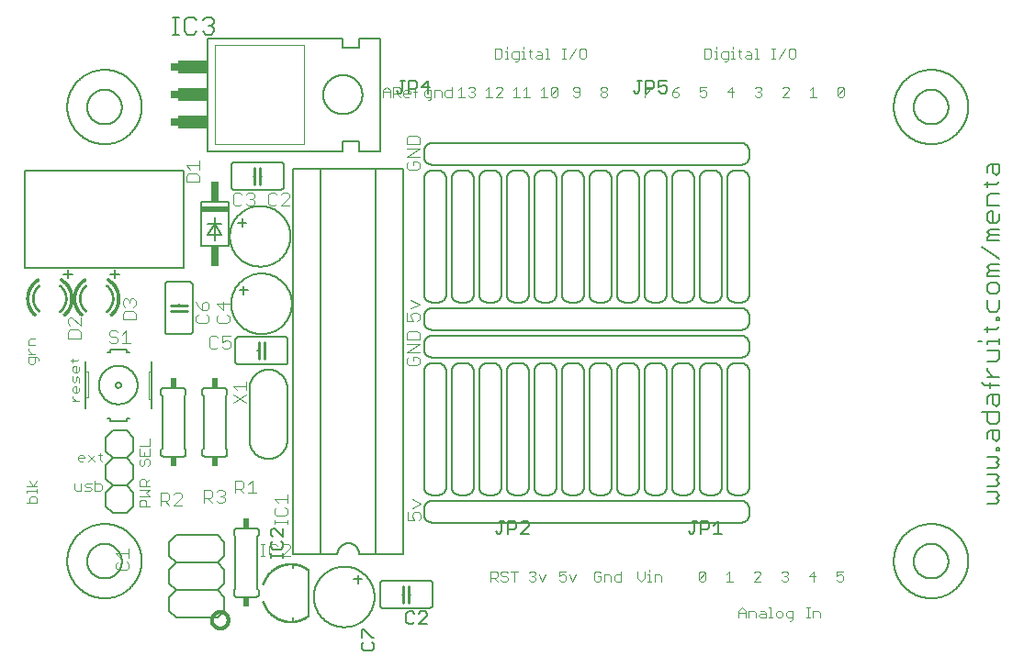
<source format=gbr>
G04 EAGLE Gerber RS-274X export*
G75*
%MOMM*%
%FSLAX34Y34*%
%LPD*%
%INSilkscreen Top*%
%IPPOS*%
%AMOC8*
5,1,8,0,0,1.08239X$1,22.5*%
G01*
%ADD10C,0.304800*%
%ADD11C,0.076200*%
%ADD12C,0.101600*%
%ADD13C,0.152400*%
%ADD14C,0.127000*%
%ADD15R,0.609600X0.863600*%
%ADD16C,0.050800*%
%ADD17C,0.254000*%
%ADD18C,0.015238*%
%ADD19C,0.025400*%
%ADD20R,2.540000X0.508000*%
%ADD21R,0.762000X1.905000*%
%ADD22C,0.203200*%
%ADD23R,0.635000X0.762000*%
%ADD24R,2.794000X1.270000*%
%ADD25C,0.177800*%


D10*
X172720Y20320D02*
X172722Y20507D01*
X172729Y20694D01*
X172741Y20881D01*
X172757Y21067D01*
X172777Y21253D01*
X172802Y21438D01*
X172832Y21623D01*
X172866Y21807D01*
X172905Y21990D01*
X172948Y22172D01*
X172996Y22352D01*
X173048Y22532D01*
X173105Y22710D01*
X173165Y22887D01*
X173231Y23062D01*
X173300Y23236D01*
X173374Y23408D01*
X173452Y23578D01*
X173534Y23746D01*
X173620Y23912D01*
X173710Y24076D01*
X173804Y24237D01*
X173902Y24397D01*
X174004Y24553D01*
X174110Y24708D01*
X174220Y24859D01*
X174333Y25008D01*
X174450Y25154D01*
X174570Y25297D01*
X174694Y25437D01*
X174821Y25574D01*
X174952Y25708D01*
X175086Y25839D01*
X175223Y25966D01*
X175363Y26090D01*
X175506Y26210D01*
X175652Y26327D01*
X175801Y26440D01*
X175952Y26550D01*
X176107Y26656D01*
X176263Y26758D01*
X176423Y26856D01*
X176584Y26950D01*
X176748Y27040D01*
X176914Y27126D01*
X177082Y27208D01*
X177252Y27286D01*
X177424Y27360D01*
X177598Y27429D01*
X177773Y27495D01*
X177950Y27555D01*
X178128Y27612D01*
X178308Y27664D01*
X178488Y27712D01*
X178670Y27755D01*
X178853Y27794D01*
X179037Y27828D01*
X179222Y27858D01*
X179407Y27883D01*
X179593Y27903D01*
X179779Y27919D01*
X179966Y27931D01*
X180153Y27938D01*
X180340Y27940D01*
X180527Y27938D01*
X180714Y27931D01*
X180901Y27919D01*
X181087Y27903D01*
X181273Y27883D01*
X181458Y27858D01*
X181643Y27828D01*
X181827Y27794D01*
X182010Y27755D01*
X182192Y27712D01*
X182372Y27664D01*
X182552Y27612D01*
X182730Y27555D01*
X182907Y27495D01*
X183082Y27429D01*
X183256Y27360D01*
X183428Y27286D01*
X183598Y27208D01*
X183766Y27126D01*
X183932Y27040D01*
X184096Y26950D01*
X184257Y26856D01*
X184417Y26758D01*
X184573Y26656D01*
X184728Y26550D01*
X184879Y26440D01*
X185028Y26327D01*
X185174Y26210D01*
X185317Y26090D01*
X185457Y25966D01*
X185594Y25839D01*
X185728Y25708D01*
X185859Y25574D01*
X185986Y25437D01*
X186110Y25297D01*
X186230Y25154D01*
X186347Y25008D01*
X186460Y24859D01*
X186570Y24708D01*
X186676Y24553D01*
X186778Y24397D01*
X186876Y24237D01*
X186970Y24076D01*
X187060Y23912D01*
X187146Y23746D01*
X187228Y23578D01*
X187306Y23408D01*
X187380Y23236D01*
X187449Y23062D01*
X187515Y22887D01*
X187575Y22710D01*
X187632Y22532D01*
X187684Y22352D01*
X187732Y22172D01*
X187775Y21990D01*
X187814Y21807D01*
X187848Y21623D01*
X187878Y21438D01*
X187903Y21253D01*
X187923Y21067D01*
X187939Y20881D01*
X187951Y20694D01*
X187958Y20507D01*
X187960Y20320D01*
X187958Y20133D01*
X187951Y19946D01*
X187939Y19759D01*
X187923Y19573D01*
X187903Y19387D01*
X187878Y19202D01*
X187848Y19017D01*
X187814Y18833D01*
X187775Y18650D01*
X187732Y18468D01*
X187684Y18288D01*
X187632Y18108D01*
X187575Y17930D01*
X187515Y17753D01*
X187449Y17578D01*
X187380Y17404D01*
X187306Y17232D01*
X187228Y17062D01*
X187146Y16894D01*
X187060Y16728D01*
X186970Y16564D01*
X186876Y16403D01*
X186778Y16243D01*
X186676Y16087D01*
X186570Y15932D01*
X186460Y15781D01*
X186347Y15632D01*
X186230Y15486D01*
X186110Y15343D01*
X185986Y15203D01*
X185859Y15066D01*
X185728Y14932D01*
X185594Y14801D01*
X185457Y14674D01*
X185317Y14550D01*
X185174Y14430D01*
X185028Y14313D01*
X184879Y14200D01*
X184728Y14090D01*
X184573Y13984D01*
X184417Y13882D01*
X184257Y13784D01*
X184096Y13690D01*
X183932Y13600D01*
X183766Y13514D01*
X183598Y13432D01*
X183428Y13354D01*
X183256Y13280D01*
X183082Y13211D01*
X182907Y13145D01*
X182730Y13085D01*
X182552Y13028D01*
X182372Y12976D01*
X182192Y12928D01*
X182010Y12885D01*
X181827Y12846D01*
X181643Y12812D01*
X181458Y12782D01*
X181273Y12757D01*
X181087Y12737D01*
X180901Y12721D01*
X180714Y12709D01*
X180527Y12702D01*
X180340Y12700D01*
X180153Y12702D01*
X179966Y12709D01*
X179779Y12721D01*
X179593Y12737D01*
X179407Y12757D01*
X179222Y12782D01*
X179037Y12812D01*
X178853Y12846D01*
X178670Y12885D01*
X178488Y12928D01*
X178308Y12976D01*
X178128Y13028D01*
X177950Y13085D01*
X177773Y13145D01*
X177598Y13211D01*
X177424Y13280D01*
X177252Y13354D01*
X177082Y13432D01*
X176914Y13514D01*
X176748Y13600D01*
X176584Y13690D01*
X176423Y13784D01*
X176263Y13882D01*
X176107Y13984D01*
X175952Y14090D01*
X175801Y14200D01*
X175652Y14313D01*
X175506Y14430D01*
X175363Y14550D01*
X175223Y14674D01*
X175086Y14801D01*
X174952Y14932D01*
X174821Y15066D01*
X174694Y15203D01*
X174570Y15343D01*
X174450Y15486D01*
X174333Y15632D01*
X174220Y15781D01*
X174110Y15932D01*
X174004Y16087D01*
X173902Y16243D01*
X173804Y16403D01*
X173710Y16564D01*
X173620Y16728D01*
X173534Y16894D01*
X173452Y17062D01*
X173374Y17232D01*
X173300Y17404D01*
X173231Y17578D01*
X173165Y17753D01*
X173105Y17930D01*
X173048Y18108D01*
X172996Y18288D01*
X172948Y18468D01*
X172905Y18650D01*
X172866Y18833D01*
X172832Y19017D01*
X172802Y19202D01*
X172777Y19387D01*
X172757Y19573D01*
X172741Y19759D01*
X172729Y19946D01*
X172722Y20133D01*
X172720Y20320D01*
D11*
X50419Y222443D02*
X44148Y222443D01*
X44148Y225578D02*
X47284Y222443D01*
X44148Y225578D02*
X44148Y227146D01*
X50419Y231806D02*
X50419Y234942D01*
X50419Y231806D02*
X48851Y230239D01*
X45716Y230239D01*
X44148Y231806D01*
X44148Y234942D01*
X45716Y236509D01*
X47284Y236509D01*
X47284Y230239D01*
X50419Y239594D02*
X50419Y244297D01*
X48851Y245864D01*
X47284Y244297D01*
X47284Y241161D01*
X45716Y239594D01*
X44148Y241161D01*
X44148Y245864D01*
X50419Y250517D02*
X50419Y253652D01*
X50419Y250517D02*
X48851Y248949D01*
X45716Y248949D01*
X44148Y250517D01*
X44148Y253652D01*
X45716Y255220D01*
X47284Y255220D01*
X47284Y248949D01*
X48851Y259872D02*
X42581Y259872D01*
X48851Y259872D02*
X50419Y261440D01*
X44148Y261440D02*
X44148Y258304D01*
X45975Y146352D02*
X45975Y141649D01*
X47543Y140081D01*
X52246Y140081D01*
X52246Y146352D01*
X55331Y140081D02*
X60034Y140081D01*
X61601Y141649D01*
X60034Y143216D01*
X56898Y143216D01*
X55331Y144784D01*
X56898Y146352D01*
X61601Y146352D01*
X64686Y149487D02*
X64686Y140081D01*
X69389Y140081D01*
X70957Y141649D01*
X70957Y144784D01*
X69389Y146352D01*
X64686Y146352D01*
X53797Y166751D02*
X50661Y166751D01*
X49094Y168319D01*
X49094Y171454D01*
X50661Y173022D01*
X53797Y173022D01*
X55365Y171454D01*
X55365Y169886D01*
X49094Y169886D01*
X58449Y173022D02*
X64720Y166751D01*
X58449Y166751D02*
X64720Y173022D01*
X69372Y174589D02*
X69372Y168319D01*
X70940Y166751D01*
X70940Y173022D02*
X67804Y173022D01*
X11049Y128651D02*
X1643Y128651D01*
X11049Y128651D02*
X11049Y133354D01*
X9481Y134922D01*
X6346Y134922D01*
X4778Y133354D01*
X4778Y128651D01*
X1643Y138006D02*
X1643Y139574D01*
X11049Y139574D01*
X11049Y138006D02*
X11049Y141142D01*
X11049Y144243D02*
X1643Y144243D01*
X7914Y144243D02*
X11049Y148946D01*
X7914Y144243D02*
X4778Y148946D01*
X12914Y260056D02*
X12914Y261624D01*
X11347Y263192D01*
X3508Y263192D01*
X3508Y258489D01*
X5076Y256921D01*
X8211Y256921D01*
X9779Y258489D01*
X9779Y263192D01*
X9779Y266276D02*
X3508Y266276D01*
X6644Y266276D02*
X3508Y269412D01*
X3508Y270979D01*
X3508Y274072D02*
X9779Y274072D01*
X3508Y274072D02*
X3508Y278775D01*
X5076Y280343D01*
X9779Y280343D01*
D12*
X149088Y424688D02*
X160782Y424688D01*
X160782Y430535D01*
X158833Y432484D01*
X151037Y432484D01*
X149088Y430535D01*
X149088Y424688D01*
X152986Y436382D02*
X149088Y440280D01*
X160782Y440280D01*
X160782Y436382D02*
X160782Y444178D01*
X125710Y137932D02*
X125710Y126238D01*
X125710Y137932D02*
X131557Y137932D01*
X133506Y135983D01*
X133506Y132085D01*
X131557Y130136D01*
X125710Y130136D01*
X129608Y130136D02*
X133506Y126238D01*
X137404Y126238D02*
X145200Y126238D01*
X137404Y126238D02*
X145200Y134034D01*
X145200Y135983D01*
X143251Y137932D01*
X139353Y137932D01*
X137404Y135983D01*
X165080Y140472D02*
X165080Y128778D01*
X165080Y140472D02*
X170927Y140472D01*
X172876Y138523D01*
X172876Y134625D01*
X170927Y132676D01*
X165080Y132676D01*
X168978Y132676D02*
X172876Y128778D01*
X176774Y138523D02*
X178723Y140472D01*
X182621Y140472D01*
X184570Y138523D01*
X184570Y136574D01*
X182621Y134625D01*
X180672Y134625D01*
X182621Y134625D02*
X184570Y132676D01*
X184570Y130727D01*
X182621Y128778D01*
X178723Y128778D01*
X176774Y130727D01*
X51562Y280650D02*
X39868Y280650D01*
X51562Y280650D02*
X51562Y286497D01*
X49613Y288446D01*
X41817Y288446D01*
X39868Y286497D01*
X39868Y280650D01*
X51562Y292344D02*
X51562Y300140D01*
X51562Y292344D02*
X43766Y300140D01*
X41817Y300140D01*
X39868Y298191D01*
X39868Y294293D01*
X41817Y292344D01*
X198125Y414792D02*
X200074Y412843D01*
X198125Y414792D02*
X194227Y414792D01*
X192278Y412843D01*
X192278Y405047D01*
X194227Y403098D01*
X198125Y403098D01*
X200074Y405047D01*
X203972Y412843D02*
X205921Y414792D01*
X209819Y414792D01*
X211768Y412843D01*
X211768Y410894D01*
X209819Y408945D01*
X207870Y408945D01*
X209819Y408945D02*
X211768Y406996D01*
X211768Y405047D01*
X209819Y403098D01*
X205921Y403098D01*
X203972Y405047D01*
X178977Y302416D02*
X177028Y300467D01*
X177028Y296569D01*
X178977Y294620D01*
X186773Y294620D01*
X188722Y296569D01*
X188722Y300467D01*
X186773Y302416D01*
X188722Y312161D02*
X177028Y312161D01*
X182875Y306314D01*
X182875Y314110D01*
X176007Y282712D02*
X177956Y280763D01*
X176007Y282712D02*
X172109Y282712D01*
X170160Y280763D01*
X170160Y272967D01*
X172109Y271018D01*
X176007Y271018D01*
X177956Y272967D01*
X181854Y282712D02*
X189650Y282712D01*
X181854Y282712D02*
X181854Y276865D01*
X185752Y278814D01*
X187701Y278814D01*
X189650Y276865D01*
X189650Y272967D01*
X187701Y271018D01*
X183803Y271018D01*
X181854Y272967D01*
X217678Y79248D02*
X221576Y79248D01*
X219627Y79248D02*
X219627Y90942D01*
X217678Y90942D02*
X221576Y90942D01*
X231321Y90942D02*
X233270Y88993D01*
X231321Y90942D02*
X227423Y90942D01*
X225474Y88993D01*
X225474Y81197D01*
X227423Y79248D01*
X231321Y79248D01*
X233270Y81197D01*
X237168Y79248D02*
X244964Y79248D01*
X237168Y79248D02*
X244964Y87044D01*
X244964Y88993D01*
X243015Y90942D01*
X239117Y90942D01*
X237168Y88993D01*
X86267Y74344D02*
X84318Y72395D01*
X84318Y68497D01*
X86267Y66548D01*
X94063Y66548D01*
X96012Y68497D01*
X96012Y72395D01*
X94063Y74344D01*
X88216Y78242D02*
X84318Y82140D01*
X96012Y82140D01*
X96012Y78242D02*
X96012Y86038D01*
X242062Y109024D02*
X242062Y112922D01*
X242062Y110973D02*
X230368Y110973D01*
X230368Y109024D02*
X230368Y112922D01*
X230368Y122667D02*
X232317Y124616D01*
X230368Y122667D02*
X230368Y118769D01*
X232317Y116820D01*
X240113Y116820D01*
X242062Y118769D01*
X242062Y122667D01*
X240113Y124616D01*
X234266Y128514D02*
X230368Y132412D01*
X242062Y132412D01*
X242062Y128514D02*
X242062Y136310D01*
X102362Y297688D02*
X90668Y297688D01*
X102362Y297688D02*
X102362Y303535D01*
X100413Y305484D01*
X92617Y305484D01*
X90668Y303535D01*
X90668Y297688D01*
X92617Y309382D02*
X90668Y311331D01*
X90668Y315229D01*
X92617Y317178D01*
X94566Y317178D01*
X96515Y315229D01*
X96515Y313280D01*
X96515Y315229D02*
X98464Y317178D01*
X100413Y317178D01*
X102362Y315229D01*
X102362Y311331D01*
X100413Y309382D01*
X192268Y220960D02*
X203962Y228756D01*
X203962Y220960D02*
X192268Y228756D01*
X196166Y232654D02*
X192268Y236552D01*
X203962Y236552D01*
X203962Y232654D02*
X203962Y240450D01*
X232566Y412843D02*
X230617Y414792D01*
X226719Y414792D01*
X224770Y412843D01*
X224770Y405047D01*
X226719Y403098D01*
X230617Y403098D01*
X232566Y405047D01*
X236464Y403098D02*
X244260Y403098D01*
X236464Y403098D02*
X244260Y410894D01*
X244260Y412843D01*
X242311Y414792D01*
X238413Y414792D01*
X236464Y412843D01*
X194290Y149362D02*
X194290Y137668D01*
X194290Y149362D02*
X200137Y149362D01*
X202086Y147413D01*
X202086Y143515D01*
X200137Y141566D01*
X194290Y141566D01*
X198188Y141566D02*
X202086Y137668D01*
X205984Y145464D02*
X209882Y149362D01*
X209882Y137668D01*
X205984Y137668D02*
X213780Y137668D01*
X157978Y300467D02*
X159927Y302416D01*
X157978Y300467D02*
X157978Y296569D01*
X159927Y294620D01*
X167723Y294620D01*
X169672Y296569D01*
X169672Y300467D01*
X167723Y302416D01*
X159927Y310212D02*
X157978Y314110D01*
X159927Y310212D02*
X163825Y306314D01*
X167723Y306314D01*
X169672Y308263D01*
X169672Y312161D01*
X167723Y314110D01*
X165774Y314110D01*
X163825Y312161D01*
X163825Y306314D01*
X85774Y285843D02*
X83825Y287792D01*
X79927Y287792D01*
X77978Y285843D01*
X77978Y283894D01*
X79927Y281945D01*
X83825Y281945D01*
X85774Y279996D01*
X85774Y278047D01*
X83825Y276098D01*
X79927Y276098D01*
X77978Y278047D01*
X89672Y283894D02*
X93570Y287792D01*
X93570Y276098D01*
X89672Y276098D02*
X97468Y276098D01*
D11*
X105783Y125395D02*
X115189Y125395D01*
X105783Y125395D02*
X105783Y130098D01*
X107351Y131665D01*
X110486Y131665D01*
X112054Y130098D01*
X112054Y125395D01*
X115189Y134750D02*
X105783Y134750D01*
X112054Y137885D02*
X115189Y134750D01*
X112054Y137885D02*
X115189Y141021D01*
X105783Y141021D01*
X105783Y144105D02*
X115189Y144105D01*
X105783Y144105D02*
X105783Y148808D01*
X107351Y150376D01*
X110486Y150376D01*
X112054Y148808D01*
X112054Y144105D01*
X112054Y147240D02*
X115189Y150376D01*
X105783Y167518D02*
X107351Y169086D01*
X105783Y167518D02*
X105783Y164383D01*
X107351Y162815D01*
X108918Y162815D01*
X110486Y164383D01*
X110486Y167518D01*
X112054Y169086D01*
X113621Y169086D01*
X115189Y167518D01*
X115189Y164383D01*
X113621Y162815D01*
X105783Y172171D02*
X105783Y178441D01*
X105783Y172171D02*
X115189Y172171D01*
X115189Y178441D01*
X110486Y175306D02*
X110486Y172171D01*
X105783Y181526D02*
X115189Y181526D01*
X115189Y187796D01*
D12*
X353558Y120064D02*
X353558Y112268D01*
X359405Y112268D01*
X357456Y116166D01*
X357456Y118115D01*
X359405Y120064D01*
X363303Y120064D01*
X365252Y118115D01*
X365252Y114217D01*
X363303Y112268D01*
X357456Y123962D02*
X365252Y127860D01*
X357456Y131758D01*
X352288Y296418D02*
X352288Y304214D01*
X352288Y296418D02*
X358135Y296418D01*
X356186Y300316D01*
X356186Y302265D01*
X358135Y304214D01*
X362033Y304214D01*
X363982Y302265D01*
X363982Y298367D01*
X362033Y296418D01*
X356186Y308112D02*
X363982Y312010D01*
X356186Y315908D01*
X352288Y441965D02*
X354237Y443914D01*
X352288Y441965D02*
X352288Y438067D01*
X354237Y436118D01*
X362033Y436118D01*
X363982Y438067D01*
X363982Y441965D01*
X362033Y443914D01*
X358135Y443914D01*
X358135Y440016D01*
X363982Y447812D02*
X352288Y447812D01*
X363982Y455608D01*
X352288Y455608D01*
X352288Y459506D02*
X363982Y459506D01*
X363982Y465353D01*
X362033Y467302D01*
X354237Y467302D01*
X352288Y465353D01*
X352288Y459506D01*
X354237Y263574D02*
X352288Y261625D01*
X352288Y257727D01*
X354237Y255778D01*
X362033Y255778D01*
X363982Y257727D01*
X363982Y261625D01*
X362033Y263574D01*
X358135Y263574D01*
X358135Y259676D01*
X363982Y267472D02*
X352288Y267472D01*
X363982Y275268D01*
X352288Y275268D01*
X352288Y279166D02*
X363982Y279166D01*
X363982Y285013D01*
X362033Y286962D01*
X354237Y286962D01*
X352288Y285013D01*
X352288Y279166D01*
D13*
X887551Y127762D02*
X895686Y127762D01*
X898398Y130474D01*
X895686Y133185D01*
X898398Y135897D01*
X895686Y138609D01*
X887551Y138609D01*
X887551Y144134D02*
X895686Y144134D01*
X898398Y146845D01*
X895686Y149557D01*
X898398Y152269D01*
X895686Y154980D01*
X887551Y154980D01*
X887551Y160505D02*
X895686Y160505D01*
X898398Y163217D01*
X895686Y165928D01*
X898398Y168640D01*
X895686Y171352D01*
X887551Y171352D01*
X895686Y176877D02*
X898398Y176877D01*
X895686Y176877D02*
X895686Y179588D01*
X898398Y179588D01*
X898398Y176877D01*
X887551Y187774D02*
X887551Y193197D01*
X890263Y195909D01*
X898398Y195909D01*
X898398Y187774D01*
X895686Y185062D01*
X892975Y187774D01*
X892975Y195909D01*
X898398Y212281D02*
X882128Y212281D01*
X898398Y212281D02*
X898398Y204146D01*
X895686Y201434D01*
X890263Y201434D01*
X887551Y204146D01*
X887551Y212281D01*
X887551Y220517D02*
X887551Y225941D01*
X890263Y228652D01*
X898398Y228652D01*
X898398Y220517D01*
X895686Y217806D01*
X892975Y220517D01*
X892975Y228652D01*
X898398Y236889D02*
X884840Y236889D01*
X882128Y239600D01*
X890263Y239600D02*
X890263Y234177D01*
X887551Y245092D02*
X898398Y245092D01*
X892975Y245092D02*
X887551Y250515D01*
X887551Y253226D01*
X887551Y258735D02*
X895686Y258735D01*
X898398Y261446D01*
X898398Y269581D01*
X887551Y269581D01*
X887551Y275106D02*
X887551Y277818D01*
X898398Y277818D01*
X898398Y280529D02*
X898398Y275106D01*
X882128Y277818D02*
X879416Y277818D01*
X884840Y288732D02*
X895686Y288732D01*
X898398Y291444D01*
X887551Y291444D02*
X887551Y286020D01*
X895686Y296935D02*
X898398Y296935D01*
X895686Y296935D02*
X895686Y299646D01*
X898398Y299646D01*
X898398Y296935D01*
X887551Y307832D02*
X887551Y315967D01*
X887551Y307832D02*
X890263Y305121D01*
X895686Y305121D01*
X898398Y307832D01*
X898398Y315967D01*
X898398Y324204D02*
X898398Y329627D01*
X895686Y332339D01*
X890263Y332339D01*
X887551Y329627D01*
X887551Y324204D01*
X890263Y321492D01*
X895686Y321492D01*
X898398Y324204D01*
X898398Y337864D02*
X887551Y337864D01*
X887551Y340575D01*
X890263Y343287D01*
X898398Y343287D01*
X890263Y343287D02*
X887551Y345999D01*
X890263Y348710D01*
X898398Y348710D01*
X898398Y354235D02*
X882128Y365082D01*
X887551Y370607D02*
X898398Y370607D01*
X887551Y370607D02*
X887551Y373318D01*
X890263Y376030D01*
X898398Y376030D01*
X890263Y376030D02*
X887551Y378742D01*
X890263Y381453D01*
X898398Y381453D01*
X898398Y389690D02*
X898398Y395113D01*
X898398Y389690D02*
X895686Y386978D01*
X890263Y386978D01*
X887551Y389690D01*
X887551Y395113D01*
X890263Y397825D01*
X892975Y397825D01*
X892975Y386978D01*
X898398Y403350D02*
X887551Y403350D01*
X887551Y411485D01*
X890263Y414197D01*
X898398Y414197D01*
X895686Y422433D02*
X884840Y422433D01*
X895686Y422433D02*
X898398Y425145D01*
X887551Y425145D02*
X887551Y419722D01*
X887551Y433348D02*
X887551Y438771D01*
X890263Y441483D01*
X898398Y441483D01*
X898398Y433348D01*
X895686Y430636D01*
X892975Y433348D01*
X892975Y441483D01*
X247650Y436880D02*
X247650Y81280D01*
X349250Y81280D02*
X349250Y436880D01*
X273050Y436880D02*
X247650Y436880D01*
X247650Y81280D02*
X273050Y81280D01*
X323850Y81280D02*
X349250Y81280D01*
X308610Y81280D02*
X308607Y81527D01*
X308598Y81775D01*
X308583Y82022D01*
X308562Y82268D01*
X308535Y82514D01*
X308502Y82759D01*
X308463Y83004D01*
X308418Y83247D01*
X308367Y83489D01*
X308310Y83730D01*
X308248Y83969D01*
X308179Y84207D01*
X308105Y84443D01*
X308025Y84677D01*
X307940Y84909D01*
X307848Y85139D01*
X307752Y85367D01*
X307649Y85592D01*
X307542Y85815D01*
X307428Y86035D01*
X307310Y86252D01*
X307186Y86467D01*
X307057Y86678D01*
X306923Y86886D01*
X306784Y87091D01*
X306640Y87292D01*
X306492Y87490D01*
X306338Y87684D01*
X306180Y87874D01*
X306017Y88060D01*
X305850Y88242D01*
X305678Y88420D01*
X305502Y88594D01*
X305322Y88764D01*
X305137Y88929D01*
X304949Y89089D01*
X304757Y89245D01*
X304561Y89397D01*
X304362Y89543D01*
X304159Y89685D01*
X303952Y89821D01*
X303743Y89953D01*
X303530Y90079D01*
X303314Y90200D01*
X303096Y90316D01*
X302874Y90426D01*
X302650Y90531D01*
X302424Y90631D01*
X302195Y90725D01*
X301964Y90813D01*
X301730Y90896D01*
X301495Y90973D01*
X301258Y91044D01*
X301020Y91110D01*
X300780Y91169D01*
X300538Y91223D01*
X300295Y91271D01*
X300052Y91313D01*
X299807Y91349D01*
X299561Y91379D01*
X299315Y91403D01*
X299068Y91421D01*
X298821Y91433D01*
X298574Y91439D01*
X298326Y91439D01*
X298079Y91433D01*
X297832Y91421D01*
X297585Y91403D01*
X297339Y91379D01*
X297093Y91349D01*
X296848Y91313D01*
X296605Y91271D01*
X296362Y91223D01*
X296120Y91169D01*
X295880Y91110D01*
X295642Y91044D01*
X295405Y90973D01*
X295170Y90896D01*
X294936Y90813D01*
X294705Y90725D01*
X294476Y90631D01*
X294250Y90531D01*
X294026Y90426D01*
X293804Y90316D01*
X293586Y90200D01*
X293370Y90079D01*
X293157Y89953D01*
X292948Y89821D01*
X292741Y89685D01*
X292538Y89543D01*
X292339Y89397D01*
X292143Y89245D01*
X291951Y89089D01*
X291763Y88929D01*
X291578Y88764D01*
X291398Y88594D01*
X291222Y88420D01*
X291050Y88242D01*
X290883Y88060D01*
X290720Y87874D01*
X290562Y87684D01*
X290408Y87490D01*
X290260Y87292D01*
X290116Y87091D01*
X289977Y86886D01*
X289843Y86678D01*
X289714Y86467D01*
X289590Y86252D01*
X289472Y86035D01*
X289358Y85815D01*
X289251Y85592D01*
X289148Y85367D01*
X289052Y85139D01*
X288960Y84909D01*
X288875Y84677D01*
X288795Y84443D01*
X288721Y84207D01*
X288652Y83969D01*
X288590Y83730D01*
X288533Y83489D01*
X288482Y83247D01*
X288437Y83004D01*
X288398Y82759D01*
X288365Y82514D01*
X288338Y82268D01*
X288317Y82022D01*
X288302Y81775D01*
X288293Y81527D01*
X288290Y81280D01*
X273050Y81280D02*
X273050Y436880D01*
X273050Y81280D02*
X288290Y81280D01*
X273050Y436880D02*
X323850Y436880D01*
X323850Y81280D01*
X308610Y81280D01*
X323850Y436880D02*
X349250Y436880D01*
D14*
X242250Y186820D02*
X242245Y186395D01*
X242229Y185970D01*
X242203Y185546D01*
X242167Y185122D01*
X242121Y184699D01*
X242064Y184278D01*
X241997Y183858D01*
X241920Y183440D01*
X241832Y183024D01*
X241735Y182610D01*
X241627Y182198D01*
X241510Y181790D01*
X241382Y181384D01*
X241245Y180982D01*
X241098Y180583D01*
X240941Y180187D01*
X240775Y179796D01*
X240599Y179409D01*
X240414Y179026D01*
X240220Y178648D01*
X240016Y178275D01*
X239803Y177907D01*
X239582Y177544D01*
X239352Y177186D01*
X239113Y176834D01*
X238865Y176489D01*
X238610Y176149D01*
X238346Y175816D01*
X238074Y175489D01*
X237794Y175169D01*
X237506Y174855D01*
X237211Y174549D01*
X236909Y174250D01*
X236599Y173959D01*
X236282Y173675D01*
X235959Y173399D01*
X235629Y173131D01*
X235292Y172872D01*
X234949Y172620D01*
X234600Y172377D01*
X234246Y172142D01*
X233886Y171916D01*
X233520Y171699D01*
X233149Y171491D01*
X232773Y171292D01*
X232393Y171102D01*
X232008Y170922D01*
X231619Y170751D01*
X231225Y170589D01*
X230828Y170437D01*
X230427Y170295D01*
X230023Y170163D01*
X229616Y170040D01*
X229206Y169928D01*
X228794Y169825D01*
X228379Y169733D01*
X227961Y169650D01*
X227542Y169578D01*
X227122Y169516D01*
X226700Y169465D01*
X226276Y169423D01*
X225852Y169392D01*
X225428Y169372D01*
X225003Y169361D01*
X224577Y169361D01*
X224152Y169372D01*
X223728Y169392D01*
X223304Y169423D01*
X222880Y169465D01*
X222458Y169516D01*
X222038Y169578D01*
X221619Y169650D01*
X221201Y169733D01*
X220786Y169825D01*
X220374Y169928D01*
X219964Y170040D01*
X219557Y170163D01*
X219153Y170295D01*
X218752Y170437D01*
X218355Y170589D01*
X217961Y170751D01*
X217572Y170922D01*
X217187Y171102D01*
X216807Y171292D01*
X216431Y171491D01*
X216060Y171699D01*
X215694Y171916D01*
X215334Y172142D01*
X214980Y172377D01*
X214631Y172620D01*
X214288Y172872D01*
X213951Y173131D01*
X213621Y173399D01*
X213298Y173675D01*
X212981Y173959D01*
X212671Y174250D01*
X212369Y174549D01*
X212074Y174855D01*
X211786Y175169D01*
X211506Y175489D01*
X211234Y175816D01*
X210970Y176149D01*
X210715Y176489D01*
X210467Y176834D01*
X210228Y177186D01*
X209998Y177544D01*
X209777Y177907D01*
X209564Y178275D01*
X209360Y178648D01*
X209166Y179026D01*
X208981Y179409D01*
X208805Y179796D01*
X208639Y180187D01*
X208482Y180583D01*
X208335Y180982D01*
X208198Y181384D01*
X208070Y181790D01*
X207953Y182198D01*
X207845Y182610D01*
X207748Y183024D01*
X207660Y183440D01*
X207583Y183858D01*
X207516Y184278D01*
X207459Y184699D01*
X207413Y185122D01*
X207377Y185546D01*
X207351Y185970D01*
X207335Y186395D01*
X207330Y186820D01*
X207330Y234280D02*
X207335Y234705D01*
X207351Y235130D01*
X207377Y235554D01*
X207413Y235978D01*
X207459Y236401D01*
X207516Y236822D01*
X207583Y237242D01*
X207660Y237660D01*
X207748Y238076D01*
X207845Y238490D01*
X207953Y238902D01*
X208070Y239310D01*
X208198Y239716D01*
X208335Y240118D01*
X208482Y240517D01*
X208639Y240913D01*
X208805Y241304D01*
X208981Y241691D01*
X209166Y242074D01*
X209360Y242452D01*
X209564Y242825D01*
X209777Y243193D01*
X209998Y243556D01*
X210228Y243914D01*
X210467Y244266D01*
X210715Y244611D01*
X210970Y244951D01*
X211234Y245284D01*
X211506Y245611D01*
X211786Y245931D01*
X212074Y246245D01*
X212369Y246551D01*
X212671Y246850D01*
X212981Y247141D01*
X213298Y247425D01*
X213621Y247701D01*
X213951Y247969D01*
X214288Y248228D01*
X214631Y248480D01*
X214980Y248723D01*
X215334Y248958D01*
X215694Y249184D01*
X216060Y249401D01*
X216431Y249609D01*
X216807Y249808D01*
X217187Y249998D01*
X217572Y250178D01*
X217961Y250349D01*
X218355Y250511D01*
X218752Y250663D01*
X219153Y250805D01*
X219557Y250937D01*
X219964Y251060D01*
X220374Y251172D01*
X220786Y251275D01*
X221201Y251367D01*
X221619Y251450D01*
X222038Y251522D01*
X222458Y251584D01*
X222880Y251635D01*
X223304Y251677D01*
X223728Y251708D01*
X224152Y251728D01*
X224577Y251739D01*
X225003Y251739D01*
X225428Y251728D01*
X225852Y251708D01*
X226276Y251677D01*
X226700Y251635D01*
X227122Y251584D01*
X227542Y251522D01*
X227961Y251450D01*
X228379Y251367D01*
X228794Y251275D01*
X229206Y251172D01*
X229616Y251060D01*
X230023Y250937D01*
X230427Y250805D01*
X230828Y250663D01*
X231225Y250511D01*
X231619Y250349D01*
X232008Y250178D01*
X232393Y249998D01*
X232773Y249808D01*
X233149Y249609D01*
X233520Y249401D01*
X233886Y249184D01*
X234246Y248958D01*
X234600Y248723D01*
X234949Y248480D01*
X235292Y248228D01*
X235629Y247969D01*
X235959Y247701D01*
X236282Y247425D01*
X236599Y247141D01*
X236909Y246850D01*
X237211Y246551D01*
X237506Y246245D01*
X237794Y245931D01*
X238074Y245611D01*
X238346Y245284D01*
X238610Y244951D01*
X238865Y244611D01*
X239113Y244266D01*
X239352Y243914D01*
X239582Y243556D01*
X239803Y243193D01*
X240016Y242825D01*
X240220Y242452D01*
X240414Y242074D01*
X240599Y241691D01*
X240775Y241304D01*
X240941Y240913D01*
X241098Y240517D01*
X241245Y240118D01*
X241382Y239716D01*
X241510Y239310D01*
X241627Y238902D01*
X241735Y238490D01*
X241832Y238076D01*
X241920Y237660D01*
X241997Y237242D01*
X242064Y236822D01*
X242121Y236401D01*
X242167Y235978D01*
X242203Y235554D01*
X242229Y235130D01*
X242245Y234705D01*
X242250Y234280D01*
X207330Y234280D02*
X207330Y186820D01*
X242250Y186820D02*
X242250Y234280D01*
D13*
X193040Y44450D02*
X193042Y44350D01*
X193048Y44251D01*
X193058Y44151D01*
X193071Y44053D01*
X193089Y43954D01*
X193110Y43857D01*
X193135Y43761D01*
X193164Y43665D01*
X193197Y43571D01*
X193233Y43478D01*
X193273Y43387D01*
X193317Y43297D01*
X193364Y43209D01*
X193414Y43123D01*
X193468Y43039D01*
X193525Y42957D01*
X193585Y42878D01*
X193649Y42800D01*
X193715Y42726D01*
X193784Y42654D01*
X193856Y42585D01*
X193930Y42519D01*
X194008Y42455D01*
X194087Y42395D01*
X194169Y42338D01*
X194253Y42284D01*
X194339Y42234D01*
X194427Y42187D01*
X194517Y42143D01*
X194608Y42103D01*
X194701Y42067D01*
X194795Y42034D01*
X194891Y42005D01*
X194987Y41980D01*
X195084Y41959D01*
X195183Y41941D01*
X195281Y41928D01*
X195381Y41918D01*
X195480Y41912D01*
X195580Y41910D01*
X213360Y41910D02*
X213460Y41912D01*
X213559Y41918D01*
X213659Y41928D01*
X213757Y41941D01*
X213856Y41959D01*
X213953Y41980D01*
X214049Y42005D01*
X214145Y42034D01*
X214239Y42067D01*
X214332Y42103D01*
X214423Y42143D01*
X214513Y42187D01*
X214601Y42234D01*
X214687Y42284D01*
X214771Y42338D01*
X214853Y42395D01*
X214932Y42455D01*
X215010Y42519D01*
X215084Y42585D01*
X215156Y42654D01*
X215225Y42726D01*
X215291Y42800D01*
X215355Y42878D01*
X215415Y42957D01*
X215472Y43039D01*
X215526Y43123D01*
X215576Y43209D01*
X215623Y43297D01*
X215667Y43387D01*
X215707Y43478D01*
X215743Y43571D01*
X215776Y43665D01*
X215805Y43761D01*
X215830Y43857D01*
X215851Y43954D01*
X215869Y44053D01*
X215882Y44151D01*
X215892Y44251D01*
X215898Y44350D01*
X215900Y44450D01*
X215900Y102870D02*
X215898Y102970D01*
X215892Y103069D01*
X215882Y103169D01*
X215869Y103267D01*
X215851Y103366D01*
X215830Y103463D01*
X215805Y103559D01*
X215776Y103655D01*
X215743Y103749D01*
X215707Y103842D01*
X215667Y103933D01*
X215623Y104023D01*
X215576Y104111D01*
X215526Y104197D01*
X215472Y104281D01*
X215415Y104363D01*
X215355Y104442D01*
X215291Y104520D01*
X215225Y104594D01*
X215156Y104666D01*
X215084Y104735D01*
X215010Y104801D01*
X214932Y104865D01*
X214853Y104925D01*
X214771Y104982D01*
X214687Y105036D01*
X214601Y105086D01*
X214513Y105133D01*
X214423Y105177D01*
X214332Y105217D01*
X214239Y105253D01*
X214145Y105286D01*
X214049Y105315D01*
X213953Y105340D01*
X213856Y105361D01*
X213757Y105379D01*
X213659Y105392D01*
X213559Y105402D01*
X213460Y105408D01*
X213360Y105410D01*
X195580Y105410D02*
X195480Y105408D01*
X195381Y105402D01*
X195281Y105392D01*
X195183Y105379D01*
X195084Y105361D01*
X194987Y105340D01*
X194891Y105315D01*
X194795Y105286D01*
X194701Y105253D01*
X194608Y105217D01*
X194517Y105177D01*
X194427Y105133D01*
X194339Y105086D01*
X194253Y105036D01*
X194169Y104982D01*
X194087Y104925D01*
X194008Y104865D01*
X193930Y104801D01*
X193856Y104735D01*
X193784Y104666D01*
X193715Y104594D01*
X193649Y104520D01*
X193585Y104442D01*
X193525Y104363D01*
X193468Y104281D01*
X193414Y104197D01*
X193364Y104111D01*
X193317Y104023D01*
X193273Y103933D01*
X193233Y103842D01*
X193197Y103749D01*
X193164Y103655D01*
X193135Y103559D01*
X193110Y103463D01*
X193089Y103366D01*
X193071Y103267D01*
X193058Y103169D01*
X193048Y103069D01*
X193042Y102970D01*
X193040Y102870D01*
X195580Y41910D02*
X213360Y41910D01*
X193040Y44450D02*
X193040Y48260D01*
X194310Y49530D01*
X215900Y48260D02*
X215900Y44450D01*
X215900Y48260D02*
X214630Y49530D01*
X194310Y97790D02*
X193040Y99060D01*
X194310Y97790D02*
X194310Y49530D01*
X214630Y97790D02*
X215900Y99060D01*
X214630Y97790D02*
X214630Y49530D01*
X193040Y99060D02*
X193040Y102870D01*
X215900Y102870D02*
X215900Y99060D01*
X213360Y105410D02*
X195580Y105410D01*
D15*
X204470Y109728D03*
X204470Y37592D03*
D13*
X78740Y204470D02*
X78740Y207010D01*
X78740Y204470D02*
X93980Y204470D01*
X93980Y207010D01*
X93980Y267970D02*
X93980Y270510D01*
X78740Y270510D01*
X78740Y267970D01*
D16*
X114300Y250190D02*
X116840Y250190D01*
X114300Y250190D02*
X114300Y224790D01*
X116840Y224790D01*
X58420Y226060D02*
X58420Y250190D01*
X58420Y226060D02*
X55880Y226060D01*
X55880Y250190D02*
X58420Y250190D01*
D13*
X55880Y250190D02*
X55880Y259080D01*
X116840Y224790D02*
X116840Y215900D01*
X116840Y224790D02*
X116840Y250190D01*
X116840Y259080D01*
X55880Y250190D02*
X55880Y226060D01*
X55880Y215900D01*
X76200Y207010D02*
X78740Y207010D01*
X93980Y207010D02*
X96520Y207010D01*
X78740Y267970D02*
X76200Y267970D01*
X93980Y267970D02*
X96520Y267970D01*
X68580Y237490D02*
X68585Y237926D01*
X68601Y238362D01*
X68628Y238798D01*
X68666Y239233D01*
X68714Y239666D01*
X68772Y240099D01*
X68842Y240530D01*
X68922Y240959D01*
X69012Y241386D01*
X69113Y241810D01*
X69224Y242232D01*
X69346Y242651D01*
X69477Y243067D01*
X69619Y243480D01*
X69771Y243889D01*
X69933Y244294D01*
X70105Y244695D01*
X70287Y245092D01*
X70478Y245484D01*
X70679Y245871D01*
X70890Y246254D01*
X71110Y246631D01*
X71339Y247002D01*
X71576Y247368D01*
X71823Y247728D01*
X72079Y248082D01*
X72343Y248429D01*
X72616Y248770D01*
X72897Y249103D01*
X73186Y249430D01*
X73483Y249750D01*
X73788Y250062D01*
X74100Y250367D01*
X74420Y250664D01*
X74747Y250953D01*
X75080Y251234D01*
X75421Y251507D01*
X75768Y251771D01*
X76122Y252027D01*
X76482Y252274D01*
X76848Y252511D01*
X77219Y252740D01*
X77596Y252960D01*
X77979Y253171D01*
X78366Y253372D01*
X78758Y253563D01*
X79155Y253745D01*
X79556Y253917D01*
X79961Y254079D01*
X80370Y254231D01*
X80783Y254373D01*
X81199Y254504D01*
X81618Y254626D01*
X82040Y254737D01*
X82464Y254838D01*
X82891Y254928D01*
X83320Y255008D01*
X83751Y255078D01*
X84184Y255136D01*
X84617Y255184D01*
X85052Y255222D01*
X85488Y255249D01*
X85924Y255265D01*
X86360Y255270D01*
X86796Y255265D01*
X87232Y255249D01*
X87668Y255222D01*
X88103Y255184D01*
X88536Y255136D01*
X88969Y255078D01*
X89400Y255008D01*
X89829Y254928D01*
X90256Y254838D01*
X90680Y254737D01*
X91102Y254626D01*
X91521Y254504D01*
X91937Y254373D01*
X92350Y254231D01*
X92759Y254079D01*
X93164Y253917D01*
X93565Y253745D01*
X93962Y253563D01*
X94354Y253372D01*
X94741Y253171D01*
X95124Y252960D01*
X95501Y252740D01*
X95872Y252511D01*
X96238Y252274D01*
X96598Y252027D01*
X96952Y251771D01*
X97299Y251507D01*
X97640Y251234D01*
X97973Y250953D01*
X98300Y250664D01*
X98620Y250367D01*
X98932Y250062D01*
X99237Y249750D01*
X99534Y249430D01*
X99823Y249103D01*
X100104Y248770D01*
X100377Y248429D01*
X100641Y248082D01*
X100897Y247728D01*
X101144Y247368D01*
X101381Y247002D01*
X101610Y246631D01*
X101830Y246254D01*
X102041Y245871D01*
X102242Y245484D01*
X102433Y245092D01*
X102615Y244695D01*
X102787Y244294D01*
X102949Y243889D01*
X103101Y243480D01*
X103243Y243067D01*
X103374Y242651D01*
X103496Y242232D01*
X103607Y241810D01*
X103708Y241386D01*
X103798Y240959D01*
X103878Y240530D01*
X103948Y240099D01*
X104006Y239666D01*
X104054Y239233D01*
X104092Y238798D01*
X104119Y238362D01*
X104135Y237926D01*
X104140Y237490D01*
X104135Y237054D01*
X104119Y236618D01*
X104092Y236182D01*
X104054Y235747D01*
X104006Y235314D01*
X103948Y234881D01*
X103878Y234450D01*
X103798Y234021D01*
X103708Y233594D01*
X103607Y233170D01*
X103496Y232748D01*
X103374Y232329D01*
X103243Y231913D01*
X103101Y231500D01*
X102949Y231091D01*
X102787Y230686D01*
X102615Y230285D01*
X102433Y229888D01*
X102242Y229496D01*
X102041Y229109D01*
X101830Y228726D01*
X101610Y228349D01*
X101381Y227978D01*
X101144Y227612D01*
X100897Y227252D01*
X100641Y226898D01*
X100377Y226551D01*
X100104Y226210D01*
X99823Y225877D01*
X99534Y225550D01*
X99237Y225230D01*
X98932Y224918D01*
X98620Y224613D01*
X98300Y224316D01*
X97973Y224027D01*
X97640Y223746D01*
X97299Y223473D01*
X96952Y223209D01*
X96598Y222953D01*
X96238Y222706D01*
X95872Y222469D01*
X95501Y222240D01*
X95124Y222020D01*
X94741Y221809D01*
X94354Y221608D01*
X93962Y221417D01*
X93565Y221235D01*
X93164Y221063D01*
X92759Y220901D01*
X92350Y220749D01*
X91937Y220607D01*
X91521Y220476D01*
X91102Y220354D01*
X90680Y220243D01*
X90256Y220142D01*
X89829Y220052D01*
X89400Y219972D01*
X88969Y219902D01*
X88536Y219844D01*
X88103Y219796D01*
X87668Y219758D01*
X87232Y219731D01*
X86796Y219715D01*
X86360Y219710D01*
X85924Y219715D01*
X85488Y219731D01*
X85052Y219758D01*
X84617Y219796D01*
X84184Y219844D01*
X83751Y219902D01*
X83320Y219972D01*
X82891Y220052D01*
X82464Y220142D01*
X82040Y220243D01*
X81618Y220354D01*
X81199Y220476D01*
X80783Y220607D01*
X80370Y220749D01*
X79961Y220901D01*
X79556Y221063D01*
X79155Y221235D01*
X78758Y221417D01*
X78366Y221608D01*
X77979Y221809D01*
X77596Y222020D01*
X77219Y222240D01*
X76848Y222469D01*
X76482Y222706D01*
X76122Y222953D01*
X75768Y223209D01*
X75421Y223473D01*
X75080Y223746D01*
X74747Y224027D01*
X74420Y224316D01*
X74100Y224613D01*
X73788Y224918D01*
X73483Y225230D01*
X73186Y225550D01*
X72897Y225877D01*
X72616Y226210D01*
X72343Y226551D01*
X72079Y226898D01*
X71823Y227252D01*
X71576Y227612D01*
X71339Y227978D01*
X71110Y228349D01*
X70890Y228726D01*
X70679Y229109D01*
X70478Y229496D01*
X70287Y229888D01*
X70105Y230285D01*
X69933Y230686D01*
X69771Y231091D01*
X69619Y231500D01*
X69477Y231913D01*
X69346Y232329D01*
X69224Y232748D01*
X69113Y233170D01*
X69012Y233594D01*
X68922Y234021D01*
X68842Y234450D01*
X68772Y234881D01*
X68714Y235314D01*
X68666Y235747D01*
X68628Y236182D01*
X68601Y236618D01*
X68585Y237054D01*
X68580Y237490D01*
X83820Y237490D02*
X83822Y237590D01*
X83828Y237691D01*
X83838Y237790D01*
X83852Y237890D01*
X83869Y237989D01*
X83891Y238087D01*
X83917Y238184D01*
X83946Y238280D01*
X83979Y238374D01*
X84016Y238468D01*
X84056Y238560D01*
X84100Y238650D01*
X84148Y238738D01*
X84199Y238825D01*
X84253Y238909D01*
X84311Y238991D01*
X84372Y239071D01*
X84436Y239148D01*
X84503Y239223D01*
X84573Y239295D01*
X84646Y239364D01*
X84721Y239430D01*
X84799Y239494D01*
X84879Y239554D01*
X84962Y239611D01*
X85047Y239664D01*
X85134Y239714D01*
X85223Y239761D01*
X85313Y239804D01*
X85405Y239844D01*
X85499Y239880D01*
X85594Y239912D01*
X85690Y239940D01*
X85788Y239965D01*
X85886Y239985D01*
X85985Y240002D01*
X86085Y240015D01*
X86184Y240024D01*
X86285Y240029D01*
X86385Y240030D01*
X86485Y240027D01*
X86586Y240020D01*
X86685Y240009D01*
X86785Y239994D01*
X86883Y239976D01*
X86981Y239953D01*
X87078Y239926D01*
X87173Y239896D01*
X87268Y239862D01*
X87361Y239824D01*
X87452Y239783D01*
X87542Y239738D01*
X87630Y239690D01*
X87716Y239638D01*
X87800Y239583D01*
X87881Y239524D01*
X87960Y239462D01*
X88037Y239398D01*
X88111Y239330D01*
X88182Y239259D01*
X88251Y239186D01*
X88316Y239110D01*
X88379Y239031D01*
X88438Y238950D01*
X88494Y238867D01*
X88547Y238782D01*
X88596Y238694D01*
X88642Y238605D01*
X88684Y238514D01*
X88723Y238421D01*
X88758Y238327D01*
X88789Y238232D01*
X88817Y238135D01*
X88840Y238038D01*
X88860Y237939D01*
X88876Y237840D01*
X88888Y237741D01*
X88896Y237640D01*
X88900Y237540D01*
X88900Y237440D01*
X88896Y237340D01*
X88888Y237239D01*
X88876Y237140D01*
X88860Y237041D01*
X88840Y236942D01*
X88817Y236845D01*
X88789Y236748D01*
X88758Y236653D01*
X88723Y236559D01*
X88684Y236466D01*
X88642Y236375D01*
X88596Y236286D01*
X88547Y236198D01*
X88494Y236113D01*
X88438Y236030D01*
X88379Y235949D01*
X88316Y235870D01*
X88251Y235794D01*
X88182Y235721D01*
X88111Y235650D01*
X88037Y235582D01*
X87960Y235518D01*
X87881Y235456D01*
X87800Y235397D01*
X87716Y235342D01*
X87630Y235290D01*
X87542Y235242D01*
X87452Y235197D01*
X87361Y235156D01*
X87268Y235118D01*
X87173Y235084D01*
X87078Y235054D01*
X86981Y235027D01*
X86883Y235004D01*
X86785Y234986D01*
X86685Y234971D01*
X86586Y234960D01*
X86485Y234953D01*
X86385Y234950D01*
X86285Y234951D01*
X86184Y234956D01*
X86085Y234965D01*
X85985Y234978D01*
X85886Y234995D01*
X85788Y235015D01*
X85690Y235040D01*
X85594Y235068D01*
X85499Y235100D01*
X85405Y235136D01*
X85313Y235176D01*
X85223Y235219D01*
X85134Y235266D01*
X85047Y235316D01*
X84962Y235369D01*
X84879Y235426D01*
X84799Y235486D01*
X84721Y235550D01*
X84646Y235616D01*
X84573Y235685D01*
X84503Y235757D01*
X84436Y235832D01*
X84372Y235909D01*
X84311Y235989D01*
X84253Y236071D01*
X84199Y236155D01*
X84148Y236242D01*
X84100Y236330D01*
X84056Y236420D01*
X84016Y236512D01*
X83979Y236606D01*
X83946Y236700D01*
X83917Y236796D01*
X83891Y236893D01*
X83869Y236991D01*
X83852Y237090D01*
X83838Y237190D01*
X83828Y237289D01*
X83822Y237390D01*
X83820Y237490D01*
D14*
X450Y345160D02*
X450Y435160D01*
X146450Y435160D01*
X146450Y345160D01*
X450Y345160D01*
D13*
X196850Y387350D02*
X200660Y387350D01*
X200660Y383540D01*
X200660Y387350D02*
X204470Y387350D01*
X200660Y387350D02*
X200660Y391160D01*
X189230Y374650D02*
X189238Y375336D01*
X189264Y376021D01*
X189306Y376705D01*
X189365Y377389D01*
X189440Y378070D01*
X189532Y378750D01*
X189641Y379427D01*
X189767Y380101D01*
X189909Y380772D01*
X190067Y381439D01*
X190242Y382102D01*
X190433Y382761D01*
X190640Y383414D01*
X190863Y384063D01*
X191102Y384705D01*
X191357Y385342D01*
X191627Y385972D01*
X191913Y386596D01*
X192213Y387212D01*
X192529Y387821D01*
X192860Y388422D01*
X193205Y389014D01*
X193565Y389598D01*
X193939Y390173D01*
X194327Y390738D01*
X194728Y391294D01*
X195144Y391840D01*
X195572Y392375D01*
X196014Y392900D01*
X196468Y393413D01*
X196935Y393916D01*
X197413Y394407D01*
X197904Y394885D01*
X198407Y395352D01*
X198920Y395806D01*
X199445Y396248D01*
X199980Y396676D01*
X200526Y397092D01*
X201082Y397493D01*
X201647Y397881D01*
X202222Y398255D01*
X202806Y398615D01*
X203398Y398960D01*
X203999Y399291D01*
X204608Y399607D01*
X205224Y399907D01*
X205848Y400193D01*
X206478Y400463D01*
X207115Y400718D01*
X207757Y400957D01*
X208406Y401180D01*
X209059Y401387D01*
X209718Y401578D01*
X210381Y401753D01*
X211048Y401911D01*
X211719Y402053D01*
X212393Y402179D01*
X213070Y402288D01*
X213750Y402380D01*
X214431Y402455D01*
X215115Y402514D01*
X215799Y402556D01*
X216484Y402582D01*
X217170Y402590D01*
X217856Y402582D01*
X218541Y402556D01*
X219225Y402514D01*
X219909Y402455D01*
X220590Y402380D01*
X221270Y402288D01*
X221947Y402179D01*
X222621Y402053D01*
X223292Y401911D01*
X223959Y401753D01*
X224622Y401578D01*
X225281Y401387D01*
X225934Y401180D01*
X226583Y400957D01*
X227225Y400718D01*
X227862Y400463D01*
X228492Y400193D01*
X229116Y399907D01*
X229732Y399607D01*
X230341Y399291D01*
X230942Y398960D01*
X231534Y398615D01*
X232118Y398255D01*
X232693Y397881D01*
X233258Y397493D01*
X233814Y397092D01*
X234360Y396676D01*
X234895Y396248D01*
X235420Y395806D01*
X235933Y395352D01*
X236436Y394885D01*
X236927Y394407D01*
X237405Y393916D01*
X237872Y393413D01*
X238326Y392900D01*
X238768Y392375D01*
X239196Y391840D01*
X239612Y391294D01*
X240013Y390738D01*
X240401Y390173D01*
X240775Y389598D01*
X241135Y389014D01*
X241480Y388422D01*
X241811Y387821D01*
X242127Y387212D01*
X242427Y386596D01*
X242713Y385972D01*
X242983Y385342D01*
X243238Y384705D01*
X243477Y384063D01*
X243700Y383414D01*
X243907Y382761D01*
X244098Y382102D01*
X244273Y381439D01*
X244431Y380772D01*
X244573Y380101D01*
X244699Y379427D01*
X244808Y378750D01*
X244900Y378070D01*
X244975Y377389D01*
X245034Y376705D01*
X245076Y376021D01*
X245102Y375336D01*
X245110Y374650D01*
X245102Y373964D01*
X245076Y373279D01*
X245034Y372595D01*
X244975Y371911D01*
X244900Y371230D01*
X244808Y370550D01*
X244699Y369873D01*
X244573Y369199D01*
X244431Y368528D01*
X244273Y367861D01*
X244098Y367198D01*
X243907Y366539D01*
X243700Y365886D01*
X243477Y365237D01*
X243238Y364595D01*
X242983Y363958D01*
X242713Y363328D01*
X242427Y362704D01*
X242127Y362088D01*
X241811Y361479D01*
X241480Y360878D01*
X241135Y360286D01*
X240775Y359702D01*
X240401Y359127D01*
X240013Y358562D01*
X239612Y358006D01*
X239196Y357460D01*
X238768Y356925D01*
X238326Y356400D01*
X237872Y355887D01*
X237405Y355384D01*
X236927Y354893D01*
X236436Y354415D01*
X235933Y353948D01*
X235420Y353494D01*
X234895Y353052D01*
X234360Y352624D01*
X233814Y352208D01*
X233258Y351807D01*
X232693Y351419D01*
X232118Y351045D01*
X231534Y350685D01*
X230942Y350340D01*
X230341Y350009D01*
X229732Y349693D01*
X229116Y349393D01*
X228492Y349107D01*
X227862Y348837D01*
X227225Y348582D01*
X226583Y348343D01*
X225934Y348120D01*
X225281Y347913D01*
X224622Y347722D01*
X223959Y347547D01*
X223292Y347389D01*
X222621Y347247D01*
X221947Y347121D01*
X221270Y347012D01*
X220590Y346920D01*
X219909Y346845D01*
X219225Y346786D01*
X218541Y346744D01*
X217856Y346718D01*
X217170Y346710D01*
X216484Y346718D01*
X215799Y346744D01*
X215115Y346786D01*
X214431Y346845D01*
X213750Y346920D01*
X213070Y347012D01*
X212393Y347121D01*
X211719Y347247D01*
X211048Y347389D01*
X210381Y347547D01*
X209718Y347722D01*
X209059Y347913D01*
X208406Y348120D01*
X207757Y348343D01*
X207115Y348582D01*
X206478Y348837D01*
X205848Y349107D01*
X205224Y349393D01*
X204608Y349693D01*
X203999Y350009D01*
X203398Y350340D01*
X202806Y350685D01*
X202222Y351045D01*
X201647Y351419D01*
X201082Y351807D01*
X200526Y352208D01*
X199980Y352624D01*
X199445Y353052D01*
X198920Y353494D01*
X198407Y353948D01*
X197904Y354415D01*
X197413Y354893D01*
X196935Y355384D01*
X196468Y355887D01*
X196014Y356400D01*
X195572Y356925D01*
X195144Y357460D01*
X194728Y358006D01*
X194327Y358562D01*
X193939Y359127D01*
X193565Y359702D01*
X193205Y360286D01*
X192860Y360878D01*
X192529Y361479D01*
X192213Y362088D01*
X191913Y362704D01*
X191627Y363328D01*
X191357Y363958D01*
X191102Y364595D01*
X190863Y365237D01*
X190640Y365886D01*
X190433Y366539D01*
X190242Y367198D01*
X190067Y367861D01*
X189909Y368528D01*
X189767Y369199D01*
X189641Y369873D01*
X189532Y370550D01*
X189440Y371230D01*
X189365Y371911D01*
X189306Y372595D01*
X189264Y373279D01*
X189238Y373964D01*
X189230Y374650D01*
X198120Y325120D02*
X201930Y325120D01*
X201930Y321310D01*
X201930Y325120D02*
X205740Y325120D01*
X201930Y325120D02*
X201930Y328930D01*
X190500Y312420D02*
X190508Y313106D01*
X190534Y313791D01*
X190576Y314475D01*
X190635Y315159D01*
X190710Y315840D01*
X190802Y316520D01*
X190911Y317197D01*
X191037Y317871D01*
X191179Y318542D01*
X191337Y319209D01*
X191512Y319872D01*
X191703Y320531D01*
X191910Y321184D01*
X192133Y321833D01*
X192372Y322475D01*
X192627Y323112D01*
X192897Y323742D01*
X193183Y324366D01*
X193483Y324982D01*
X193799Y325591D01*
X194130Y326192D01*
X194475Y326784D01*
X194835Y327368D01*
X195209Y327943D01*
X195597Y328508D01*
X195998Y329064D01*
X196414Y329610D01*
X196842Y330145D01*
X197284Y330670D01*
X197738Y331183D01*
X198205Y331686D01*
X198683Y332177D01*
X199174Y332655D01*
X199677Y333122D01*
X200190Y333576D01*
X200715Y334018D01*
X201250Y334446D01*
X201796Y334862D01*
X202352Y335263D01*
X202917Y335651D01*
X203492Y336025D01*
X204076Y336385D01*
X204668Y336730D01*
X205269Y337061D01*
X205878Y337377D01*
X206494Y337677D01*
X207118Y337963D01*
X207748Y338233D01*
X208385Y338488D01*
X209027Y338727D01*
X209676Y338950D01*
X210329Y339157D01*
X210988Y339348D01*
X211651Y339523D01*
X212318Y339681D01*
X212989Y339823D01*
X213663Y339949D01*
X214340Y340058D01*
X215020Y340150D01*
X215701Y340225D01*
X216385Y340284D01*
X217069Y340326D01*
X217754Y340352D01*
X218440Y340360D01*
X219126Y340352D01*
X219811Y340326D01*
X220495Y340284D01*
X221179Y340225D01*
X221860Y340150D01*
X222540Y340058D01*
X223217Y339949D01*
X223891Y339823D01*
X224562Y339681D01*
X225229Y339523D01*
X225892Y339348D01*
X226551Y339157D01*
X227204Y338950D01*
X227853Y338727D01*
X228495Y338488D01*
X229132Y338233D01*
X229762Y337963D01*
X230386Y337677D01*
X231002Y337377D01*
X231611Y337061D01*
X232212Y336730D01*
X232804Y336385D01*
X233388Y336025D01*
X233963Y335651D01*
X234528Y335263D01*
X235084Y334862D01*
X235630Y334446D01*
X236165Y334018D01*
X236690Y333576D01*
X237203Y333122D01*
X237706Y332655D01*
X238197Y332177D01*
X238675Y331686D01*
X239142Y331183D01*
X239596Y330670D01*
X240038Y330145D01*
X240466Y329610D01*
X240882Y329064D01*
X241283Y328508D01*
X241671Y327943D01*
X242045Y327368D01*
X242405Y326784D01*
X242750Y326192D01*
X243081Y325591D01*
X243397Y324982D01*
X243697Y324366D01*
X243983Y323742D01*
X244253Y323112D01*
X244508Y322475D01*
X244747Y321833D01*
X244970Y321184D01*
X245177Y320531D01*
X245368Y319872D01*
X245543Y319209D01*
X245701Y318542D01*
X245843Y317871D01*
X245969Y317197D01*
X246078Y316520D01*
X246170Y315840D01*
X246245Y315159D01*
X246304Y314475D01*
X246346Y313791D01*
X246372Y313106D01*
X246380Y312420D01*
X246372Y311734D01*
X246346Y311049D01*
X246304Y310365D01*
X246245Y309681D01*
X246170Y309000D01*
X246078Y308320D01*
X245969Y307643D01*
X245843Y306969D01*
X245701Y306298D01*
X245543Y305631D01*
X245368Y304968D01*
X245177Y304309D01*
X244970Y303656D01*
X244747Y303007D01*
X244508Y302365D01*
X244253Y301728D01*
X243983Y301098D01*
X243697Y300474D01*
X243397Y299858D01*
X243081Y299249D01*
X242750Y298648D01*
X242405Y298056D01*
X242045Y297472D01*
X241671Y296897D01*
X241283Y296332D01*
X240882Y295776D01*
X240466Y295230D01*
X240038Y294695D01*
X239596Y294170D01*
X239142Y293657D01*
X238675Y293154D01*
X238197Y292663D01*
X237706Y292185D01*
X237203Y291718D01*
X236690Y291264D01*
X236165Y290822D01*
X235630Y290394D01*
X235084Y289978D01*
X234528Y289577D01*
X233963Y289189D01*
X233388Y288815D01*
X232804Y288455D01*
X232212Y288110D01*
X231611Y287779D01*
X231002Y287463D01*
X230386Y287163D01*
X229762Y286877D01*
X229132Y286607D01*
X228495Y286352D01*
X227853Y286113D01*
X227204Y285890D01*
X226551Y285683D01*
X225892Y285492D01*
X225229Y285317D01*
X224562Y285159D01*
X223891Y285017D01*
X223217Y284891D01*
X222540Y284782D01*
X221860Y284690D01*
X221179Y284615D01*
X220495Y284556D01*
X219811Y284514D01*
X219126Y284488D01*
X218440Y284480D01*
X217754Y284488D01*
X217069Y284514D01*
X216385Y284556D01*
X215701Y284615D01*
X215020Y284690D01*
X214340Y284782D01*
X213663Y284891D01*
X212989Y285017D01*
X212318Y285159D01*
X211651Y285317D01*
X210988Y285492D01*
X210329Y285683D01*
X209676Y285890D01*
X209027Y286113D01*
X208385Y286352D01*
X207748Y286607D01*
X207118Y286877D01*
X206494Y287163D01*
X205878Y287463D01*
X205269Y287779D01*
X204668Y288110D01*
X204076Y288455D01*
X203492Y288815D01*
X202917Y289189D01*
X202352Y289577D01*
X201796Y289978D01*
X201250Y290394D01*
X200715Y290822D01*
X200190Y291264D01*
X199677Y291718D01*
X199174Y292185D01*
X198683Y292663D01*
X198205Y293154D01*
X197738Y293657D01*
X197284Y294170D01*
X196842Y294695D01*
X196414Y295230D01*
X195998Y295776D01*
X195597Y296332D01*
X195209Y296897D01*
X194835Y297472D01*
X194475Y298056D01*
X194130Y298648D01*
X193799Y299249D01*
X193483Y299858D01*
X193183Y300474D01*
X192897Y301098D01*
X192627Y301728D01*
X192372Y302365D01*
X192133Y303007D01*
X191910Y303656D01*
X191703Y304309D01*
X191512Y304968D01*
X191337Y305631D01*
X191179Y306298D01*
X191037Y306969D01*
X190911Y307643D01*
X190802Y308320D01*
X190710Y309000D01*
X190635Y309681D01*
X190576Y310365D01*
X190534Y311049D01*
X190508Y311734D01*
X190500Y312420D01*
X196850Y281940D02*
X240030Y281940D01*
X240030Y256540D02*
X196850Y256540D01*
X242570Y259080D02*
X242570Y279400D01*
X194310Y279400D02*
X194310Y259080D01*
X240030Y281940D02*
X240130Y281938D01*
X240229Y281932D01*
X240329Y281922D01*
X240427Y281909D01*
X240526Y281891D01*
X240623Y281870D01*
X240719Y281845D01*
X240815Y281816D01*
X240909Y281783D01*
X241002Y281747D01*
X241093Y281707D01*
X241183Y281663D01*
X241271Y281616D01*
X241357Y281566D01*
X241441Y281512D01*
X241523Y281455D01*
X241602Y281395D01*
X241680Y281331D01*
X241754Y281265D01*
X241826Y281196D01*
X241895Y281124D01*
X241961Y281050D01*
X242025Y280972D01*
X242085Y280893D01*
X242142Y280811D01*
X242196Y280727D01*
X242246Y280641D01*
X242293Y280553D01*
X242337Y280463D01*
X242377Y280372D01*
X242413Y280279D01*
X242446Y280185D01*
X242475Y280089D01*
X242500Y279993D01*
X242521Y279896D01*
X242539Y279797D01*
X242552Y279699D01*
X242562Y279599D01*
X242568Y279500D01*
X242570Y279400D01*
X196850Y281940D02*
X196750Y281938D01*
X196651Y281932D01*
X196551Y281922D01*
X196453Y281909D01*
X196354Y281891D01*
X196257Y281870D01*
X196161Y281845D01*
X196065Y281816D01*
X195971Y281783D01*
X195878Y281747D01*
X195787Y281707D01*
X195697Y281663D01*
X195609Y281616D01*
X195523Y281566D01*
X195439Y281512D01*
X195357Y281455D01*
X195278Y281395D01*
X195200Y281331D01*
X195126Y281265D01*
X195054Y281196D01*
X194985Y281124D01*
X194919Y281050D01*
X194855Y280972D01*
X194795Y280893D01*
X194738Y280811D01*
X194684Y280727D01*
X194634Y280641D01*
X194587Y280553D01*
X194543Y280463D01*
X194503Y280372D01*
X194467Y280279D01*
X194434Y280185D01*
X194405Y280089D01*
X194380Y279993D01*
X194359Y279896D01*
X194341Y279797D01*
X194328Y279699D01*
X194318Y279599D01*
X194312Y279500D01*
X194310Y279400D01*
X240030Y256540D02*
X240130Y256542D01*
X240229Y256548D01*
X240329Y256558D01*
X240427Y256571D01*
X240526Y256589D01*
X240623Y256610D01*
X240719Y256635D01*
X240815Y256664D01*
X240909Y256697D01*
X241002Y256733D01*
X241093Y256773D01*
X241183Y256817D01*
X241271Y256864D01*
X241357Y256914D01*
X241441Y256968D01*
X241523Y257025D01*
X241602Y257085D01*
X241680Y257149D01*
X241754Y257215D01*
X241826Y257284D01*
X241895Y257356D01*
X241961Y257430D01*
X242025Y257508D01*
X242085Y257587D01*
X242142Y257669D01*
X242196Y257753D01*
X242246Y257839D01*
X242293Y257927D01*
X242337Y258017D01*
X242377Y258108D01*
X242413Y258201D01*
X242446Y258295D01*
X242475Y258391D01*
X242500Y258487D01*
X242521Y258584D01*
X242539Y258683D01*
X242552Y258781D01*
X242562Y258881D01*
X242568Y258980D01*
X242570Y259080D01*
X196850Y256540D02*
X196750Y256542D01*
X196651Y256548D01*
X196551Y256558D01*
X196453Y256571D01*
X196354Y256589D01*
X196257Y256610D01*
X196161Y256635D01*
X196065Y256664D01*
X195971Y256697D01*
X195878Y256733D01*
X195787Y256773D01*
X195697Y256817D01*
X195609Y256864D01*
X195523Y256914D01*
X195439Y256968D01*
X195357Y257025D01*
X195278Y257085D01*
X195200Y257149D01*
X195126Y257215D01*
X195054Y257284D01*
X194985Y257356D01*
X194919Y257430D01*
X194855Y257508D01*
X194795Y257587D01*
X194738Y257669D01*
X194684Y257753D01*
X194634Y257839D01*
X194587Y257927D01*
X194543Y258017D01*
X194503Y258108D01*
X194467Y258201D01*
X194434Y258295D01*
X194405Y258391D01*
X194380Y258487D01*
X194359Y258584D01*
X194341Y258683D01*
X194328Y258781D01*
X194318Y258881D01*
X194312Y258980D01*
X194310Y259080D01*
X220980Y269240D02*
X222250Y269240D01*
D17*
X220980Y269240D02*
X220980Y276860D01*
X220980Y269240D02*
X220980Y261620D01*
X215900Y269240D02*
X215900Y276860D01*
X215900Y269240D02*
X215900Y261620D01*
D13*
X215900Y269240D02*
X214630Y269240D01*
D18*
X32178Y304585D02*
X31381Y305702D01*
X31381Y305701D02*
X31663Y305910D01*
X31940Y306126D01*
X32211Y306348D01*
X32477Y306576D01*
X32738Y306811D01*
X32993Y307052D01*
X33241Y307300D01*
X33484Y307553D01*
X33721Y307812D01*
X33951Y308076D01*
X34175Y308347D01*
X34392Y308622D01*
X34603Y308902D01*
X34807Y309188D01*
X35004Y309478D01*
X35194Y309773D01*
X35376Y310073D01*
X35552Y310377D01*
X35720Y310685D01*
X35880Y310997D01*
X36033Y311312D01*
X36178Y311632D01*
X36316Y311954D01*
X36446Y312280D01*
X36568Y312609D01*
X36682Y312941D01*
X36787Y313276D01*
X36885Y313612D01*
X36975Y313952D01*
X37056Y314293D01*
X37129Y314636D01*
X37194Y314981D01*
X37251Y315327D01*
X37299Y315674D01*
X37339Y316023D01*
X37370Y316372D01*
X37393Y316722D01*
X37408Y317073D01*
X37414Y317424D01*
X38785Y317424D01*
X38786Y317424D01*
X38779Y317039D01*
X38764Y316656D01*
X38739Y316272D01*
X38704Y315889D01*
X38661Y315508D01*
X38608Y315127D01*
X38546Y314748D01*
X38475Y314370D01*
X38395Y313994D01*
X38306Y313620D01*
X38208Y313249D01*
X38101Y312880D01*
X37985Y312514D01*
X37861Y312150D01*
X37727Y311790D01*
X37585Y311433D01*
X37434Y311079D01*
X37275Y310730D01*
X37108Y310384D01*
X36932Y310042D01*
X36748Y309705D01*
X36556Y309372D01*
X36356Y309044D01*
X36148Y308721D01*
X35932Y308403D01*
X35709Y308090D01*
X35478Y307783D01*
X35240Y307481D01*
X34995Y307185D01*
X34742Y306896D01*
X34483Y306612D01*
X34217Y306335D01*
X33944Y306064D01*
X33665Y305800D01*
X33380Y305543D01*
X33088Y305292D01*
X32791Y305049D01*
X32487Y304813D01*
X32178Y304585D01*
X32095Y304701D01*
X32401Y304928D01*
X32702Y305161D01*
X32997Y305402D01*
X33286Y305651D01*
X33568Y305905D01*
X33845Y306167D01*
X34115Y306435D01*
X34379Y306710D01*
X34636Y306991D01*
X34886Y307278D01*
X35129Y307571D01*
X35365Y307870D01*
X35594Y308175D01*
X35815Y308485D01*
X36028Y308800D01*
X36235Y309120D01*
X36433Y309445D01*
X36623Y309775D01*
X36805Y310109D01*
X36980Y310448D01*
X37146Y310790D01*
X37303Y311137D01*
X37453Y311487D01*
X37594Y311841D01*
X37726Y312198D01*
X37849Y312558D01*
X37964Y312921D01*
X38070Y313287D01*
X38167Y313655D01*
X38256Y314025D01*
X38335Y314398D01*
X38405Y314772D01*
X38467Y315148D01*
X38519Y315525D01*
X38562Y315903D01*
X38596Y316283D01*
X38621Y316662D01*
X38636Y317043D01*
X38643Y317424D01*
X38500Y317424D01*
X38493Y317046D01*
X38478Y316669D01*
X38453Y316293D01*
X38420Y315917D01*
X38377Y315542D01*
X38325Y315169D01*
X38265Y314796D01*
X38195Y314425D01*
X38116Y314056D01*
X38029Y313689D01*
X37932Y313325D01*
X37827Y312962D01*
X37713Y312603D01*
X37591Y312246D01*
X37460Y311892D01*
X37320Y311541D01*
X37173Y311194D01*
X37016Y310851D01*
X36852Y310511D01*
X36679Y310176D01*
X36498Y309845D01*
X36310Y309518D01*
X36113Y309196D01*
X35909Y308879D01*
X35697Y308566D01*
X35478Y308259D01*
X35252Y307958D01*
X35018Y307662D01*
X34777Y307371D01*
X34529Y307087D01*
X34275Y306808D01*
X34014Y306536D01*
X33746Y306270D01*
X33472Y306011D01*
X33192Y305758D01*
X32905Y305512D01*
X32613Y305274D01*
X32315Y305042D01*
X32012Y304817D01*
X31929Y304934D01*
X32230Y305156D01*
X32525Y305386D01*
X32814Y305622D01*
X33097Y305866D01*
X33375Y306116D01*
X33647Y306373D01*
X33912Y306637D01*
X34171Y306906D01*
X34423Y307182D01*
X34668Y307464D01*
X34907Y307752D01*
X35139Y308045D01*
X35363Y308344D01*
X35580Y308648D01*
X35790Y308958D01*
X35992Y309272D01*
X36187Y309591D01*
X36374Y309915D01*
X36553Y310243D01*
X36724Y310575D01*
X36887Y310912D01*
X37042Y311252D01*
X37188Y311596D01*
X37326Y311943D01*
X37456Y312294D01*
X37578Y312647D01*
X37690Y313004D01*
X37794Y313363D01*
X37890Y313724D01*
X37977Y314088D01*
X38055Y314453D01*
X38124Y314821D01*
X38184Y315189D01*
X38235Y315560D01*
X38277Y315931D01*
X38311Y316303D01*
X38335Y316676D01*
X38350Y317050D01*
X38357Y317424D01*
X38214Y317424D01*
X38208Y317053D01*
X38192Y316683D01*
X38168Y316314D01*
X38135Y315945D01*
X38093Y315577D01*
X38042Y315210D01*
X37983Y314845D01*
X37914Y314481D01*
X37837Y314119D01*
X37751Y313759D01*
X37657Y313400D01*
X37553Y313045D01*
X37442Y312692D01*
X37322Y312342D01*
X37193Y311994D01*
X37056Y311650D01*
X36911Y311310D01*
X36757Y310972D01*
X36596Y310639D01*
X36426Y310310D01*
X36249Y309985D01*
X36064Y309664D01*
X35871Y309348D01*
X35671Y309037D01*
X35463Y308730D01*
X35248Y308429D01*
X35025Y308133D01*
X34796Y307842D01*
X34560Y307557D01*
X34316Y307278D01*
X34067Y307004D01*
X33810Y306737D01*
X33547Y306476D01*
X33278Y306222D01*
X33003Y305974D01*
X32723Y305732D01*
X32436Y305498D01*
X32144Y305271D01*
X31846Y305050D01*
X31763Y305167D01*
X32058Y305385D01*
X32347Y305610D01*
X32631Y305842D01*
X32909Y306081D01*
X33182Y306327D01*
X33448Y306579D01*
X33709Y306838D01*
X33962Y307102D01*
X34210Y307373D01*
X34451Y307650D01*
X34685Y307932D01*
X34912Y308220D01*
X35133Y308513D01*
X35346Y308812D01*
X35552Y309116D01*
X35750Y309424D01*
X35941Y309737D01*
X36124Y310055D01*
X36300Y310377D01*
X36468Y310703D01*
X36628Y311033D01*
X36780Y311367D01*
X36924Y311705D01*
X37059Y312045D01*
X37187Y312389D01*
X37306Y312736D01*
X37417Y313086D01*
X37519Y313438D01*
X37612Y313793D01*
X37697Y314150D01*
X37774Y314509D01*
X37842Y314869D01*
X37901Y315231D01*
X37951Y315595D01*
X37993Y315959D01*
X38025Y316324D01*
X38049Y316690D01*
X38065Y317057D01*
X38071Y317424D01*
X37928Y317424D01*
X37922Y317060D01*
X37907Y316697D01*
X37883Y316335D01*
X37850Y315973D01*
X37809Y315612D01*
X37759Y315252D01*
X37701Y314893D01*
X37634Y314536D01*
X37558Y314181D01*
X37474Y313828D01*
X37381Y313476D01*
X37280Y313127D01*
X37170Y312781D01*
X37052Y312437D01*
X36926Y312097D01*
X36791Y311759D01*
X36649Y311425D01*
X36498Y311094D01*
X36340Y310767D01*
X36174Y310444D01*
X36000Y310125D01*
X35818Y309810D01*
X35629Y309500D01*
X35432Y309195D01*
X35228Y308894D01*
X35017Y308598D01*
X34799Y308308D01*
X34574Y308022D01*
X34342Y307743D01*
X34104Y307469D01*
X33858Y307200D01*
X33607Y306938D01*
X33349Y306682D01*
X33085Y306432D01*
X32815Y306189D01*
X32540Y305952D01*
X32258Y305722D01*
X31972Y305499D01*
X31680Y305283D01*
X31597Y305399D01*
X31886Y305613D01*
X32170Y305835D01*
X32448Y306062D01*
X32721Y306297D01*
X32989Y306538D01*
X33250Y306785D01*
X33505Y307039D01*
X33754Y307299D01*
X33997Y307564D01*
X34233Y307836D01*
X34463Y308113D01*
X34686Y308395D01*
X34902Y308683D01*
X35111Y308976D01*
X35313Y309273D01*
X35508Y309576D01*
X35695Y309883D01*
X35875Y310195D01*
X36047Y310511D01*
X36212Y310831D01*
X36369Y311155D01*
X36518Y311482D01*
X36659Y311813D01*
X36792Y312148D01*
X36917Y312485D01*
X37034Y312825D01*
X37143Y313169D01*
X37243Y313514D01*
X37335Y313862D01*
X37418Y314212D01*
X37493Y314564D01*
X37560Y314918D01*
X37618Y315273D01*
X37667Y315629D01*
X37708Y315987D01*
X37740Y316345D01*
X37764Y316704D01*
X37779Y317064D01*
X37785Y317424D01*
X37642Y317424D01*
X37636Y317067D01*
X37621Y316711D01*
X37598Y316356D01*
X37566Y316001D01*
X37525Y315647D01*
X37476Y315294D01*
X37419Y314942D01*
X37353Y314592D01*
X37279Y314243D01*
X37196Y313897D01*
X37105Y313552D01*
X37006Y313210D01*
X36898Y312870D01*
X36782Y312533D01*
X36659Y312199D01*
X36527Y311868D01*
X36387Y311540D01*
X36240Y311215D01*
X36084Y310895D01*
X35921Y310578D01*
X35750Y310265D01*
X35572Y309956D01*
X35387Y309652D01*
X35194Y309352D01*
X34994Y309057D01*
X34787Y308767D01*
X34573Y308482D01*
X34352Y308203D01*
X34125Y307928D01*
X33891Y307660D01*
X33650Y307397D01*
X33404Y307139D01*
X33151Y306888D01*
X32892Y306643D01*
X32627Y306405D01*
X32357Y306172D01*
X32081Y305947D01*
X31800Y305728D01*
X31514Y305516D01*
X31430Y305632D01*
X31714Y305842D01*
X31992Y306059D01*
X32266Y306282D01*
X32533Y306512D01*
X32795Y306749D01*
X33051Y306991D01*
X33302Y307240D01*
X33546Y307495D01*
X33784Y307755D01*
X34016Y308021D01*
X34241Y308293D01*
X34460Y308570D01*
X34672Y308852D01*
X34877Y309139D01*
X35075Y309431D01*
X35266Y309728D01*
X35449Y310029D01*
X35626Y310335D01*
X35795Y310645D01*
X35956Y310959D01*
X36110Y311276D01*
X36256Y311597D01*
X36395Y311922D01*
X36525Y312250D01*
X36648Y312581D01*
X36762Y312915D01*
X36869Y313251D01*
X36967Y313590D01*
X37057Y313931D01*
X37139Y314274D01*
X37213Y314619D01*
X37278Y314966D01*
X37335Y315315D01*
X37383Y315664D01*
X37423Y316015D01*
X37455Y316366D01*
X37478Y316718D01*
X37493Y317071D01*
X37499Y317424D01*
X38785Y317575D02*
X37413Y317575D01*
X37414Y317576D02*
X37408Y317927D01*
X37393Y318278D01*
X37370Y318628D01*
X37339Y318978D01*
X37299Y319327D01*
X37251Y319675D01*
X37194Y320021D01*
X37129Y320366D01*
X37056Y320710D01*
X36974Y321051D01*
X36884Y321391D01*
X36786Y321728D01*
X36680Y322063D01*
X36566Y322395D01*
X36444Y322724D01*
X36314Y323050D01*
X36176Y323373D01*
X36031Y323693D01*
X35877Y324009D01*
X35717Y324321D01*
X35548Y324629D01*
X35373Y324933D01*
X35190Y325233D01*
X35000Y325528D01*
X34802Y325819D01*
X34598Y326104D01*
X34387Y326385D01*
X34169Y326660D01*
X33945Y326931D01*
X33714Y327195D01*
X33477Y327454D01*
X33234Y327708D01*
X32985Y327955D01*
X32730Y328196D01*
X32469Y328431D01*
X32202Y328660D01*
X31930Y328882D01*
X31653Y329097D01*
X32476Y330195D01*
X32780Y329959D01*
X33078Y329716D01*
X33370Y329466D01*
X33656Y329208D01*
X33936Y328944D01*
X34209Y328673D01*
X34475Y328396D01*
X34735Y328112D01*
X34988Y327823D01*
X35234Y327527D01*
X35472Y327225D01*
X35703Y326918D01*
X35927Y326605D01*
X36143Y326286D01*
X36351Y325963D01*
X36552Y325635D01*
X36744Y325302D01*
X36928Y324964D01*
X37105Y324622D01*
X37272Y324276D01*
X37432Y323926D01*
X37583Y323572D01*
X37725Y323215D01*
X37859Y322854D01*
X37984Y322491D01*
X38100Y322124D01*
X38207Y321755D01*
X38305Y321383D01*
X38395Y321009D01*
X38475Y320633D01*
X38546Y320255D01*
X38608Y319875D01*
X38661Y319494D01*
X38704Y319112D01*
X38739Y318729D01*
X38764Y318345D01*
X38779Y317961D01*
X38786Y317576D01*
X38643Y317576D01*
X38636Y317957D01*
X38621Y318338D01*
X38596Y318718D01*
X38562Y319098D01*
X38519Y319477D01*
X38466Y319854D01*
X38405Y320230D01*
X38335Y320605D01*
X38255Y320978D01*
X38167Y321348D01*
X38069Y321717D01*
X37963Y322083D01*
X37848Y322446D01*
X37724Y322807D01*
X37592Y323164D01*
X37451Y323518D01*
X37301Y323869D01*
X37143Y324215D01*
X36977Y324558D01*
X36802Y324897D01*
X36620Y325232D01*
X36429Y325562D01*
X36230Y325887D01*
X36024Y326207D01*
X35810Y326523D01*
X35588Y326833D01*
X35359Y327137D01*
X35123Y327436D01*
X34879Y327730D01*
X34629Y328017D01*
X34371Y328298D01*
X34107Y328573D01*
X33836Y328841D01*
X33559Y329103D01*
X33276Y329358D01*
X32987Y329606D01*
X32691Y329847D01*
X32390Y330081D01*
X32305Y329966D01*
X32603Y329735D01*
X32895Y329496D01*
X33182Y329250D01*
X33463Y328997D01*
X33737Y328738D01*
X34006Y328472D01*
X34267Y328200D01*
X34522Y327921D01*
X34770Y327637D01*
X35012Y327346D01*
X35246Y327050D01*
X35473Y326748D01*
X35692Y326441D01*
X35905Y326128D01*
X36109Y325811D01*
X36306Y325489D01*
X36495Y325162D01*
X36676Y324830D01*
X36849Y324494D01*
X37014Y324155D01*
X37170Y323811D01*
X37318Y323464D01*
X37458Y323113D01*
X37589Y322759D01*
X37712Y322402D01*
X37826Y322041D01*
X37931Y321679D01*
X38028Y321314D01*
X38116Y320946D01*
X38194Y320577D01*
X38264Y320206D01*
X38325Y319833D01*
X38377Y319459D01*
X38420Y319084D01*
X38453Y318708D01*
X38478Y318331D01*
X38493Y317954D01*
X38500Y317576D01*
X38357Y317576D01*
X38350Y317950D01*
X38335Y318324D01*
X38311Y318697D01*
X38277Y319070D01*
X38235Y319442D01*
X38184Y319812D01*
X38123Y320182D01*
X38054Y320549D01*
X37976Y320915D01*
X37889Y321279D01*
X37794Y321641D01*
X37689Y322000D01*
X37576Y322357D01*
X37455Y322711D01*
X37325Y323062D01*
X37186Y323409D01*
X37039Y323753D01*
X36884Y324094D01*
X36721Y324430D01*
X36550Y324763D01*
X36370Y325091D01*
X36183Y325415D01*
X35988Y325735D01*
X35785Y326049D01*
X35575Y326359D01*
X35358Y326663D01*
X35133Y326962D01*
X34901Y327256D01*
X34662Y327544D01*
X34416Y327826D01*
X34163Y328102D01*
X33904Y328371D01*
X33638Y328635D01*
X33366Y328892D01*
X33088Y329142D01*
X32804Y329386D01*
X32514Y329622D01*
X32219Y329852D01*
X32133Y329737D01*
X32426Y329510D01*
X32713Y329276D01*
X32994Y329034D01*
X33270Y328786D01*
X33539Y328532D01*
X33802Y328271D01*
X34059Y328003D01*
X34309Y327730D01*
X34553Y327451D01*
X34790Y327166D01*
X35020Y326875D01*
X35243Y326578D01*
X35458Y326277D01*
X35666Y325970D01*
X35867Y325659D01*
X36060Y325342D01*
X36246Y325021D01*
X36423Y324696D01*
X36593Y324367D01*
X36755Y324033D01*
X36908Y323696D01*
X37054Y323355D01*
X37191Y323010D01*
X37320Y322663D01*
X37440Y322312D01*
X37552Y321959D01*
X37656Y321603D01*
X37750Y321245D01*
X37836Y320884D01*
X37914Y320522D01*
X37982Y320157D01*
X38042Y319791D01*
X38093Y319424D01*
X38135Y319056D01*
X38168Y318687D01*
X38192Y318317D01*
X38208Y317947D01*
X38214Y317576D01*
X38071Y317576D01*
X38065Y317943D01*
X38049Y318310D01*
X38025Y318676D01*
X37993Y319042D01*
X37951Y319407D01*
X37901Y319771D01*
X37841Y320133D01*
X37773Y320494D01*
X37697Y320853D01*
X37612Y321210D01*
X37518Y321565D01*
X37415Y321918D01*
X37305Y322268D01*
X37185Y322615D01*
X37058Y322959D01*
X36922Y323300D01*
X36778Y323638D01*
X36625Y323972D01*
X36465Y324303D01*
X36297Y324629D01*
X36121Y324951D01*
X35937Y325269D01*
X35746Y325583D01*
X35547Y325891D01*
X35341Y326195D01*
X35127Y326494D01*
X34907Y326787D01*
X34679Y327075D01*
X34444Y327358D01*
X34203Y327634D01*
X33955Y327905D01*
X33701Y328170D01*
X33440Y328429D01*
X33173Y328681D01*
X32900Y328927D01*
X32622Y329166D01*
X32337Y329398D01*
X32047Y329623D01*
X31961Y329509D01*
X32249Y329285D01*
X32530Y329055D01*
X32806Y328819D01*
X33077Y328575D01*
X33341Y328326D01*
X33599Y328069D01*
X33851Y327807D01*
X34097Y327539D01*
X34336Y327265D01*
X34568Y326985D01*
X34794Y326700D01*
X35012Y326409D01*
X35224Y326113D01*
X35428Y325812D01*
X35625Y325506D01*
X35814Y325196D01*
X35996Y324881D01*
X36171Y324562D01*
X36337Y324239D01*
X36496Y323911D01*
X36647Y323580D01*
X36789Y323246D01*
X36924Y322908D01*
X37050Y322567D01*
X37169Y322223D01*
X37278Y321876D01*
X37380Y321527D01*
X37473Y321176D01*
X37557Y320822D01*
X37633Y320466D01*
X37700Y320109D01*
X37759Y319750D01*
X37809Y319389D01*
X37850Y319028D01*
X37883Y318666D01*
X37907Y318303D01*
X37922Y317940D01*
X37928Y317576D01*
X37785Y317576D01*
X37779Y317936D01*
X37764Y318296D01*
X37740Y318655D01*
X37708Y319014D01*
X37667Y319372D01*
X37618Y319729D01*
X37560Y320084D01*
X37493Y320438D01*
X37418Y320791D01*
X37334Y321141D01*
X37242Y321489D01*
X37142Y321835D01*
X37033Y322178D01*
X36916Y322519D01*
X36791Y322857D01*
X36657Y323191D01*
X36516Y323523D01*
X36367Y323851D01*
X36209Y324175D01*
X36044Y324495D01*
X35872Y324811D01*
X35692Y325123D01*
X35504Y325430D01*
X35309Y325733D01*
X35106Y326031D01*
X34897Y326324D01*
X34681Y326612D01*
X34457Y326895D01*
X34227Y327172D01*
X33990Y327443D01*
X33747Y327709D01*
X33498Y327969D01*
X33242Y328222D01*
X32980Y328470D01*
X32712Y328711D01*
X32439Y328945D01*
X32160Y329173D01*
X31876Y329394D01*
X31790Y329280D01*
X32072Y329061D01*
X32348Y328835D01*
X32619Y328603D01*
X32884Y328364D01*
X33143Y328119D01*
X33396Y327868D01*
X33643Y327611D01*
X33884Y327348D01*
X34118Y327079D01*
X34346Y326804D01*
X34567Y326525D01*
X34782Y326239D01*
X34989Y325949D01*
X35190Y325654D01*
X35383Y325354D01*
X35569Y325050D01*
X35747Y324741D01*
X35918Y324428D01*
X36081Y324111D01*
X36237Y323790D01*
X36385Y323465D01*
X36525Y323137D01*
X36657Y322806D01*
X36781Y322471D01*
X36897Y322134D01*
X37005Y321794D01*
X37104Y321451D01*
X37195Y321106D01*
X37278Y320759D01*
X37353Y320411D01*
X37419Y320060D01*
X37476Y319708D01*
X37525Y319355D01*
X37566Y319000D01*
X37598Y318645D01*
X37621Y318289D01*
X37636Y317933D01*
X37642Y317576D01*
X37499Y317576D01*
X37493Y317929D01*
X37478Y318282D01*
X37455Y318635D01*
X37423Y318986D01*
X37383Y319337D01*
X37335Y319687D01*
X37278Y320036D01*
X37212Y320383D01*
X37139Y320728D01*
X37057Y321072D01*
X36966Y321413D01*
X36868Y321753D01*
X36761Y322089D01*
X36646Y322423D01*
X36523Y322755D01*
X36393Y323083D01*
X36254Y323408D01*
X36108Y323729D01*
X35954Y324047D01*
X35792Y324361D01*
X35622Y324671D01*
X35446Y324977D01*
X35262Y325278D01*
X35070Y325575D01*
X34872Y325867D01*
X34667Y326155D01*
X34454Y326437D01*
X34235Y326714D01*
X34010Y326986D01*
X33778Y327252D01*
X33539Y327513D01*
X33295Y327767D01*
X33044Y328016D01*
X32787Y328259D01*
X32525Y328495D01*
X32257Y328725D01*
X31983Y328949D01*
X31704Y329165D01*
X6935Y317424D02*
X8307Y317424D01*
X8306Y317424D02*
X8312Y317070D01*
X8327Y316717D01*
X8350Y316364D01*
X8382Y316012D01*
X8423Y315660D01*
X8472Y315310D01*
X8529Y314961D01*
X8595Y314613D01*
X8670Y314267D01*
X8752Y313923D01*
X8843Y313582D01*
X8943Y313242D01*
X9050Y312905D01*
X9166Y312571D01*
X9290Y312239D01*
X9422Y311911D01*
X9562Y311586D01*
X9709Y311265D01*
X9865Y310947D01*
X10028Y310633D01*
X10199Y310323D01*
X10377Y310018D01*
X10562Y309716D01*
X10755Y309420D01*
X10955Y309128D01*
X11162Y308841D01*
X11376Y308559D01*
X11597Y308283D01*
X11824Y308012D01*
X12058Y307747D01*
X12298Y307487D01*
X12544Y307233D01*
X12797Y306985D01*
X13056Y306744D01*
X13320Y306509D01*
X13590Y306280D01*
X13865Y306058D01*
X13023Y304976D01*
X13023Y304975D01*
X12721Y305218D01*
X12425Y305469D01*
X12136Y305726D01*
X11852Y305990D01*
X11576Y306262D01*
X11306Y306539D01*
X11042Y306824D01*
X10786Y307114D01*
X10537Y307411D01*
X10295Y307714D01*
X10061Y308023D01*
X9834Y308337D01*
X9615Y308656D01*
X9404Y308981D01*
X9201Y309311D01*
X9005Y309646D01*
X8818Y309985D01*
X8640Y310329D01*
X8470Y310677D01*
X8308Y311029D01*
X8155Y311385D01*
X8010Y311745D01*
X7875Y312108D01*
X7748Y312474D01*
X7630Y312843D01*
X7521Y313215D01*
X7422Y313589D01*
X7331Y313966D01*
X7250Y314345D01*
X7178Y314726D01*
X7115Y315108D01*
X7061Y315492D01*
X7017Y315877D01*
X6982Y316263D01*
X6957Y316649D01*
X6941Y317036D01*
X6934Y317424D01*
X7077Y317424D01*
X7084Y317040D01*
X7100Y316656D01*
X7125Y316273D01*
X7159Y315891D01*
X7203Y315509D01*
X7256Y315129D01*
X7318Y314750D01*
X7390Y314373D01*
X7471Y313998D01*
X7560Y313624D01*
X7659Y313253D01*
X7767Y312885D01*
X7884Y312519D01*
X8009Y312156D01*
X8144Y311796D01*
X8287Y311440D01*
X8438Y311087D01*
X8599Y310738D01*
X8767Y310393D01*
X8944Y310053D01*
X9130Y309716D01*
X9323Y309385D01*
X9525Y309058D01*
X9734Y308736D01*
X9951Y308419D01*
X10176Y308108D01*
X10408Y307802D01*
X10648Y307502D01*
X10894Y307208D01*
X11148Y306920D01*
X11409Y306638D01*
X11677Y306363D01*
X11951Y306094D01*
X12232Y305832D01*
X12519Y305577D01*
X12812Y305329D01*
X13111Y305088D01*
X13199Y305201D01*
X12902Y305440D01*
X12612Y305685D01*
X12328Y305938D01*
X12049Y306198D01*
X11778Y306464D01*
X11513Y306737D01*
X11254Y307016D01*
X11003Y307301D01*
X10758Y307593D01*
X10521Y307890D01*
X10290Y308193D01*
X10068Y308502D01*
X9853Y308816D01*
X9645Y309134D01*
X9446Y309458D01*
X9254Y309787D01*
X9071Y310120D01*
X8895Y310458D01*
X8728Y310800D01*
X8569Y311145D01*
X8419Y311495D01*
X8277Y311848D01*
X8144Y312204D01*
X8019Y312564D01*
X7904Y312926D01*
X7797Y313291D01*
X7699Y313659D01*
X7610Y314029D01*
X7530Y314401D01*
X7459Y314775D01*
X7398Y315150D01*
X7345Y315527D01*
X7302Y315905D01*
X7267Y316284D01*
X7242Y316663D01*
X7227Y317044D01*
X7220Y317424D01*
X7363Y317424D01*
X7370Y317047D01*
X7385Y316670D01*
X7410Y316294D01*
X7444Y315919D01*
X7487Y315544D01*
X7539Y315171D01*
X7600Y314799D01*
X7670Y314429D01*
X7750Y314060D01*
X7838Y313694D01*
X7935Y313330D01*
X8041Y312968D01*
X8155Y312609D01*
X8278Y312253D01*
X8410Y311899D01*
X8551Y311550D01*
X8700Y311203D01*
X8857Y310861D01*
X9023Y310522D01*
X9197Y310188D01*
X9378Y309858D01*
X9568Y309532D01*
X9766Y309211D01*
X9972Y308895D01*
X10185Y308584D01*
X10405Y308279D01*
X10633Y307978D01*
X10868Y307684D01*
X11111Y307395D01*
X11360Y307112D01*
X11616Y306836D01*
X11879Y306565D01*
X12148Y306301D01*
X12423Y306044D01*
X12705Y305794D01*
X12993Y305550D01*
X13286Y305314D01*
X13374Y305427D01*
X13083Y305661D01*
X12798Y305902D01*
X12519Y306150D01*
X12246Y306405D01*
X11980Y306667D01*
X11719Y306934D01*
X11466Y307208D01*
X11219Y307489D01*
X10979Y307775D01*
X10746Y308066D01*
X10520Y308364D01*
X10301Y308667D01*
X10090Y308975D01*
X9887Y309288D01*
X9691Y309606D01*
X9503Y309928D01*
X9323Y310255D01*
X9150Y310587D01*
X8986Y310922D01*
X8831Y311261D01*
X8683Y311604D01*
X8544Y311951D01*
X8413Y312301D01*
X8291Y312654D01*
X8177Y313009D01*
X8073Y313368D01*
X7976Y313729D01*
X7889Y314092D01*
X7811Y314457D01*
X7741Y314824D01*
X7680Y315192D01*
X7629Y315562D01*
X7586Y315933D01*
X7553Y316305D01*
X7528Y316677D01*
X7513Y317051D01*
X7506Y317424D01*
X7649Y317424D01*
X7656Y317054D01*
X7671Y316684D01*
X7695Y316315D01*
X7728Y315947D01*
X7771Y315579D01*
X7822Y315213D01*
X7882Y314848D01*
X7951Y314485D01*
X8029Y314123D01*
X8115Y313763D01*
X8210Y313406D01*
X8314Y313051D01*
X8427Y312699D01*
X8548Y312349D01*
X8677Y312003D01*
X8815Y311659D01*
X8961Y311320D01*
X9116Y310983D01*
X9278Y310651D01*
X9449Y310323D01*
X9627Y309999D01*
X9814Y309679D01*
X10008Y309364D01*
X10209Y309054D01*
X10418Y308749D01*
X10635Y308449D01*
X10858Y308155D01*
X11089Y307866D01*
X11327Y307582D01*
X11572Y307305D01*
X11823Y307033D01*
X12081Y306768D01*
X12345Y306509D01*
X12615Y306256D01*
X12892Y306011D01*
X13174Y305772D01*
X13462Y305540D01*
X13550Y305652D01*
X13264Y305882D01*
X12985Y306119D01*
X12711Y306363D01*
X12443Y306613D01*
X12182Y306869D01*
X11926Y307132D01*
X11677Y307401D01*
X11435Y307676D01*
X11200Y307956D01*
X10971Y308243D01*
X10749Y308534D01*
X10535Y308832D01*
X10328Y309134D01*
X10128Y309441D01*
X9936Y309753D01*
X9752Y310069D01*
X9575Y310390D01*
X9406Y310715D01*
X9245Y311045D01*
X9092Y311378D01*
X8947Y311714D01*
X8811Y312054D01*
X8682Y312397D01*
X8562Y312744D01*
X8451Y313093D01*
X8348Y313444D01*
X8254Y313798D01*
X8168Y314154D01*
X8091Y314513D01*
X8023Y314873D01*
X7963Y315234D01*
X7913Y315597D01*
X7871Y315961D01*
X7838Y316326D01*
X7814Y316692D01*
X7798Y317058D01*
X7792Y317424D01*
X7935Y317424D01*
X7941Y317061D01*
X7957Y316699D01*
X7980Y316336D01*
X8013Y315975D01*
X8055Y315615D01*
X8105Y315255D01*
X8164Y314897D01*
X8231Y314541D01*
X8308Y314186D01*
X8392Y313833D01*
X8486Y313482D01*
X8588Y313134D01*
X8698Y312788D01*
X8817Y312446D01*
X8944Y312106D01*
X9079Y311769D01*
X9223Y311436D01*
X9374Y311106D01*
X9533Y310780D01*
X9701Y310458D01*
X9876Y310140D01*
X10059Y309827D01*
X10249Y309518D01*
X10447Y309213D01*
X10652Y308914D01*
X10864Y308620D01*
X11084Y308331D01*
X11310Y308047D01*
X11543Y307769D01*
X11783Y307497D01*
X12030Y307231D01*
X12283Y306970D01*
X12542Y306716D01*
X12807Y306469D01*
X13078Y306228D01*
X13355Y305993D01*
X13638Y305765D01*
X13725Y305878D01*
X13445Y306104D01*
X13171Y306336D01*
X12903Y306575D01*
X12640Y306820D01*
X12384Y307072D01*
X12133Y307329D01*
X11889Y307593D01*
X11651Y307863D01*
X11421Y308138D01*
X11196Y308419D01*
X10979Y308705D01*
X10769Y308997D01*
X10566Y309293D01*
X10370Y309594D01*
X10181Y309900D01*
X10000Y310211D01*
X9827Y310525D01*
X9661Y310844D01*
X9503Y311167D01*
X9353Y311494D01*
X9211Y311824D01*
X9077Y312157D01*
X8952Y312494D01*
X8834Y312833D01*
X8725Y313176D01*
X8624Y313521D01*
X8531Y313868D01*
X8447Y314217D01*
X8372Y314569D01*
X8305Y314922D01*
X8246Y315276D01*
X8196Y315632D01*
X8155Y315989D01*
X8123Y316347D01*
X8099Y316706D01*
X8084Y317065D01*
X8078Y317424D01*
X8221Y317424D01*
X8227Y317068D01*
X8242Y316713D01*
X8266Y316358D01*
X8298Y316003D01*
X8338Y315650D01*
X8388Y315297D01*
X8445Y314946D01*
X8512Y314597D01*
X8587Y314249D01*
X8670Y313903D01*
X8762Y313559D01*
X8861Y313217D01*
X8970Y312878D01*
X9086Y312542D01*
X9211Y312209D01*
X9343Y311879D01*
X9484Y311552D01*
X9633Y311228D01*
X9789Y310909D01*
X9953Y310593D01*
X10125Y310281D01*
X10304Y309974D01*
X10490Y309671D01*
X10684Y309373D01*
X10886Y309079D01*
X11094Y308790D01*
X11309Y308507D01*
X11531Y308229D01*
X11760Y307956D01*
X11995Y307689D01*
X12237Y307428D01*
X12484Y307173D01*
X12739Y306924D01*
X12999Y306681D01*
X13264Y306444D01*
X13536Y306214D01*
X13813Y305991D01*
X13023Y330024D02*
X13866Y328941D01*
X13865Y328942D02*
X13590Y328720D01*
X13320Y328491D01*
X13056Y328256D01*
X12797Y328015D01*
X12544Y327767D01*
X12298Y327513D01*
X12058Y327253D01*
X11824Y326988D01*
X11597Y326717D01*
X11376Y326441D01*
X11162Y326159D01*
X10955Y325872D01*
X10755Y325580D01*
X10562Y325284D01*
X10377Y324982D01*
X10199Y324677D01*
X10028Y324367D01*
X9865Y324053D01*
X9709Y323735D01*
X9562Y323414D01*
X9422Y323089D01*
X9290Y322761D01*
X9166Y322429D01*
X9050Y322095D01*
X8943Y321758D01*
X8843Y321418D01*
X8752Y321077D01*
X8670Y320733D01*
X8595Y320387D01*
X8529Y320039D01*
X8472Y319690D01*
X8423Y319340D01*
X8382Y318988D01*
X8350Y318636D01*
X8327Y318283D01*
X8312Y317930D01*
X8306Y317576D01*
X6935Y317576D01*
X6934Y317576D01*
X6941Y317964D01*
X6957Y318351D01*
X6982Y318737D01*
X7017Y319123D01*
X7061Y319508D01*
X7115Y319892D01*
X7178Y320274D01*
X7250Y320655D01*
X7331Y321034D01*
X7422Y321411D01*
X7521Y321785D01*
X7630Y322157D01*
X7748Y322526D01*
X7875Y322892D01*
X8010Y323255D01*
X8155Y323615D01*
X8308Y323971D01*
X8470Y324323D01*
X8640Y324671D01*
X8818Y325015D01*
X9005Y325354D01*
X9201Y325689D01*
X9404Y326019D01*
X9615Y326344D01*
X9834Y326663D01*
X10061Y326977D01*
X10295Y327286D01*
X10537Y327589D01*
X10786Y327886D01*
X11042Y328176D01*
X11306Y328461D01*
X11576Y328738D01*
X11852Y329010D01*
X12136Y329274D01*
X12425Y329531D01*
X12721Y329782D01*
X13023Y330025D01*
X13111Y329912D01*
X12812Y329671D01*
X12519Y329423D01*
X12232Y329168D01*
X11951Y328906D01*
X11677Y328637D01*
X11409Y328362D01*
X11148Y328080D01*
X10894Y327792D01*
X10648Y327498D01*
X10408Y327198D01*
X10176Y326892D01*
X9951Y326581D01*
X9734Y326264D01*
X9525Y325942D01*
X9323Y325615D01*
X9130Y325284D01*
X8944Y324947D01*
X8767Y324607D01*
X8599Y324262D01*
X8438Y323913D01*
X8287Y323560D01*
X8144Y323204D01*
X8009Y322844D01*
X7884Y322481D01*
X7767Y322115D01*
X7659Y321747D01*
X7560Y321376D01*
X7471Y321002D01*
X7390Y320627D01*
X7318Y320250D01*
X7256Y319871D01*
X7203Y319491D01*
X7159Y319109D01*
X7125Y318727D01*
X7100Y318344D01*
X7084Y317960D01*
X7077Y317576D01*
X7220Y317576D01*
X7227Y317956D01*
X7242Y318337D01*
X7267Y318716D01*
X7302Y319095D01*
X7345Y319473D01*
X7398Y319850D01*
X7459Y320225D01*
X7530Y320599D01*
X7610Y320971D01*
X7699Y321341D01*
X7797Y321709D01*
X7904Y322074D01*
X8019Y322436D01*
X8144Y322796D01*
X8277Y323152D01*
X8419Y323505D01*
X8569Y323855D01*
X8728Y324200D01*
X8895Y324542D01*
X9071Y324880D01*
X9254Y325213D01*
X9446Y325542D01*
X9645Y325866D01*
X9853Y326184D01*
X10068Y326498D01*
X10290Y326807D01*
X10521Y327110D01*
X10758Y327407D01*
X11003Y327699D01*
X11254Y327984D01*
X11513Y328263D01*
X11778Y328536D01*
X12049Y328802D01*
X12328Y329062D01*
X12612Y329315D01*
X12902Y329560D01*
X13199Y329799D01*
X13286Y329686D01*
X12993Y329450D01*
X12705Y329206D01*
X12423Y328956D01*
X12148Y328699D01*
X11879Y328435D01*
X11616Y328164D01*
X11360Y327888D01*
X11111Y327605D01*
X10868Y327316D01*
X10633Y327022D01*
X10405Y326721D01*
X10185Y326416D01*
X9972Y326105D01*
X9766Y325789D01*
X9568Y325468D01*
X9378Y325142D01*
X9197Y324812D01*
X9023Y324478D01*
X8857Y324139D01*
X8700Y323797D01*
X8551Y323450D01*
X8410Y323101D01*
X8278Y322747D01*
X8155Y322391D01*
X8041Y322032D01*
X7935Y321670D01*
X7838Y321306D01*
X7750Y320940D01*
X7670Y320571D01*
X7600Y320201D01*
X7539Y319829D01*
X7487Y319456D01*
X7444Y319081D01*
X7410Y318706D01*
X7385Y318330D01*
X7370Y317953D01*
X7363Y317576D01*
X7506Y317576D01*
X7513Y317949D01*
X7528Y318323D01*
X7553Y318695D01*
X7586Y319067D01*
X7629Y319438D01*
X7680Y319808D01*
X7741Y320176D01*
X7811Y320543D01*
X7889Y320908D01*
X7976Y321271D01*
X8073Y321632D01*
X8177Y321991D01*
X8291Y322346D01*
X8413Y322699D01*
X8544Y323049D01*
X8683Y323396D01*
X8831Y323739D01*
X8986Y324078D01*
X9150Y324413D01*
X9323Y324745D01*
X9503Y325072D01*
X9691Y325394D01*
X9887Y325712D01*
X10090Y326025D01*
X10301Y326333D01*
X10520Y326636D01*
X10746Y326934D01*
X10979Y327225D01*
X11219Y327511D01*
X11466Y327792D01*
X11719Y328066D01*
X11980Y328333D01*
X12246Y328595D01*
X12519Y328850D01*
X12798Y329098D01*
X13083Y329339D01*
X13374Y329573D01*
X13462Y329460D01*
X13174Y329228D01*
X12892Y328989D01*
X12615Y328744D01*
X12345Y328491D01*
X12081Y328232D01*
X11823Y327967D01*
X11572Y327695D01*
X11327Y327418D01*
X11089Y327134D01*
X10858Y326845D01*
X10635Y326551D01*
X10418Y326251D01*
X10209Y325946D01*
X10008Y325636D01*
X9814Y325321D01*
X9627Y325001D01*
X9449Y324677D01*
X9278Y324349D01*
X9116Y324017D01*
X8961Y323680D01*
X8815Y323341D01*
X8677Y322997D01*
X8548Y322651D01*
X8427Y322301D01*
X8314Y321949D01*
X8210Y321594D01*
X8115Y321237D01*
X8029Y320877D01*
X7951Y320515D01*
X7882Y320152D01*
X7822Y319787D01*
X7771Y319421D01*
X7728Y319053D01*
X7695Y318685D01*
X7671Y318316D01*
X7656Y317946D01*
X7649Y317576D01*
X7792Y317576D01*
X7798Y317942D01*
X7814Y318308D01*
X7838Y318674D01*
X7871Y319039D01*
X7913Y319403D01*
X7963Y319766D01*
X8023Y320127D01*
X8091Y320487D01*
X8168Y320846D01*
X8254Y321202D01*
X8348Y321556D01*
X8451Y321907D01*
X8562Y322256D01*
X8682Y322603D01*
X8811Y322946D01*
X8947Y323286D01*
X9092Y323622D01*
X9245Y323955D01*
X9406Y324285D01*
X9575Y324610D01*
X9752Y324931D01*
X9936Y325247D01*
X10128Y325559D01*
X10328Y325866D01*
X10535Y326168D01*
X10749Y326466D01*
X10971Y326757D01*
X11200Y327044D01*
X11435Y327324D01*
X11677Y327599D01*
X11926Y327868D01*
X12182Y328131D01*
X12443Y328387D01*
X12711Y328637D01*
X12985Y328881D01*
X13264Y329118D01*
X13550Y329348D01*
X13638Y329235D01*
X13355Y329007D01*
X13078Y328772D01*
X12807Y328531D01*
X12542Y328284D01*
X12283Y328030D01*
X12030Y327769D01*
X11783Y327503D01*
X11543Y327231D01*
X11310Y326953D01*
X11084Y326669D01*
X10864Y326380D01*
X10652Y326086D01*
X10447Y325787D01*
X10249Y325482D01*
X10059Y325173D01*
X9876Y324860D01*
X9701Y324542D01*
X9533Y324220D01*
X9374Y323894D01*
X9223Y323564D01*
X9079Y323231D01*
X8944Y322894D01*
X8817Y322554D01*
X8698Y322212D01*
X8588Y321866D01*
X8486Y321518D01*
X8392Y321167D01*
X8308Y320814D01*
X8231Y320459D01*
X8164Y320103D01*
X8105Y319745D01*
X8055Y319385D01*
X8013Y319025D01*
X7980Y318664D01*
X7957Y318301D01*
X7941Y317939D01*
X7935Y317576D01*
X8078Y317576D01*
X8084Y317935D01*
X8099Y318294D01*
X8123Y318653D01*
X8155Y319011D01*
X8196Y319368D01*
X8246Y319724D01*
X8305Y320078D01*
X8372Y320431D01*
X8447Y320783D01*
X8531Y321132D01*
X8624Y321479D01*
X8725Y321824D01*
X8834Y322167D01*
X8952Y322506D01*
X9077Y322843D01*
X9211Y323176D01*
X9353Y323506D01*
X9503Y323833D01*
X9661Y324156D01*
X9827Y324475D01*
X10000Y324789D01*
X10181Y325100D01*
X10370Y325406D01*
X10566Y325707D01*
X10769Y326003D01*
X10979Y326295D01*
X11196Y326581D01*
X11421Y326862D01*
X11651Y327137D01*
X11889Y327407D01*
X12133Y327671D01*
X12384Y327928D01*
X12640Y328180D01*
X12903Y328425D01*
X13171Y328664D01*
X13445Y328896D01*
X13725Y329122D01*
X13813Y329009D01*
X13536Y328786D01*
X13264Y328556D01*
X12999Y328319D01*
X12739Y328076D01*
X12484Y327827D01*
X12237Y327572D01*
X11995Y327311D01*
X11760Y327044D01*
X11531Y326771D01*
X11309Y326493D01*
X11094Y326210D01*
X10886Y325921D01*
X10684Y325627D01*
X10490Y325329D01*
X10304Y325026D01*
X10125Y324719D01*
X9953Y324407D01*
X9789Y324091D01*
X9633Y323772D01*
X9484Y323448D01*
X9343Y323121D01*
X9211Y322791D01*
X9086Y322458D01*
X8970Y322122D01*
X8861Y321783D01*
X8762Y321441D01*
X8670Y321097D01*
X8587Y320751D01*
X8512Y320403D01*
X8445Y320054D01*
X8388Y319703D01*
X8338Y319350D01*
X8298Y318997D01*
X8266Y318642D01*
X8242Y318287D01*
X8227Y317932D01*
X8221Y317576D01*
D19*
X36698Y301094D02*
X35234Y302850D01*
X35235Y302850D02*
X35582Y303151D01*
X35922Y303460D01*
X36255Y303777D01*
X36580Y304102D01*
X36897Y304434D01*
X37206Y304774D01*
X37507Y305122D01*
X37800Y305476D01*
X38083Y305838D01*
X38358Y306206D01*
X38625Y306581D01*
X38882Y306962D01*
X39130Y307349D01*
X39368Y307741D01*
X39597Y308140D01*
X39817Y308544D01*
X40027Y308952D01*
X40227Y309366D01*
X40417Y309785D01*
X40596Y310208D01*
X40766Y310635D01*
X40925Y311066D01*
X41074Y311501D01*
X41213Y311939D01*
X41341Y312380D01*
X41458Y312825D01*
X41565Y313272D01*
X41661Y313721D01*
X41746Y314173D01*
X41820Y314626D01*
X41884Y315082D01*
X41936Y315538D01*
X41978Y315996D01*
X42008Y316454D01*
X42028Y316914D01*
X42037Y317373D01*
X44322Y317374D01*
X44323Y317373D01*
X44313Y316858D01*
X44292Y316343D01*
X44258Y315829D01*
X44212Y315316D01*
X44153Y314804D01*
X44082Y314294D01*
X43999Y313785D01*
X43904Y313279D01*
X43796Y312775D01*
X43677Y312274D01*
X43546Y311776D01*
X43402Y311281D01*
X43247Y310790D01*
X43080Y310302D01*
X42901Y309819D01*
X42711Y309340D01*
X42510Y308866D01*
X42297Y308397D01*
X42073Y307933D01*
X41838Y307474D01*
X41591Y307022D01*
X41335Y306575D01*
X41067Y306135D01*
X40789Y305701D01*
X40501Y305274D01*
X40202Y304854D01*
X39893Y304442D01*
X39575Y304036D01*
X39247Y303639D01*
X38910Y303250D01*
X38563Y302869D01*
X38207Y302496D01*
X37843Y302132D01*
X37470Y301777D01*
X37088Y301431D01*
X36698Y301094D01*
X36544Y301278D01*
X36930Y301611D01*
X37307Y301953D01*
X37676Y302305D01*
X38036Y302665D01*
X38388Y303033D01*
X38731Y303410D01*
X39064Y303795D01*
X39389Y304188D01*
X39703Y304588D01*
X40008Y304996D01*
X40304Y305411D01*
X40589Y305833D01*
X40864Y306262D01*
X41128Y306698D01*
X41382Y307139D01*
X41625Y307587D01*
X41858Y308040D01*
X42079Y308498D01*
X42290Y308962D01*
X42489Y309431D01*
X42677Y309905D01*
X42854Y310382D01*
X43019Y310864D01*
X43172Y311350D01*
X43314Y311839D01*
X43444Y312332D01*
X43562Y312827D01*
X43668Y313325D01*
X43763Y313826D01*
X43845Y314329D01*
X43915Y314833D01*
X43973Y315339D01*
X44018Y315847D01*
X44052Y316355D01*
X44073Y316864D01*
X44083Y317373D01*
X43843Y317373D01*
X43834Y316870D01*
X43812Y316367D01*
X43779Y315864D01*
X43734Y315363D01*
X43677Y314862D01*
X43607Y314364D01*
X43526Y313867D01*
X43433Y313372D01*
X43328Y312879D01*
X43211Y312390D01*
X43083Y311903D01*
X42943Y311419D01*
X42791Y310939D01*
X42628Y310463D01*
X42453Y309990D01*
X42267Y309522D01*
X42070Y309059D01*
X41862Y308600D01*
X41643Y308147D01*
X41413Y307699D01*
X41173Y307256D01*
X40922Y306820D01*
X40660Y306390D01*
X40388Y305966D01*
X40107Y305548D01*
X39815Y305138D01*
X39513Y304735D01*
X39202Y304339D01*
X38882Y303950D01*
X38552Y303570D01*
X38213Y303197D01*
X37866Y302833D01*
X37509Y302477D01*
X37145Y302130D01*
X36772Y301792D01*
X36391Y301462D01*
X36237Y301647D01*
X36614Y301972D01*
X36982Y302307D01*
X37343Y302650D01*
X37695Y303002D01*
X38038Y303362D01*
X38373Y303730D01*
X38699Y304106D01*
X39016Y304490D01*
X39323Y304881D01*
X39621Y305280D01*
X39910Y305686D01*
X40188Y306098D01*
X40457Y306517D01*
X40715Y306942D01*
X40963Y307374D01*
X41201Y307811D01*
X41428Y308254D01*
X41645Y308702D01*
X41850Y309155D01*
X42045Y309613D01*
X42229Y310076D01*
X42401Y310543D01*
X42563Y311014D01*
X42713Y311488D01*
X42851Y311966D01*
X42978Y312447D01*
X43094Y312931D01*
X43197Y313418D01*
X43290Y313907D01*
X43370Y314399D01*
X43438Y314891D01*
X43495Y315386D01*
X43540Y315882D01*
X43573Y316378D01*
X43594Y316876D01*
X43603Y317373D01*
X43363Y317373D01*
X43354Y316881D01*
X43333Y316390D01*
X43300Y315899D01*
X43256Y315409D01*
X43200Y314921D01*
X43132Y314433D01*
X43053Y313948D01*
X42962Y313465D01*
X42859Y312984D01*
X42745Y312505D01*
X42620Y312030D01*
X42483Y311557D01*
X42335Y311088D01*
X42175Y310623D01*
X42005Y310162D01*
X41823Y309704D01*
X41631Y309252D01*
X41427Y308804D01*
X41214Y308361D01*
X40989Y307923D01*
X40754Y307491D01*
X40509Y307065D01*
X40253Y306645D01*
X39988Y306230D01*
X39713Y305823D01*
X39428Y305422D01*
X39133Y305028D01*
X38829Y304641D01*
X38516Y304262D01*
X38194Y303890D01*
X37863Y303526D01*
X37524Y303170D01*
X37176Y302823D01*
X36820Y302483D01*
X36456Y302153D01*
X36083Y301831D01*
X35930Y302016D01*
X36297Y302333D01*
X36657Y302660D01*
X37009Y302995D01*
X37353Y303339D01*
X37689Y303690D01*
X38015Y304050D01*
X38334Y304417D01*
X38643Y304792D01*
X38943Y305175D01*
X39234Y305564D01*
X39516Y305960D01*
X39788Y306363D01*
X40050Y306772D01*
X40302Y307187D01*
X40545Y307609D01*
X40777Y308036D01*
X40999Y308468D01*
X41210Y308906D01*
X41411Y309348D01*
X41601Y309796D01*
X41781Y310247D01*
X41949Y310703D01*
X42107Y311163D01*
X42253Y311626D01*
X42388Y312093D01*
X42512Y312563D01*
X42625Y313036D01*
X42727Y313511D01*
X42816Y313989D01*
X42895Y314468D01*
X42962Y314950D01*
X43017Y315433D01*
X43061Y315917D01*
X43093Y316402D01*
X43114Y316887D01*
X43123Y317373D01*
X42883Y317373D01*
X42874Y316893D01*
X42853Y316413D01*
X42822Y315934D01*
X42778Y315456D01*
X42724Y314979D01*
X42657Y314503D01*
X42580Y314029D01*
X42491Y313558D01*
X42391Y313088D01*
X42279Y312621D01*
X42157Y312157D01*
X42023Y311695D01*
X41878Y311238D01*
X41723Y310783D01*
X41556Y310333D01*
X41379Y309887D01*
X41191Y309445D01*
X40993Y309007D01*
X40784Y308575D01*
X40565Y308148D01*
X40335Y307726D01*
X40096Y307310D01*
X39847Y306899D01*
X39588Y306495D01*
X39319Y306097D01*
X39041Y305706D01*
X38753Y305321D01*
X38457Y304943D01*
X38151Y304573D01*
X37837Y304210D01*
X37514Y303855D01*
X37182Y303507D01*
X36843Y303168D01*
X36495Y302837D01*
X36139Y302514D01*
X35776Y302200D01*
X35623Y302384D01*
X35981Y302695D01*
X36332Y303013D01*
X36676Y303341D01*
X37011Y303676D01*
X37339Y304019D01*
X37658Y304370D01*
X37968Y304729D01*
X38270Y305095D01*
X38563Y305468D01*
X38847Y305848D01*
X39122Y306234D01*
X39387Y306627D01*
X39643Y307027D01*
X39890Y307432D01*
X40126Y307843D01*
X40353Y308260D01*
X40569Y308682D01*
X40775Y309109D01*
X40971Y309541D01*
X41157Y309978D01*
X41332Y310419D01*
X41497Y310863D01*
X41650Y311312D01*
X41793Y311764D01*
X41925Y312220D01*
X42047Y312679D01*
X42157Y313140D01*
X42256Y313604D01*
X42343Y314070D01*
X42420Y314538D01*
X42485Y315008D01*
X42540Y315479D01*
X42582Y315952D01*
X42614Y316425D01*
X42634Y316899D01*
X42643Y317373D01*
X42403Y317373D01*
X42394Y316905D01*
X42374Y316437D01*
X42343Y315969D01*
X42301Y315503D01*
X42247Y315037D01*
X42183Y314573D01*
X42107Y314111D01*
X42020Y313650D01*
X41922Y313192D01*
X41814Y312736D01*
X41694Y312284D01*
X41563Y311834D01*
X41422Y311387D01*
X41270Y310944D01*
X41108Y310504D01*
X40935Y310069D01*
X40752Y309638D01*
X40558Y309211D01*
X40354Y308789D01*
X40140Y308372D01*
X39917Y307961D01*
X39683Y307555D01*
X39440Y307154D01*
X39187Y306760D01*
X38925Y306371D01*
X38654Y305990D01*
X38373Y305614D01*
X38084Y305246D01*
X37786Y304884D01*
X37479Y304530D01*
X37164Y304184D01*
X36841Y303844D01*
X36509Y303513D01*
X36170Y303190D01*
X35823Y302875D01*
X35469Y302569D01*
X35315Y302753D01*
X35665Y303056D01*
X36008Y303367D01*
X36343Y303686D01*
X36670Y304013D01*
X36989Y304348D01*
X37300Y304690D01*
X37603Y305040D01*
X37897Y305397D01*
X38183Y305761D01*
X38460Y306131D01*
X38728Y306509D01*
X38987Y306892D01*
X39237Y307282D01*
X39477Y307677D01*
X39707Y308078D01*
X39928Y308485D01*
X40139Y308896D01*
X40341Y309313D01*
X40532Y309734D01*
X40713Y310160D01*
X40884Y310590D01*
X41044Y311024D01*
X41194Y311462D01*
X41334Y311903D01*
X41462Y312347D01*
X41581Y312794D01*
X41688Y313244D01*
X41785Y313697D01*
X41870Y314151D01*
X41945Y314608D01*
X42009Y315066D01*
X42062Y315526D01*
X42104Y315987D01*
X42134Y316448D01*
X42154Y316911D01*
X42163Y317373D01*
X44322Y317626D02*
X42036Y317626D01*
X42037Y317627D02*
X42028Y318092D01*
X42008Y318557D01*
X41977Y319021D01*
X41934Y319484D01*
X41880Y319946D01*
X41815Y320407D01*
X41739Y320866D01*
X41652Y321323D01*
X41554Y321778D01*
X41444Y322230D01*
X41324Y322680D01*
X41193Y323126D01*
X41051Y323569D01*
X40898Y324009D01*
X40735Y324444D01*
X40561Y324876D01*
X40377Y325303D01*
X40183Y325726D01*
X39978Y326144D01*
X39763Y326557D01*
X39538Y326964D01*
X39304Y327366D01*
X39060Y327762D01*
X38806Y328152D01*
X38543Y328536D01*
X38270Y328913D01*
X37989Y329283D01*
X37699Y329647D01*
X37400Y330003D01*
X37092Y330352D01*
X36776Y330694D01*
X36452Y331028D01*
X36119Y331353D01*
X35779Y331671D01*
X35432Y331980D01*
X35077Y332281D01*
X34715Y332573D01*
X34345Y332856D01*
X33969Y333130D01*
X33587Y333395D01*
X33198Y333651D01*
X32803Y333897D01*
X32402Y334133D01*
X31996Y334360D01*
X33071Y336377D01*
X33072Y336377D01*
X33527Y336123D01*
X33977Y335859D01*
X34419Y335583D01*
X34855Y335297D01*
X35284Y335000D01*
X35706Y334694D01*
X36120Y334376D01*
X36526Y334049D01*
X36924Y333712D01*
X37313Y333366D01*
X37695Y333010D01*
X38067Y332645D01*
X38430Y332271D01*
X38785Y331889D01*
X39130Y331498D01*
X39465Y331098D01*
X39790Y330691D01*
X40106Y330276D01*
X40411Y329853D01*
X40706Y329423D01*
X40990Y328986D01*
X41264Y328542D01*
X41527Y328092D01*
X41779Y327635D01*
X42019Y327173D01*
X42249Y326704D01*
X42467Y326231D01*
X42673Y325752D01*
X42868Y325268D01*
X43050Y324780D01*
X43221Y324287D01*
X43380Y323790D01*
X43527Y323290D01*
X43662Y322786D01*
X43784Y322279D01*
X43894Y321770D01*
X43991Y321257D01*
X44076Y320743D01*
X44149Y320226D01*
X44209Y319709D01*
X44256Y319189D01*
X44291Y318669D01*
X44313Y318148D01*
X44323Y317627D01*
X44083Y317627D01*
X44073Y318142D01*
X44051Y318657D01*
X44017Y319172D01*
X43970Y319685D01*
X43911Y320197D01*
X43839Y320708D01*
X43755Y321216D01*
X43658Y321723D01*
X43550Y322227D01*
X43429Y322728D01*
X43296Y323226D01*
X43151Y323721D01*
X42993Y324212D01*
X42824Y324699D01*
X42644Y325181D01*
X42451Y325660D01*
X42247Y326133D01*
X42032Y326602D01*
X41805Y327065D01*
X41567Y327522D01*
X41318Y327973D01*
X41058Y328419D01*
X40788Y328857D01*
X40507Y329290D01*
X40215Y329715D01*
X39913Y330133D01*
X39601Y330543D01*
X39279Y330946D01*
X38948Y331341D01*
X38607Y331727D01*
X38257Y332106D01*
X37897Y332475D01*
X37529Y332836D01*
X37152Y333188D01*
X36767Y333531D01*
X36373Y333864D01*
X35972Y334187D01*
X35563Y334501D01*
X35146Y334804D01*
X34722Y335097D01*
X34291Y335380D01*
X33853Y335653D01*
X33409Y335914D01*
X32959Y336165D01*
X32846Y335954D01*
X33291Y335706D01*
X33730Y335447D01*
X34163Y335178D01*
X34589Y334898D01*
X35008Y334608D01*
X35420Y334308D01*
X35824Y333998D01*
X36221Y333678D01*
X36610Y333349D01*
X36991Y333010D01*
X37364Y332662D01*
X37728Y332306D01*
X38083Y331940D01*
X38429Y331566D01*
X38766Y331184D01*
X39094Y330794D01*
X39412Y330395D01*
X39720Y329990D01*
X40019Y329576D01*
X40307Y329156D01*
X40585Y328729D01*
X40853Y328295D01*
X41109Y327855D01*
X41356Y327409D01*
X41591Y326957D01*
X41815Y326499D01*
X42028Y326036D01*
X42230Y325568D01*
X42420Y325095D01*
X42599Y324618D01*
X42766Y324136D01*
X42921Y323651D01*
X43064Y323162D01*
X43196Y322669D01*
X43316Y322174D01*
X43423Y321676D01*
X43518Y321175D01*
X43602Y320672D01*
X43673Y320168D01*
X43731Y319661D01*
X43778Y319154D01*
X43812Y318645D01*
X43833Y318136D01*
X43843Y317627D01*
X43603Y317627D01*
X43593Y318130D01*
X43572Y318634D01*
X43538Y319136D01*
X43492Y319638D01*
X43434Y320138D01*
X43364Y320637D01*
X43282Y321134D01*
X43188Y321629D01*
X43081Y322121D01*
X42963Y322611D01*
X42833Y323098D01*
X42691Y323581D01*
X42538Y324061D01*
X42373Y324537D01*
X42196Y325009D01*
X42008Y325476D01*
X41809Y325938D01*
X41598Y326396D01*
X41376Y326849D01*
X41144Y327295D01*
X40901Y327737D01*
X40647Y328172D01*
X40382Y328600D01*
X40108Y329023D01*
X39823Y329438D01*
X39528Y329846D01*
X39223Y330248D01*
X38909Y330641D01*
X38585Y331027D01*
X38252Y331405D01*
X37909Y331775D01*
X37558Y332136D01*
X37198Y332488D01*
X36830Y332832D01*
X36454Y333167D01*
X36069Y333492D01*
X35677Y333808D01*
X35277Y334115D01*
X34870Y334411D01*
X34456Y334698D01*
X34035Y334975D01*
X33607Y335241D01*
X33173Y335497D01*
X32733Y335742D01*
X32620Y335530D01*
X33055Y335288D01*
X33484Y335035D01*
X33906Y334772D01*
X34323Y334498D01*
X34732Y334215D01*
X35134Y333922D01*
X35529Y333619D01*
X35917Y333307D01*
X36297Y332985D01*
X36669Y332654D01*
X37033Y332314D01*
X37389Y331966D01*
X37736Y331609D01*
X38074Y331244D01*
X38403Y330870D01*
X38723Y330489D01*
X39034Y330100D01*
X39335Y329703D01*
X39626Y329300D01*
X39908Y328889D01*
X40180Y328472D01*
X40441Y328048D01*
X40692Y327618D01*
X40932Y327182D01*
X41162Y326741D01*
X41381Y326293D01*
X41589Y325841D01*
X41786Y325384D01*
X41972Y324922D01*
X42147Y324456D01*
X42310Y323986D01*
X42462Y323511D01*
X42602Y323034D01*
X42730Y322553D01*
X42847Y322069D01*
X42952Y321582D01*
X43046Y321093D01*
X43127Y320602D01*
X43196Y320109D01*
X43254Y319614D01*
X43299Y319119D01*
X43332Y318622D01*
X43353Y318124D01*
X43363Y317627D01*
X43123Y317627D01*
X43114Y318118D01*
X43093Y318610D01*
X43060Y319101D01*
X43015Y319591D01*
X42958Y320079D01*
X42889Y320567D01*
X42809Y321052D01*
X42717Y321535D01*
X42613Y322016D01*
X42498Y322494D01*
X42371Y322970D01*
X42232Y323442D01*
X42082Y323910D01*
X41921Y324375D01*
X41748Y324836D01*
X41564Y325292D01*
X41370Y325744D01*
X41164Y326191D01*
X40948Y326633D01*
X40721Y327069D01*
X40483Y327500D01*
X40235Y327925D01*
X39977Y328343D01*
X39709Y328756D01*
X39430Y329161D01*
X39142Y329560D01*
X38845Y329952D01*
X38538Y330336D01*
X38221Y330713D01*
X37896Y331082D01*
X37562Y331443D01*
X37219Y331796D01*
X36868Y332141D01*
X36508Y332476D01*
X36140Y332803D01*
X35765Y333121D01*
X35382Y333430D01*
X34992Y333729D01*
X34594Y334019D01*
X34189Y334299D01*
X33778Y334569D01*
X33361Y334829D01*
X32937Y335079D01*
X32507Y335318D01*
X32394Y335106D01*
X32819Y334870D01*
X33237Y334623D01*
X33650Y334366D01*
X34056Y334099D01*
X34456Y333822D01*
X34849Y333536D01*
X35234Y333240D01*
X35613Y332935D01*
X35984Y332621D01*
X36347Y332298D01*
X36702Y331967D01*
X37049Y331626D01*
X37388Y331278D01*
X37718Y330921D01*
X38040Y330556D01*
X38352Y330184D01*
X38656Y329804D01*
X38950Y329417D01*
X39234Y329023D01*
X39509Y328622D01*
X39774Y328215D01*
X40029Y327801D01*
X40274Y327381D01*
X40509Y326956D01*
X40733Y326525D01*
X40947Y326088D01*
X41150Y325646D01*
X41343Y325200D01*
X41524Y324749D01*
X41695Y324294D01*
X41854Y323835D01*
X42002Y323372D01*
X42139Y322906D01*
X42265Y322436D01*
X42379Y321963D01*
X42482Y321488D01*
X42573Y321011D01*
X42652Y320531D01*
X42720Y320050D01*
X42776Y319567D01*
X42820Y319083D01*
X42853Y318598D01*
X42874Y318113D01*
X42883Y317627D01*
X42643Y317627D01*
X42634Y318107D01*
X42613Y318586D01*
X42581Y319065D01*
X42537Y319544D01*
X42482Y320021D01*
X42415Y320496D01*
X42336Y320970D01*
X42246Y321441D01*
X42145Y321911D01*
X42032Y322378D01*
X41908Y322841D01*
X41773Y323302D01*
X41626Y323759D01*
X41469Y324213D01*
X41300Y324663D01*
X41121Y325108D01*
X40931Y325549D01*
X40730Y325985D01*
X40519Y326417D01*
X40297Y326843D01*
X40066Y327263D01*
X39824Y327678D01*
X39571Y328086D01*
X39310Y328489D01*
X39038Y328885D01*
X38757Y329274D01*
X38466Y329657D01*
X38167Y330032D01*
X37858Y330400D01*
X37541Y330760D01*
X37214Y331112D01*
X36880Y331456D01*
X36537Y331793D01*
X36186Y332120D01*
X35827Y332439D01*
X35461Y332750D01*
X35087Y333051D01*
X34706Y333343D01*
X34318Y333626D01*
X33923Y333899D01*
X33522Y334163D01*
X33114Y334417D01*
X32701Y334661D01*
X32281Y334895D01*
X32168Y334683D01*
X32582Y334452D01*
X32991Y334211D01*
X33394Y333960D01*
X33790Y333700D01*
X34180Y333430D01*
X34563Y333150D01*
X34939Y332862D01*
X35309Y332564D01*
X35671Y332258D01*
X36025Y331942D01*
X36372Y331619D01*
X36710Y331287D01*
X37041Y330946D01*
X37363Y330598D01*
X37677Y330243D01*
X37981Y329879D01*
X38277Y329509D01*
X38564Y329131D01*
X38842Y328747D01*
X39110Y328355D01*
X39369Y327958D01*
X39618Y327554D01*
X39857Y327145D01*
X40086Y326729D01*
X40305Y326309D01*
X40513Y325883D01*
X40712Y325452D01*
X40899Y325016D01*
X41077Y324576D01*
X41243Y324132D01*
X41398Y323684D01*
X41543Y323232D01*
X41677Y322777D01*
X41799Y322319D01*
X41911Y321858D01*
X42011Y321395D01*
X42100Y320929D01*
X42177Y320461D01*
X42243Y319991D01*
X42298Y319520D01*
X42342Y319048D01*
X42373Y318575D01*
X42394Y318101D01*
X42403Y317627D01*
X42163Y317627D01*
X42154Y318095D01*
X42134Y318563D01*
X42102Y319030D01*
X42059Y319497D01*
X42005Y319962D01*
X41940Y320426D01*
X41863Y320888D01*
X41775Y321348D01*
X41676Y321806D01*
X41566Y322261D01*
X41445Y322713D01*
X41313Y323163D01*
X41171Y323609D01*
X41017Y324051D01*
X40853Y324490D01*
X40678Y324924D01*
X40492Y325354D01*
X40297Y325780D01*
X40090Y326201D01*
X39874Y326616D01*
X39648Y327026D01*
X39412Y327431D01*
X39166Y327829D01*
X38911Y328222D01*
X38646Y328608D01*
X38372Y328988D01*
X38088Y329361D01*
X37796Y329727D01*
X37495Y330086D01*
X37185Y330437D01*
X36867Y330781D01*
X36541Y331117D01*
X36206Y331445D01*
X35864Y331764D01*
X35514Y332076D01*
X35157Y332379D01*
X34792Y332672D01*
X34420Y332958D01*
X34042Y333233D01*
X33657Y333500D01*
X33265Y333757D01*
X32868Y334005D01*
X32464Y334243D01*
X32055Y334471D01*
X1398Y317374D02*
X3684Y317374D01*
X3683Y317373D02*
X3692Y316905D01*
X3713Y316437D01*
X3744Y315969D01*
X3787Y315502D01*
X3842Y315037D01*
X3908Y314573D01*
X3985Y314111D01*
X4073Y313651D01*
X4173Y313193D01*
X4284Y312737D01*
X4406Y312285D01*
X4539Y311836D01*
X4683Y311390D01*
X4837Y310947D01*
X5003Y310509D01*
X5179Y310075D01*
X5366Y309645D01*
X5563Y309220D01*
X5770Y308800D01*
X5988Y308385D01*
X6216Y307975D01*
X6453Y307571D01*
X6701Y307173D01*
X6958Y306782D01*
X7225Y306396D01*
X7501Y306017D01*
X7786Y305646D01*
X8080Y305281D01*
X8383Y304923D01*
X8695Y304573D01*
X9015Y304231D01*
X9343Y303897D01*
X9679Y303571D01*
X10024Y303253D01*
X10376Y302943D01*
X8899Y301199D01*
X8899Y301198D01*
X8504Y301545D01*
X8118Y301901D01*
X7741Y302266D01*
X7372Y302641D01*
X7013Y303024D01*
X6664Y303417D01*
X6324Y303817D01*
X5994Y304226D01*
X5674Y304643D01*
X5365Y305067D01*
X5066Y305499D01*
X4777Y305938D01*
X4500Y306384D01*
X4233Y306837D01*
X3978Y307296D01*
X3734Y307761D01*
X3501Y308232D01*
X3280Y308709D01*
X3071Y309191D01*
X2873Y309678D01*
X2688Y310169D01*
X2514Y310665D01*
X2353Y311165D01*
X2204Y311669D01*
X2068Y312176D01*
X1944Y312687D01*
X1832Y313200D01*
X1733Y313716D01*
X1647Y314234D01*
X1573Y314754D01*
X1513Y315276D01*
X1465Y315799D01*
X1429Y316323D01*
X1407Y316848D01*
X1397Y317373D01*
X1637Y317373D01*
X1647Y316854D01*
X1669Y316335D01*
X1704Y315817D01*
X1751Y315300D01*
X1812Y314784D01*
X1884Y314270D01*
X1970Y313757D01*
X2067Y313247D01*
X2178Y312740D01*
X2300Y312235D01*
X2435Y311733D01*
X2583Y311235D01*
X2742Y310741D01*
X2913Y310251D01*
X3097Y309765D01*
X3292Y309284D01*
X3499Y308807D01*
X3717Y308336D01*
X3947Y307870D01*
X4189Y307410D01*
X4441Y306957D01*
X4705Y306509D01*
X4979Y306068D01*
X5264Y305634D01*
X5560Y305207D01*
X5866Y304787D01*
X6182Y304375D01*
X6508Y303971D01*
X6844Y303575D01*
X7190Y303187D01*
X7545Y302808D01*
X7909Y302438D01*
X8282Y302076D01*
X8664Y301724D01*
X9054Y301381D01*
X9209Y301565D01*
X8823Y301903D01*
X8446Y302251D01*
X8077Y302609D01*
X7717Y302975D01*
X7366Y303350D01*
X7025Y303733D01*
X6693Y304125D01*
X6370Y304524D01*
X6058Y304931D01*
X5755Y305346D01*
X5463Y305768D01*
X5181Y306198D01*
X4910Y306634D01*
X4649Y307076D01*
X4400Y307525D01*
X4161Y307979D01*
X3934Y308440D01*
X3718Y308905D01*
X3513Y309376D01*
X3320Y309852D01*
X3139Y310333D01*
X2970Y310817D01*
X2812Y311306D01*
X2667Y311798D01*
X2533Y312294D01*
X2412Y312793D01*
X2303Y313295D01*
X2206Y313799D01*
X2122Y314305D01*
X2050Y314814D01*
X1990Y315324D01*
X1943Y315835D01*
X1909Y316347D01*
X1887Y316860D01*
X1877Y317373D01*
X2117Y317373D01*
X2127Y316866D01*
X2148Y316359D01*
X2183Y315853D01*
X2229Y315347D01*
X2288Y314843D01*
X2359Y314341D01*
X2442Y313840D01*
X2538Y313342D01*
X2646Y312846D01*
X2766Y312353D01*
X2898Y311863D01*
X3042Y311376D01*
X3197Y310893D01*
X3365Y310414D01*
X3544Y309939D01*
X3735Y309469D01*
X3937Y309004D01*
X4150Y308543D01*
X4375Y308088D01*
X4611Y307639D01*
X4858Y307195D01*
X5115Y306758D01*
X5383Y306327D01*
X5662Y305903D01*
X5950Y305486D01*
X6249Y305076D01*
X6558Y304673D01*
X6877Y304278D01*
X7205Y303891D01*
X7543Y303512D01*
X7890Y303142D01*
X8245Y302780D01*
X8610Y302427D01*
X8983Y302083D01*
X9364Y301748D01*
X9519Y301931D01*
X9142Y302262D01*
X8774Y302602D01*
X8414Y302951D01*
X8062Y303309D01*
X7719Y303675D01*
X7386Y304049D01*
X7061Y304432D01*
X6746Y304822D01*
X6441Y305220D01*
X6146Y305625D01*
X5860Y306038D01*
X5585Y306457D01*
X5320Y306883D01*
X5066Y307315D01*
X4822Y307753D01*
X4589Y308197D01*
X4367Y308647D01*
X4156Y309102D01*
X3956Y309562D01*
X3768Y310027D01*
X3590Y310496D01*
X3425Y310969D01*
X3271Y311447D01*
X3129Y311928D01*
X2998Y312412D01*
X2880Y312899D01*
X2773Y313389D01*
X2679Y313882D01*
X2596Y314376D01*
X2526Y314873D01*
X2468Y315371D01*
X2422Y315871D01*
X2388Y316371D01*
X2367Y316872D01*
X2357Y317373D01*
X2597Y317373D01*
X2607Y316878D01*
X2628Y316383D01*
X2661Y315888D01*
X2707Y315395D01*
X2764Y314903D01*
X2834Y314412D01*
X2915Y313923D01*
X3009Y313437D01*
X3114Y312952D01*
X3231Y312471D01*
X3360Y311992D01*
X3500Y311517D01*
X3653Y311045D01*
X3816Y310578D01*
X3991Y310114D01*
X4177Y309655D01*
X4375Y309200D01*
X4583Y308751D01*
X4803Y308306D01*
X5033Y307868D01*
X5274Y307434D01*
X5525Y307007D01*
X5787Y306587D01*
X6059Y306172D01*
X6341Y305765D01*
X6633Y305364D01*
X6935Y304971D01*
X7246Y304586D01*
X7566Y304208D01*
X7896Y303838D01*
X8234Y303476D01*
X8582Y303122D01*
X8938Y302777D01*
X9302Y302441D01*
X9674Y302114D01*
X9829Y302297D01*
X9461Y302621D01*
X9102Y302953D01*
X8750Y303293D01*
X8407Y303643D01*
X8072Y304000D01*
X7747Y304366D01*
X7430Y304739D01*
X7123Y305120D01*
X6825Y305509D01*
X6536Y305904D01*
X6258Y306307D01*
X5989Y306716D01*
X5730Y307132D01*
X5482Y307554D01*
X5244Y307982D01*
X5017Y308415D01*
X4800Y308854D01*
X4594Y309299D01*
X4399Y309748D01*
X4215Y310201D01*
X4042Y310659D01*
X3880Y311121D01*
X3730Y311587D01*
X3591Y312057D01*
X3464Y312530D01*
X3348Y313005D01*
X3244Y313484D01*
X3152Y313965D01*
X3071Y314448D01*
X3002Y314932D01*
X2945Y315419D01*
X2901Y315906D01*
X2868Y316395D01*
X2846Y316884D01*
X2837Y317373D01*
X3077Y317373D01*
X3086Y316890D01*
X3107Y316407D01*
X3140Y315924D01*
X3184Y315442D01*
X3240Y314962D01*
X3308Y314483D01*
X3388Y314006D01*
X3479Y313531D01*
X3582Y313059D01*
X3696Y312589D01*
X3822Y312122D01*
X3959Y311658D01*
X4108Y311198D01*
X4267Y310741D01*
X4438Y310289D01*
X4620Y309840D01*
X4813Y309397D01*
X5016Y308958D01*
X5230Y308524D01*
X5455Y308096D01*
X5690Y307673D01*
X5935Y307257D01*
X6191Y306846D01*
X6456Y306442D01*
X6732Y306044D01*
X7016Y305653D01*
X7311Y305269D01*
X7614Y304893D01*
X7927Y304524D01*
X8249Y304163D01*
X8579Y303810D01*
X8918Y303465D01*
X9265Y303128D01*
X9621Y302800D01*
X9984Y302481D01*
X10139Y302664D01*
X9780Y302979D01*
X9429Y303303D01*
X9086Y303636D01*
X8752Y303977D01*
X8425Y304325D01*
X8108Y304682D01*
X7799Y305047D01*
X7499Y305418D01*
X7208Y305797D01*
X6927Y306183D01*
X6655Y306576D01*
X6393Y306976D01*
X6141Y307381D01*
X5898Y307793D01*
X5666Y308210D01*
X5444Y308633D01*
X5233Y309062D01*
X5032Y309495D01*
X4841Y309933D01*
X4662Y310376D01*
X4493Y310823D01*
X4335Y311274D01*
X4189Y311728D01*
X4053Y312186D01*
X3929Y312648D01*
X3816Y313112D01*
X3714Y313579D01*
X3624Y314048D01*
X3546Y314519D01*
X3479Y314992D01*
X3423Y315466D01*
X3379Y315942D01*
X3347Y316419D01*
X3326Y316896D01*
X3317Y317373D01*
X3557Y317373D01*
X3566Y316902D01*
X3587Y316430D01*
X3619Y315960D01*
X3662Y315490D01*
X3717Y315021D01*
X3783Y314554D01*
X3861Y314089D01*
X3950Y313626D01*
X4050Y313165D01*
X4162Y312707D01*
X4284Y312251D01*
X4418Y311799D01*
X4563Y311350D01*
X4719Y310904D01*
X4885Y310463D01*
X5063Y310026D01*
X5251Y309593D01*
X5449Y309165D01*
X5658Y308742D01*
X5877Y308325D01*
X6106Y307912D01*
X6346Y307506D01*
X6595Y307105D01*
X6854Y306711D01*
X7122Y306323D01*
X7400Y305942D01*
X7687Y305567D01*
X7983Y305200D01*
X8288Y304840D01*
X8602Y304488D01*
X8924Y304143D01*
X9255Y303807D01*
X9593Y303479D01*
X9940Y303159D01*
X10294Y302847D01*
X12101Y336072D02*
X13236Y334087D01*
X13235Y334088D02*
X12837Y333850D01*
X12445Y333604D01*
X12060Y333347D01*
X11680Y333082D01*
X11307Y332808D01*
X10941Y332524D01*
X10582Y332232D01*
X10230Y331931D01*
X9885Y331622D01*
X9548Y331305D01*
X9218Y330979D01*
X8897Y330646D01*
X8583Y330305D01*
X8278Y329956D01*
X7982Y329601D01*
X7694Y329238D01*
X7415Y328868D01*
X7145Y328492D01*
X6884Y328109D01*
X6633Y327720D01*
X6391Y327326D01*
X6158Y326925D01*
X5936Y326519D01*
X5723Y326108D01*
X5520Y325691D01*
X5327Y325270D01*
X5145Y324845D01*
X4973Y324415D01*
X4811Y323981D01*
X4660Y323543D01*
X4519Y323102D01*
X4389Y322657D01*
X4270Y322210D01*
X4162Y321760D01*
X4064Y321307D01*
X3978Y320852D01*
X3903Y320395D01*
X3838Y319936D01*
X3785Y319476D01*
X3743Y319015D01*
X3712Y318553D01*
X3692Y318090D01*
X3683Y317627D01*
X1398Y317627D01*
X1397Y317627D01*
X1407Y318146D01*
X1429Y318665D01*
X1463Y319183D01*
X1510Y319700D01*
X1569Y320215D01*
X1641Y320729D01*
X1725Y321241D01*
X1822Y321751D01*
X1931Y322259D01*
X2052Y322763D01*
X2185Y323265D01*
X2331Y323763D01*
X2488Y324258D01*
X2658Y324748D01*
X2839Y325235D01*
X3032Y325717D01*
X3236Y326194D01*
X3452Y326665D01*
X3679Y327132D01*
X3918Y327593D01*
X4167Y328048D01*
X4428Y328497D01*
X4699Y328939D01*
X4981Y329375D01*
X5273Y329804D01*
X5576Y330226D01*
X5889Y330640D01*
X6211Y331046D01*
X6544Y331445D01*
X6886Y331836D01*
X7237Y332218D01*
X7597Y332591D01*
X7967Y332956D01*
X8345Y333311D01*
X8731Y333658D01*
X9126Y333995D01*
X9529Y334322D01*
X9939Y334639D01*
X10358Y334947D01*
X10783Y335244D01*
X11216Y335531D01*
X11655Y335807D01*
X12101Y336072D01*
X12220Y335864D01*
X11779Y335602D01*
X11345Y335328D01*
X10917Y335045D01*
X10496Y334751D01*
X10083Y334447D01*
X9677Y334133D01*
X9279Y333809D01*
X8888Y333476D01*
X8506Y333134D01*
X8133Y332782D01*
X7767Y332422D01*
X7411Y332053D01*
X7064Y331675D01*
X6726Y331289D01*
X6397Y330895D01*
X6078Y330493D01*
X5769Y330083D01*
X5470Y329666D01*
X5181Y329242D01*
X4902Y328811D01*
X4634Y328374D01*
X4376Y327930D01*
X4130Y327480D01*
X3894Y327025D01*
X3669Y326563D01*
X3456Y326097D01*
X3253Y325625D01*
X3063Y325149D01*
X2884Y324668D01*
X2716Y324183D01*
X2561Y323694D01*
X2417Y323201D01*
X2285Y322705D01*
X2165Y322206D01*
X2057Y321705D01*
X1962Y321200D01*
X1879Y320694D01*
X1808Y320186D01*
X1749Y319676D01*
X1702Y319165D01*
X1668Y318653D01*
X1647Y318140D01*
X1637Y317627D01*
X1877Y317627D01*
X1887Y318135D01*
X1908Y318641D01*
X1942Y319148D01*
X1988Y319653D01*
X2046Y320157D01*
X2116Y320659D01*
X2198Y321160D01*
X2293Y321658D01*
X2399Y322154D01*
X2518Y322647D01*
X2648Y323137D01*
X2790Y323624D01*
X2944Y324108D01*
X3110Y324587D01*
X3287Y325063D01*
X3475Y325533D01*
X3675Y326000D01*
X3886Y326461D01*
X4108Y326917D01*
X4341Y327368D01*
X4585Y327812D01*
X4840Y328251D01*
X5105Y328684D01*
X5381Y329109D01*
X5666Y329529D01*
X5962Y329941D01*
X6268Y330346D01*
X6583Y330743D01*
X6908Y331132D01*
X7242Y331514D01*
X7585Y331888D01*
X7938Y332253D01*
X8299Y332609D01*
X8668Y332957D01*
X9046Y333295D01*
X9432Y333624D01*
X9825Y333944D01*
X10227Y334255D01*
X10635Y334555D01*
X11051Y334846D01*
X11474Y335126D01*
X11903Y335396D01*
X12339Y335656D01*
X12458Y335447D01*
X12027Y335191D01*
X11603Y334924D01*
X11185Y334647D01*
X10774Y334359D01*
X10370Y334062D01*
X9974Y333756D01*
X9584Y333439D01*
X9203Y333114D01*
X8830Y332779D01*
X8465Y332436D01*
X8108Y332083D01*
X7760Y331723D01*
X7420Y331353D01*
X7090Y330976D01*
X6769Y330591D01*
X6457Y330198D01*
X6155Y329798D01*
X5863Y329391D01*
X5580Y328977D01*
X5308Y328556D01*
X5046Y328128D01*
X4794Y327694D01*
X4553Y327255D01*
X4323Y326809D01*
X4103Y326359D01*
X3895Y325903D01*
X3697Y325442D01*
X3511Y324976D01*
X3336Y324507D01*
X3172Y324033D01*
X3020Y323555D01*
X2880Y323074D01*
X2751Y322589D01*
X2634Y322101D01*
X2528Y321611D01*
X2435Y321119D01*
X2353Y320624D01*
X2284Y320127D01*
X2226Y319629D01*
X2181Y319130D01*
X2148Y318630D01*
X2127Y318129D01*
X2117Y317627D01*
X2357Y317627D01*
X2366Y318123D01*
X2387Y318618D01*
X2420Y319112D01*
X2465Y319606D01*
X2522Y320098D01*
X2591Y320589D01*
X2671Y321078D01*
X2764Y321565D01*
X2868Y322049D01*
X2984Y322531D01*
X3111Y323010D01*
X3250Y323485D01*
X3400Y323958D01*
X3562Y324426D01*
X3735Y324890D01*
X3919Y325350D01*
X4114Y325806D01*
X4320Y326256D01*
X4537Y326702D01*
X4765Y327142D01*
X5003Y327576D01*
X5252Y328005D01*
X5511Y328428D01*
X5780Y328844D01*
X6059Y329253D01*
X6348Y329656D01*
X6647Y330051D01*
X6955Y330439D01*
X7272Y330820D01*
X7599Y331193D01*
X7934Y331557D01*
X8278Y331914D01*
X8631Y332262D01*
X8991Y332602D01*
X9360Y332933D01*
X9737Y333254D01*
X10122Y333567D01*
X10514Y333870D01*
X10913Y334164D01*
X11319Y334447D01*
X11732Y334721D01*
X12151Y334985D01*
X12577Y335239D01*
X12696Y335031D01*
X12276Y334780D01*
X11861Y334519D01*
X11453Y334248D01*
X11052Y333968D01*
X10657Y333678D01*
X10270Y333378D01*
X9890Y333069D01*
X9518Y332751D01*
X9153Y332425D01*
X8797Y332089D01*
X8448Y331745D01*
X8108Y331392D01*
X7777Y331032D01*
X7454Y330664D01*
X7141Y330287D01*
X6836Y329904D01*
X6541Y329513D01*
X6256Y329115D01*
X5980Y328711D01*
X5714Y328300D01*
X5458Y327882D01*
X5212Y327459D01*
X4977Y327029D01*
X4752Y326594D01*
X4538Y326154D01*
X4334Y325709D01*
X4141Y325259D01*
X3959Y324804D01*
X3788Y324345D01*
X3628Y323883D01*
X3480Y323416D01*
X3342Y322946D01*
X3216Y322473D01*
X3102Y321997D01*
X2999Y321518D01*
X2908Y321037D01*
X2828Y320554D01*
X2760Y320069D01*
X2704Y319582D01*
X2660Y319095D01*
X2627Y318606D01*
X2606Y318117D01*
X2597Y317627D01*
X2837Y317627D01*
X2846Y318111D01*
X2867Y318594D01*
X2899Y319077D01*
X2943Y319559D01*
X2999Y320040D01*
X3066Y320519D01*
X3144Y320996D01*
X3235Y321471D01*
X3336Y321944D01*
X3449Y322415D01*
X3574Y322882D01*
X3709Y323347D01*
X3856Y323808D01*
X4014Y324265D01*
X4183Y324718D01*
X4363Y325167D01*
X4553Y325612D01*
X4755Y326052D01*
X4967Y326487D01*
X5189Y326916D01*
X5421Y327341D01*
X5664Y327759D01*
X5917Y328172D01*
X6180Y328578D01*
X6452Y328978D01*
X6734Y329371D01*
X7026Y329757D01*
X7327Y330136D01*
X7636Y330507D01*
X7955Y330871D01*
X8282Y331227D01*
X8618Y331576D01*
X8963Y331916D01*
X9315Y332247D01*
X9675Y332570D01*
X10043Y332884D01*
X10418Y333189D01*
X10801Y333485D01*
X11191Y333772D01*
X11587Y334049D01*
X11990Y334317D01*
X12400Y334574D01*
X12815Y334822D01*
X12934Y334614D01*
X12524Y334369D01*
X12119Y334114D01*
X11721Y333850D01*
X11330Y333576D01*
X10945Y333293D01*
X10567Y333001D01*
X10196Y332699D01*
X9832Y332389D01*
X9477Y332070D01*
X9129Y331742D01*
X8789Y331406D01*
X8457Y331062D01*
X8133Y330711D01*
X7819Y330351D01*
X7513Y329984D01*
X7215Y329609D01*
X6928Y329228D01*
X6649Y328840D01*
X6380Y328445D01*
X6120Y328044D01*
X5870Y327636D01*
X5631Y327223D01*
X5401Y326804D01*
X5181Y326379D01*
X4972Y325950D01*
X4773Y325515D01*
X4585Y325076D01*
X4407Y324632D01*
X4240Y324184D01*
X4084Y323733D01*
X3939Y323277D01*
X3805Y322818D01*
X3682Y322357D01*
X3570Y321892D01*
X3470Y321425D01*
X3381Y320955D01*
X3303Y320484D01*
X3237Y320010D01*
X3182Y319536D01*
X3138Y319060D01*
X3107Y318583D01*
X3086Y318105D01*
X3077Y317627D01*
X3317Y317627D01*
X3326Y318099D01*
X3346Y318571D01*
X3378Y319042D01*
X3421Y319512D01*
X3475Y319981D01*
X3541Y320449D01*
X3617Y320914D01*
X3705Y321378D01*
X3805Y321840D01*
X3915Y322298D01*
X4036Y322755D01*
X4169Y323208D01*
X4312Y323658D01*
X4466Y324104D01*
X4631Y324546D01*
X4806Y324984D01*
X4992Y325418D01*
X5189Y325847D01*
X5396Y326272D01*
X5613Y326691D01*
X5840Y327105D01*
X6076Y327513D01*
X6323Y327916D01*
X6580Y328312D01*
X6845Y328702D01*
X7121Y329086D01*
X7405Y329462D01*
X7698Y329832D01*
X8001Y330195D01*
X8312Y330550D01*
X8631Y330897D01*
X8959Y331237D01*
X9295Y331569D01*
X9638Y331892D01*
X9990Y332208D01*
X10349Y332514D01*
X10715Y332812D01*
X11088Y333101D01*
X11468Y333381D01*
X11855Y333651D01*
X12249Y333912D01*
X12648Y334164D01*
X13053Y334405D01*
X13173Y334197D01*
X12772Y333958D01*
X12378Y333710D01*
X11989Y333452D01*
X11607Y333185D01*
X11232Y332909D01*
X10863Y332623D01*
X10501Y332329D01*
X10147Y332026D01*
X9800Y331715D01*
X9461Y331396D01*
X9129Y331068D01*
X8805Y330732D01*
X8490Y330389D01*
X8183Y330038D01*
X7884Y329680D01*
X7595Y329315D01*
X7314Y328943D01*
X7042Y328564D01*
X6779Y328179D01*
X6526Y327788D01*
X6283Y327390D01*
X6049Y326987D01*
X5824Y326578D01*
X5610Y326164D01*
X5406Y325745D01*
X5212Y325321D01*
X5028Y324893D01*
X4855Y324460D01*
X4692Y324023D01*
X4540Y323583D01*
X4399Y323138D01*
X4268Y322691D01*
X4148Y322240D01*
X4039Y321787D01*
X3941Y321331D01*
X3854Y320873D01*
X3778Y320413D01*
X3713Y319952D01*
X3660Y319489D01*
X3617Y319024D01*
X3586Y318559D01*
X3566Y318094D01*
X3557Y317627D01*
D14*
X40132Y336042D02*
X40132Y343408D01*
X43942Y339852D02*
X36068Y339852D01*
D13*
X125730Y173990D02*
X125732Y173890D01*
X125738Y173791D01*
X125748Y173691D01*
X125761Y173593D01*
X125779Y173494D01*
X125800Y173397D01*
X125825Y173301D01*
X125854Y173205D01*
X125887Y173111D01*
X125923Y173018D01*
X125963Y172927D01*
X126007Y172837D01*
X126054Y172749D01*
X126104Y172663D01*
X126158Y172579D01*
X126215Y172497D01*
X126275Y172418D01*
X126339Y172340D01*
X126405Y172266D01*
X126474Y172194D01*
X126546Y172125D01*
X126620Y172059D01*
X126698Y171995D01*
X126777Y171935D01*
X126859Y171878D01*
X126943Y171824D01*
X127029Y171774D01*
X127117Y171727D01*
X127207Y171683D01*
X127298Y171643D01*
X127391Y171607D01*
X127485Y171574D01*
X127581Y171545D01*
X127677Y171520D01*
X127774Y171499D01*
X127873Y171481D01*
X127971Y171468D01*
X128071Y171458D01*
X128170Y171452D01*
X128270Y171450D01*
X146050Y171450D02*
X146150Y171452D01*
X146249Y171458D01*
X146349Y171468D01*
X146447Y171481D01*
X146546Y171499D01*
X146643Y171520D01*
X146739Y171545D01*
X146835Y171574D01*
X146929Y171607D01*
X147022Y171643D01*
X147113Y171683D01*
X147203Y171727D01*
X147291Y171774D01*
X147377Y171824D01*
X147461Y171878D01*
X147543Y171935D01*
X147622Y171995D01*
X147700Y172059D01*
X147774Y172125D01*
X147846Y172194D01*
X147915Y172266D01*
X147981Y172340D01*
X148045Y172418D01*
X148105Y172497D01*
X148162Y172579D01*
X148216Y172663D01*
X148266Y172749D01*
X148313Y172837D01*
X148357Y172927D01*
X148397Y173018D01*
X148433Y173111D01*
X148466Y173205D01*
X148495Y173301D01*
X148520Y173397D01*
X148541Y173494D01*
X148559Y173593D01*
X148572Y173691D01*
X148582Y173791D01*
X148588Y173890D01*
X148590Y173990D01*
X148590Y232410D02*
X148588Y232510D01*
X148582Y232609D01*
X148572Y232709D01*
X148559Y232807D01*
X148541Y232906D01*
X148520Y233003D01*
X148495Y233099D01*
X148466Y233195D01*
X148433Y233289D01*
X148397Y233382D01*
X148357Y233473D01*
X148313Y233563D01*
X148266Y233651D01*
X148216Y233737D01*
X148162Y233821D01*
X148105Y233903D01*
X148045Y233982D01*
X147981Y234060D01*
X147915Y234134D01*
X147846Y234206D01*
X147774Y234275D01*
X147700Y234341D01*
X147622Y234405D01*
X147543Y234465D01*
X147461Y234522D01*
X147377Y234576D01*
X147291Y234626D01*
X147203Y234673D01*
X147113Y234717D01*
X147022Y234757D01*
X146929Y234793D01*
X146835Y234826D01*
X146739Y234855D01*
X146643Y234880D01*
X146546Y234901D01*
X146447Y234919D01*
X146349Y234932D01*
X146249Y234942D01*
X146150Y234948D01*
X146050Y234950D01*
X128270Y234950D02*
X128170Y234948D01*
X128071Y234942D01*
X127971Y234932D01*
X127873Y234919D01*
X127774Y234901D01*
X127677Y234880D01*
X127581Y234855D01*
X127485Y234826D01*
X127391Y234793D01*
X127298Y234757D01*
X127207Y234717D01*
X127117Y234673D01*
X127029Y234626D01*
X126943Y234576D01*
X126859Y234522D01*
X126777Y234465D01*
X126698Y234405D01*
X126620Y234341D01*
X126546Y234275D01*
X126474Y234206D01*
X126405Y234134D01*
X126339Y234060D01*
X126275Y233982D01*
X126215Y233903D01*
X126158Y233821D01*
X126104Y233737D01*
X126054Y233651D01*
X126007Y233563D01*
X125963Y233473D01*
X125923Y233382D01*
X125887Y233289D01*
X125854Y233195D01*
X125825Y233099D01*
X125800Y233003D01*
X125779Y232906D01*
X125761Y232807D01*
X125748Y232709D01*
X125738Y232609D01*
X125732Y232510D01*
X125730Y232410D01*
X128270Y171450D02*
X146050Y171450D01*
X125730Y173990D02*
X125730Y177800D01*
X127000Y179070D01*
X148590Y177800D02*
X148590Y173990D01*
X148590Y177800D02*
X147320Y179070D01*
X127000Y227330D02*
X125730Y228600D01*
X127000Y227330D02*
X127000Y179070D01*
X147320Y227330D02*
X148590Y228600D01*
X147320Y227330D02*
X147320Y179070D01*
X125730Y228600D02*
X125730Y232410D01*
X148590Y232410D02*
X148590Y228600D01*
X146050Y234950D02*
X128270Y234950D01*
D15*
X137160Y239268D03*
X137160Y167132D03*
D13*
X162560Y365760D02*
X162560Y406400D01*
X162560Y365760D02*
X187960Y365760D01*
X187960Y406400D01*
X162560Y406400D01*
X175260Y392430D02*
X175260Y386080D01*
X181610Y375920D02*
X168910Y375920D01*
X175260Y386080D01*
X175260Y370840D01*
X181610Y375920D02*
X175260Y386080D01*
X181610Y386080D01*
X175260Y386080D02*
X168910Y386080D01*
D20*
X175260Y400050D03*
D21*
X175260Y356235D03*
X175260Y415925D03*
D13*
X193040Y443230D02*
X236220Y443230D01*
X236220Y417830D02*
X193040Y417830D01*
X238760Y420370D02*
X238760Y440690D01*
X190500Y440690D02*
X190500Y420370D01*
X236220Y443230D02*
X236320Y443228D01*
X236419Y443222D01*
X236519Y443212D01*
X236617Y443199D01*
X236716Y443181D01*
X236813Y443160D01*
X236909Y443135D01*
X237005Y443106D01*
X237099Y443073D01*
X237192Y443037D01*
X237283Y442997D01*
X237373Y442953D01*
X237461Y442906D01*
X237547Y442856D01*
X237631Y442802D01*
X237713Y442745D01*
X237792Y442685D01*
X237870Y442621D01*
X237944Y442555D01*
X238016Y442486D01*
X238085Y442414D01*
X238151Y442340D01*
X238215Y442262D01*
X238275Y442183D01*
X238332Y442101D01*
X238386Y442017D01*
X238436Y441931D01*
X238483Y441843D01*
X238527Y441753D01*
X238567Y441662D01*
X238603Y441569D01*
X238636Y441475D01*
X238665Y441379D01*
X238690Y441283D01*
X238711Y441186D01*
X238729Y441087D01*
X238742Y440989D01*
X238752Y440889D01*
X238758Y440790D01*
X238760Y440690D01*
X193040Y443230D02*
X192940Y443228D01*
X192841Y443222D01*
X192741Y443212D01*
X192643Y443199D01*
X192544Y443181D01*
X192447Y443160D01*
X192351Y443135D01*
X192255Y443106D01*
X192161Y443073D01*
X192068Y443037D01*
X191977Y442997D01*
X191887Y442953D01*
X191799Y442906D01*
X191713Y442856D01*
X191629Y442802D01*
X191547Y442745D01*
X191468Y442685D01*
X191390Y442621D01*
X191316Y442555D01*
X191244Y442486D01*
X191175Y442414D01*
X191109Y442340D01*
X191045Y442262D01*
X190985Y442183D01*
X190928Y442101D01*
X190874Y442017D01*
X190824Y441931D01*
X190777Y441843D01*
X190733Y441753D01*
X190693Y441662D01*
X190657Y441569D01*
X190624Y441475D01*
X190595Y441379D01*
X190570Y441283D01*
X190549Y441186D01*
X190531Y441087D01*
X190518Y440989D01*
X190508Y440889D01*
X190502Y440790D01*
X190500Y440690D01*
X236220Y417830D02*
X236320Y417832D01*
X236419Y417838D01*
X236519Y417848D01*
X236617Y417861D01*
X236716Y417879D01*
X236813Y417900D01*
X236909Y417925D01*
X237005Y417954D01*
X237099Y417987D01*
X237192Y418023D01*
X237283Y418063D01*
X237373Y418107D01*
X237461Y418154D01*
X237547Y418204D01*
X237631Y418258D01*
X237713Y418315D01*
X237792Y418375D01*
X237870Y418439D01*
X237944Y418505D01*
X238016Y418574D01*
X238085Y418646D01*
X238151Y418720D01*
X238215Y418798D01*
X238275Y418877D01*
X238332Y418959D01*
X238386Y419043D01*
X238436Y419129D01*
X238483Y419217D01*
X238527Y419307D01*
X238567Y419398D01*
X238603Y419491D01*
X238636Y419585D01*
X238665Y419681D01*
X238690Y419777D01*
X238711Y419874D01*
X238729Y419973D01*
X238742Y420071D01*
X238752Y420171D01*
X238758Y420270D01*
X238760Y420370D01*
X193040Y417830D02*
X192940Y417832D01*
X192841Y417838D01*
X192741Y417848D01*
X192643Y417861D01*
X192544Y417879D01*
X192447Y417900D01*
X192351Y417925D01*
X192255Y417954D01*
X192161Y417987D01*
X192068Y418023D01*
X191977Y418063D01*
X191887Y418107D01*
X191799Y418154D01*
X191713Y418204D01*
X191629Y418258D01*
X191547Y418315D01*
X191468Y418375D01*
X191390Y418439D01*
X191316Y418505D01*
X191244Y418574D01*
X191175Y418646D01*
X191109Y418720D01*
X191045Y418798D01*
X190985Y418877D01*
X190928Y418959D01*
X190874Y419043D01*
X190824Y419129D01*
X190777Y419217D01*
X190733Y419307D01*
X190693Y419398D01*
X190657Y419491D01*
X190624Y419585D01*
X190595Y419681D01*
X190570Y419777D01*
X190549Y419874D01*
X190531Y419973D01*
X190518Y420071D01*
X190508Y420171D01*
X190502Y420270D01*
X190500Y420370D01*
X217170Y430530D02*
X218440Y430530D01*
D17*
X217170Y430530D02*
X217170Y438150D01*
X217170Y430530D02*
X217170Y422910D01*
X212090Y430530D02*
X212090Y438150D01*
X212090Y430530D02*
X212090Y422910D01*
D13*
X212090Y430530D02*
X210820Y430530D01*
X184150Y29210D02*
X177800Y22860D01*
X184150Y41910D02*
X177800Y48260D01*
X184150Y54610D01*
X184150Y67310D02*
X177800Y73660D01*
X177800Y22860D02*
X139700Y22860D01*
X133350Y29210D01*
X133350Y41910D01*
X139700Y48260D01*
X133350Y54610D01*
X133350Y67310D01*
X139700Y73660D01*
X139700Y48260D02*
X177800Y48260D01*
X177800Y73660D02*
X139700Y73660D01*
X184150Y67310D02*
X184150Y54610D01*
X184150Y41910D02*
X184150Y29210D01*
X177800Y73660D02*
X184150Y80010D01*
X184150Y92710D02*
X177800Y99060D01*
X139700Y73660D02*
X133350Y80010D01*
X133350Y92710D01*
X139700Y99060D01*
X177800Y99060D01*
X184150Y92710D02*
X184150Y80010D01*
D18*
X75358Y304585D02*
X74561Y305702D01*
X74561Y305701D02*
X74843Y305910D01*
X75120Y306126D01*
X75391Y306348D01*
X75657Y306576D01*
X75918Y306811D01*
X76173Y307052D01*
X76421Y307300D01*
X76664Y307553D01*
X76901Y307812D01*
X77131Y308076D01*
X77355Y308347D01*
X77572Y308622D01*
X77783Y308902D01*
X77987Y309188D01*
X78184Y309478D01*
X78374Y309773D01*
X78556Y310073D01*
X78732Y310377D01*
X78900Y310685D01*
X79060Y310997D01*
X79213Y311312D01*
X79358Y311632D01*
X79496Y311954D01*
X79626Y312280D01*
X79748Y312609D01*
X79862Y312941D01*
X79967Y313276D01*
X80065Y313612D01*
X80155Y313952D01*
X80236Y314293D01*
X80309Y314636D01*
X80374Y314981D01*
X80431Y315327D01*
X80479Y315674D01*
X80519Y316023D01*
X80550Y316372D01*
X80573Y316722D01*
X80588Y317073D01*
X80594Y317424D01*
X81965Y317424D01*
X81966Y317424D01*
X81959Y317039D01*
X81944Y316656D01*
X81919Y316272D01*
X81884Y315889D01*
X81841Y315508D01*
X81788Y315127D01*
X81726Y314748D01*
X81655Y314370D01*
X81575Y313994D01*
X81486Y313620D01*
X81388Y313249D01*
X81281Y312880D01*
X81165Y312514D01*
X81041Y312150D01*
X80907Y311790D01*
X80765Y311433D01*
X80614Y311079D01*
X80455Y310730D01*
X80288Y310384D01*
X80112Y310042D01*
X79928Y309705D01*
X79736Y309372D01*
X79536Y309044D01*
X79328Y308721D01*
X79112Y308403D01*
X78889Y308090D01*
X78658Y307783D01*
X78420Y307481D01*
X78175Y307185D01*
X77922Y306896D01*
X77663Y306612D01*
X77397Y306335D01*
X77124Y306064D01*
X76845Y305800D01*
X76560Y305543D01*
X76268Y305292D01*
X75971Y305049D01*
X75667Y304813D01*
X75358Y304585D01*
X75275Y304701D01*
X75581Y304928D01*
X75882Y305161D01*
X76177Y305402D01*
X76466Y305651D01*
X76748Y305905D01*
X77025Y306167D01*
X77295Y306435D01*
X77559Y306710D01*
X77816Y306991D01*
X78066Y307278D01*
X78309Y307571D01*
X78545Y307870D01*
X78774Y308175D01*
X78995Y308485D01*
X79208Y308800D01*
X79415Y309120D01*
X79613Y309445D01*
X79803Y309775D01*
X79985Y310109D01*
X80160Y310448D01*
X80326Y310790D01*
X80483Y311137D01*
X80633Y311487D01*
X80774Y311841D01*
X80906Y312198D01*
X81029Y312558D01*
X81144Y312921D01*
X81250Y313287D01*
X81347Y313655D01*
X81436Y314025D01*
X81515Y314398D01*
X81585Y314772D01*
X81647Y315148D01*
X81699Y315525D01*
X81742Y315903D01*
X81776Y316283D01*
X81801Y316662D01*
X81816Y317043D01*
X81823Y317424D01*
X81680Y317424D01*
X81673Y317046D01*
X81658Y316669D01*
X81633Y316293D01*
X81600Y315917D01*
X81557Y315542D01*
X81505Y315169D01*
X81445Y314796D01*
X81375Y314425D01*
X81296Y314056D01*
X81209Y313689D01*
X81112Y313325D01*
X81007Y312962D01*
X80893Y312603D01*
X80771Y312246D01*
X80640Y311892D01*
X80500Y311541D01*
X80353Y311194D01*
X80196Y310851D01*
X80032Y310511D01*
X79859Y310176D01*
X79678Y309845D01*
X79490Y309518D01*
X79293Y309196D01*
X79089Y308879D01*
X78877Y308566D01*
X78658Y308259D01*
X78432Y307958D01*
X78198Y307662D01*
X77957Y307371D01*
X77709Y307087D01*
X77455Y306808D01*
X77194Y306536D01*
X76926Y306270D01*
X76652Y306011D01*
X76372Y305758D01*
X76085Y305512D01*
X75793Y305274D01*
X75495Y305042D01*
X75192Y304817D01*
X75109Y304934D01*
X75410Y305156D01*
X75705Y305386D01*
X75994Y305622D01*
X76277Y305866D01*
X76555Y306116D01*
X76827Y306373D01*
X77092Y306637D01*
X77351Y306906D01*
X77603Y307182D01*
X77848Y307464D01*
X78087Y307752D01*
X78319Y308045D01*
X78543Y308344D01*
X78760Y308648D01*
X78970Y308958D01*
X79172Y309272D01*
X79367Y309591D01*
X79554Y309915D01*
X79733Y310243D01*
X79904Y310575D01*
X80067Y310912D01*
X80222Y311252D01*
X80368Y311596D01*
X80506Y311943D01*
X80636Y312294D01*
X80758Y312647D01*
X80870Y313004D01*
X80974Y313363D01*
X81070Y313724D01*
X81157Y314088D01*
X81235Y314453D01*
X81304Y314821D01*
X81364Y315189D01*
X81415Y315560D01*
X81457Y315931D01*
X81491Y316303D01*
X81515Y316676D01*
X81530Y317050D01*
X81537Y317424D01*
X81394Y317424D01*
X81388Y317053D01*
X81372Y316683D01*
X81348Y316314D01*
X81315Y315945D01*
X81273Y315577D01*
X81222Y315210D01*
X81163Y314845D01*
X81094Y314481D01*
X81017Y314119D01*
X80931Y313759D01*
X80837Y313400D01*
X80733Y313045D01*
X80622Y312692D01*
X80502Y312342D01*
X80373Y311994D01*
X80236Y311650D01*
X80091Y311310D01*
X79937Y310972D01*
X79776Y310639D01*
X79606Y310310D01*
X79429Y309985D01*
X79244Y309664D01*
X79051Y309348D01*
X78851Y309037D01*
X78643Y308730D01*
X78428Y308429D01*
X78205Y308133D01*
X77976Y307842D01*
X77740Y307557D01*
X77496Y307278D01*
X77247Y307004D01*
X76990Y306737D01*
X76727Y306476D01*
X76458Y306222D01*
X76183Y305974D01*
X75903Y305732D01*
X75616Y305498D01*
X75324Y305271D01*
X75026Y305050D01*
X74943Y305167D01*
X75238Y305385D01*
X75527Y305610D01*
X75811Y305842D01*
X76089Y306081D01*
X76362Y306327D01*
X76628Y306579D01*
X76889Y306838D01*
X77142Y307102D01*
X77390Y307373D01*
X77631Y307650D01*
X77865Y307932D01*
X78092Y308220D01*
X78313Y308513D01*
X78526Y308812D01*
X78732Y309116D01*
X78930Y309424D01*
X79121Y309737D01*
X79304Y310055D01*
X79480Y310377D01*
X79648Y310703D01*
X79808Y311033D01*
X79960Y311367D01*
X80104Y311705D01*
X80239Y312045D01*
X80367Y312389D01*
X80486Y312736D01*
X80597Y313086D01*
X80699Y313438D01*
X80792Y313793D01*
X80877Y314150D01*
X80954Y314509D01*
X81022Y314869D01*
X81081Y315231D01*
X81131Y315595D01*
X81173Y315959D01*
X81205Y316324D01*
X81229Y316690D01*
X81245Y317057D01*
X81251Y317424D01*
X81108Y317424D01*
X81102Y317060D01*
X81087Y316697D01*
X81063Y316335D01*
X81030Y315973D01*
X80989Y315612D01*
X80939Y315252D01*
X80881Y314893D01*
X80814Y314536D01*
X80738Y314181D01*
X80654Y313828D01*
X80561Y313476D01*
X80460Y313127D01*
X80350Y312781D01*
X80232Y312437D01*
X80106Y312097D01*
X79971Y311759D01*
X79829Y311425D01*
X79678Y311094D01*
X79520Y310767D01*
X79354Y310444D01*
X79180Y310125D01*
X78998Y309810D01*
X78809Y309500D01*
X78612Y309195D01*
X78408Y308894D01*
X78197Y308598D01*
X77979Y308308D01*
X77754Y308022D01*
X77522Y307743D01*
X77284Y307469D01*
X77038Y307200D01*
X76787Y306938D01*
X76529Y306682D01*
X76265Y306432D01*
X75995Y306189D01*
X75720Y305952D01*
X75438Y305722D01*
X75152Y305499D01*
X74860Y305283D01*
X74777Y305399D01*
X75066Y305613D01*
X75350Y305835D01*
X75628Y306062D01*
X75901Y306297D01*
X76169Y306538D01*
X76430Y306785D01*
X76685Y307039D01*
X76934Y307299D01*
X77177Y307564D01*
X77413Y307836D01*
X77643Y308113D01*
X77866Y308395D01*
X78082Y308683D01*
X78291Y308976D01*
X78493Y309273D01*
X78688Y309576D01*
X78875Y309883D01*
X79055Y310195D01*
X79227Y310511D01*
X79392Y310831D01*
X79549Y311155D01*
X79698Y311482D01*
X79839Y311813D01*
X79972Y312148D01*
X80097Y312485D01*
X80214Y312825D01*
X80323Y313169D01*
X80423Y313514D01*
X80515Y313862D01*
X80598Y314212D01*
X80673Y314564D01*
X80740Y314918D01*
X80798Y315273D01*
X80847Y315629D01*
X80888Y315987D01*
X80920Y316345D01*
X80944Y316704D01*
X80959Y317064D01*
X80965Y317424D01*
X80822Y317424D01*
X80816Y317067D01*
X80801Y316711D01*
X80778Y316356D01*
X80746Y316001D01*
X80705Y315647D01*
X80656Y315294D01*
X80599Y314942D01*
X80533Y314592D01*
X80459Y314243D01*
X80376Y313897D01*
X80285Y313552D01*
X80186Y313210D01*
X80078Y312870D01*
X79962Y312533D01*
X79839Y312199D01*
X79707Y311868D01*
X79567Y311540D01*
X79420Y311215D01*
X79264Y310895D01*
X79101Y310578D01*
X78930Y310265D01*
X78752Y309956D01*
X78567Y309652D01*
X78374Y309352D01*
X78174Y309057D01*
X77967Y308767D01*
X77753Y308482D01*
X77532Y308203D01*
X77305Y307928D01*
X77071Y307660D01*
X76830Y307397D01*
X76584Y307139D01*
X76331Y306888D01*
X76072Y306643D01*
X75807Y306405D01*
X75537Y306172D01*
X75261Y305947D01*
X74980Y305728D01*
X74694Y305516D01*
X74610Y305632D01*
X74894Y305842D01*
X75172Y306059D01*
X75446Y306282D01*
X75713Y306512D01*
X75975Y306749D01*
X76231Y306991D01*
X76482Y307240D01*
X76726Y307495D01*
X76964Y307755D01*
X77196Y308021D01*
X77421Y308293D01*
X77640Y308570D01*
X77852Y308852D01*
X78057Y309139D01*
X78255Y309431D01*
X78446Y309728D01*
X78629Y310029D01*
X78806Y310335D01*
X78975Y310645D01*
X79136Y310959D01*
X79290Y311276D01*
X79436Y311597D01*
X79575Y311922D01*
X79705Y312250D01*
X79828Y312581D01*
X79942Y312915D01*
X80049Y313251D01*
X80147Y313590D01*
X80237Y313931D01*
X80319Y314274D01*
X80393Y314619D01*
X80458Y314966D01*
X80515Y315315D01*
X80563Y315664D01*
X80603Y316015D01*
X80635Y316366D01*
X80658Y316718D01*
X80673Y317071D01*
X80679Y317424D01*
X81965Y317575D02*
X80593Y317575D01*
X80594Y317576D02*
X80588Y317927D01*
X80573Y318278D01*
X80550Y318628D01*
X80519Y318978D01*
X80479Y319327D01*
X80431Y319675D01*
X80374Y320021D01*
X80309Y320366D01*
X80236Y320710D01*
X80154Y321051D01*
X80064Y321391D01*
X79966Y321728D01*
X79860Y322063D01*
X79746Y322395D01*
X79624Y322724D01*
X79494Y323050D01*
X79356Y323373D01*
X79211Y323693D01*
X79057Y324009D01*
X78897Y324321D01*
X78728Y324629D01*
X78553Y324933D01*
X78370Y325233D01*
X78180Y325528D01*
X77982Y325819D01*
X77778Y326104D01*
X77567Y326385D01*
X77349Y326660D01*
X77125Y326931D01*
X76894Y327195D01*
X76657Y327454D01*
X76414Y327708D01*
X76165Y327955D01*
X75910Y328196D01*
X75649Y328431D01*
X75382Y328660D01*
X75110Y328882D01*
X74833Y329097D01*
X75656Y330195D01*
X75960Y329959D01*
X76258Y329716D01*
X76550Y329466D01*
X76836Y329208D01*
X77116Y328944D01*
X77389Y328673D01*
X77655Y328396D01*
X77915Y328112D01*
X78168Y327823D01*
X78414Y327527D01*
X78652Y327225D01*
X78883Y326918D01*
X79107Y326605D01*
X79323Y326286D01*
X79531Y325963D01*
X79732Y325635D01*
X79924Y325302D01*
X80108Y324964D01*
X80285Y324622D01*
X80452Y324276D01*
X80612Y323926D01*
X80763Y323572D01*
X80905Y323215D01*
X81039Y322854D01*
X81164Y322491D01*
X81280Y322124D01*
X81387Y321755D01*
X81485Y321383D01*
X81575Y321009D01*
X81655Y320633D01*
X81726Y320255D01*
X81788Y319875D01*
X81841Y319494D01*
X81884Y319112D01*
X81919Y318729D01*
X81944Y318345D01*
X81959Y317961D01*
X81966Y317576D01*
X81823Y317576D01*
X81816Y317957D01*
X81801Y318338D01*
X81776Y318718D01*
X81742Y319098D01*
X81699Y319477D01*
X81646Y319854D01*
X81585Y320230D01*
X81515Y320605D01*
X81435Y320978D01*
X81347Y321348D01*
X81249Y321717D01*
X81143Y322083D01*
X81028Y322446D01*
X80904Y322807D01*
X80772Y323164D01*
X80631Y323518D01*
X80481Y323869D01*
X80323Y324215D01*
X80157Y324558D01*
X79982Y324897D01*
X79800Y325232D01*
X79609Y325562D01*
X79410Y325887D01*
X79204Y326207D01*
X78990Y326523D01*
X78768Y326833D01*
X78539Y327137D01*
X78303Y327436D01*
X78059Y327730D01*
X77809Y328017D01*
X77551Y328298D01*
X77287Y328573D01*
X77016Y328841D01*
X76739Y329103D01*
X76456Y329358D01*
X76167Y329606D01*
X75871Y329847D01*
X75570Y330081D01*
X75485Y329966D01*
X75783Y329735D01*
X76075Y329496D01*
X76362Y329250D01*
X76643Y328997D01*
X76917Y328738D01*
X77186Y328472D01*
X77447Y328200D01*
X77702Y327921D01*
X77950Y327637D01*
X78192Y327346D01*
X78426Y327050D01*
X78653Y326748D01*
X78872Y326441D01*
X79085Y326128D01*
X79289Y325811D01*
X79486Y325489D01*
X79675Y325162D01*
X79856Y324830D01*
X80029Y324494D01*
X80194Y324155D01*
X80350Y323811D01*
X80498Y323464D01*
X80638Y323113D01*
X80769Y322759D01*
X80892Y322402D01*
X81006Y322041D01*
X81111Y321679D01*
X81208Y321314D01*
X81296Y320946D01*
X81374Y320577D01*
X81444Y320206D01*
X81505Y319833D01*
X81557Y319459D01*
X81600Y319084D01*
X81633Y318708D01*
X81658Y318331D01*
X81673Y317954D01*
X81680Y317576D01*
X81537Y317576D01*
X81530Y317950D01*
X81515Y318324D01*
X81491Y318697D01*
X81457Y319070D01*
X81415Y319442D01*
X81364Y319812D01*
X81303Y320182D01*
X81234Y320549D01*
X81156Y320915D01*
X81069Y321279D01*
X80974Y321641D01*
X80869Y322000D01*
X80756Y322357D01*
X80635Y322711D01*
X80505Y323062D01*
X80366Y323409D01*
X80219Y323753D01*
X80064Y324094D01*
X79901Y324430D01*
X79730Y324763D01*
X79550Y325091D01*
X79363Y325415D01*
X79168Y325735D01*
X78965Y326049D01*
X78755Y326359D01*
X78538Y326663D01*
X78313Y326962D01*
X78081Y327256D01*
X77842Y327544D01*
X77596Y327826D01*
X77343Y328102D01*
X77084Y328371D01*
X76818Y328635D01*
X76546Y328892D01*
X76268Y329142D01*
X75984Y329386D01*
X75694Y329622D01*
X75399Y329852D01*
X75313Y329737D01*
X75606Y329510D01*
X75893Y329276D01*
X76174Y329034D01*
X76450Y328786D01*
X76719Y328532D01*
X76982Y328271D01*
X77239Y328003D01*
X77489Y327730D01*
X77733Y327451D01*
X77970Y327166D01*
X78200Y326875D01*
X78423Y326578D01*
X78638Y326277D01*
X78846Y325970D01*
X79047Y325659D01*
X79240Y325342D01*
X79426Y325021D01*
X79603Y324696D01*
X79773Y324367D01*
X79935Y324033D01*
X80088Y323696D01*
X80234Y323355D01*
X80371Y323010D01*
X80500Y322663D01*
X80620Y322312D01*
X80732Y321959D01*
X80836Y321603D01*
X80930Y321245D01*
X81016Y320884D01*
X81094Y320522D01*
X81162Y320157D01*
X81222Y319791D01*
X81273Y319424D01*
X81315Y319056D01*
X81348Y318687D01*
X81372Y318317D01*
X81388Y317947D01*
X81394Y317576D01*
X81251Y317576D01*
X81245Y317943D01*
X81229Y318310D01*
X81205Y318676D01*
X81173Y319042D01*
X81131Y319407D01*
X81081Y319771D01*
X81021Y320133D01*
X80953Y320494D01*
X80877Y320853D01*
X80792Y321210D01*
X80698Y321565D01*
X80595Y321918D01*
X80485Y322268D01*
X80365Y322615D01*
X80238Y322959D01*
X80102Y323300D01*
X79958Y323638D01*
X79805Y323972D01*
X79645Y324303D01*
X79477Y324629D01*
X79301Y324951D01*
X79117Y325269D01*
X78926Y325583D01*
X78727Y325891D01*
X78521Y326195D01*
X78307Y326494D01*
X78087Y326787D01*
X77859Y327075D01*
X77624Y327358D01*
X77383Y327634D01*
X77135Y327905D01*
X76881Y328170D01*
X76620Y328429D01*
X76353Y328681D01*
X76080Y328927D01*
X75802Y329166D01*
X75517Y329398D01*
X75227Y329623D01*
X75141Y329509D01*
X75429Y329285D01*
X75710Y329055D01*
X75986Y328819D01*
X76257Y328575D01*
X76521Y328326D01*
X76779Y328069D01*
X77031Y327807D01*
X77277Y327539D01*
X77516Y327265D01*
X77748Y326985D01*
X77974Y326700D01*
X78192Y326409D01*
X78404Y326113D01*
X78608Y325812D01*
X78805Y325506D01*
X78994Y325196D01*
X79176Y324881D01*
X79351Y324562D01*
X79517Y324239D01*
X79676Y323911D01*
X79827Y323580D01*
X79969Y323246D01*
X80104Y322908D01*
X80230Y322567D01*
X80349Y322223D01*
X80458Y321876D01*
X80560Y321527D01*
X80653Y321176D01*
X80737Y320822D01*
X80813Y320466D01*
X80880Y320109D01*
X80939Y319750D01*
X80989Y319389D01*
X81030Y319028D01*
X81063Y318666D01*
X81087Y318303D01*
X81102Y317940D01*
X81108Y317576D01*
X80965Y317576D01*
X80959Y317936D01*
X80944Y318296D01*
X80920Y318655D01*
X80888Y319014D01*
X80847Y319372D01*
X80798Y319729D01*
X80740Y320084D01*
X80673Y320438D01*
X80598Y320791D01*
X80514Y321141D01*
X80422Y321489D01*
X80322Y321835D01*
X80213Y322178D01*
X80096Y322519D01*
X79971Y322857D01*
X79837Y323191D01*
X79696Y323523D01*
X79547Y323851D01*
X79389Y324175D01*
X79224Y324495D01*
X79052Y324811D01*
X78872Y325123D01*
X78684Y325430D01*
X78489Y325733D01*
X78286Y326031D01*
X78077Y326324D01*
X77861Y326612D01*
X77637Y326895D01*
X77407Y327172D01*
X77170Y327443D01*
X76927Y327709D01*
X76678Y327969D01*
X76422Y328222D01*
X76160Y328470D01*
X75892Y328711D01*
X75619Y328945D01*
X75340Y329173D01*
X75056Y329394D01*
X74970Y329280D01*
X75252Y329061D01*
X75528Y328835D01*
X75799Y328603D01*
X76064Y328364D01*
X76323Y328119D01*
X76576Y327868D01*
X76823Y327611D01*
X77064Y327348D01*
X77298Y327079D01*
X77526Y326804D01*
X77747Y326525D01*
X77962Y326239D01*
X78169Y325949D01*
X78370Y325654D01*
X78563Y325354D01*
X78749Y325050D01*
X78927Y324741D01*
X79098Y324428D01*
X79261Y324111D01*
X79417Y323790D01*
X79565Y323465D01*
X79705Y323137D01*
X79837Y322806D01*
X79961Y322471D01*
X80077Y322134D01*
X80185Y321794D01*
X80284Y321451D01*
X80375Y321106D01*
X80458Y320759D01*
X80533Y320411D01*
X80599Y320060D01*
X80656Y319708D01*
X80705Y319355D01*
X80746Y319000D01*
X80778Y318645D01*
X80801Y318289D01*
X80816Y317933D01*
X80822Y317576D01*
X80679Y317576D01*
X80673Y317929D01*
X80658Y318282D01*
X80635Y318635D01*
X80603Y318986D01*
X80563Y319337D01*
X80515Y319687D01*
X80458Y320036D01*
X80392Y320383D01*
X80319Y320728D01*
X80237Y321072D01*
X80146Y321413D01*
X80048Y321753D01*
X79941Y322089D01*
X79826Y322423D01*
X79703Y322755D01*
X79573Y323083D01*
X79434Y323408D01*
X79288Y323729D01*
X79134Y324047D01*
X78972Y324361D01*
X78802Y324671D01*
X78626Y324977D01*
X78442Y325278D01*
X78250Y325575D01*
X78052Y325867D01*
X77847Y326155D01*
X77634Y326437D01*
X77415Y326714D01*
X77190Y326986D01*
X76958Y327252D01*
X76719Y327513D01*
X76475Y327767D01*
X76224Y328016D01*
X75967Y328259D01*
X75705Y328495D01*
X75437Y328725D01*
X75163Y328949D01*
X74884Y329165D01*
X50115Y317424D02*
X51487Y317424D01*
X51486Y317424D02*
X51492Y317070D01*
X51507Y316717D01*
X51530Y316364D01*
X51562Y316012D01*
X51603Y315660D01*
X51652Y315310D01*
X51709Y314961D01*
X51775Y314613D01*
X51850Y314267D01*
X51932Y313923D01*
X52023Y313582D01*
X52123Y313242D01*
X52230Y312905D01*
X52346Y312571D01*
X52470Y312239D01*
X52602Y311911D01*
X52742Y311586D01*
X52889Y311265D01*
X53045Y310947D01*
X53208Y310633D01*
X53379Y310323D01*
X53557Y310018D01*
X53742Y309716D01*
X53935Y309420D01*
X54135Y309128D01*
X54342Y308841D01*
X54556Y308559D01*
X54777Y308283D01*
X55004Y308012D01*
X55238Y307747D01*
X55478Y307487D01*
X55724Y307233D01*
X55977Y306985D01*
X56236Y306744D01*
X56500Y306509D01*
X56770Y306280D01*
X57045Y306058D01*
X56203Y304976D01*
X56203Y304975D01*
X55901Y305218D01*
X55605Y305469D01*
X55316Y305726D01*
X55032Y305990D01*
X54756Y306262D01*
X54486Y306539D01*
X54222Y306824D01*
X53966Y307114D01*
X53717Y307411D01*
X53475Y307714D01*
X53241Y308023D01*
X53014Y308337D01*
X52795Y308656D01*
X52584Y308981D01*
X52381Y309311D01*
X52185Y309646D01*
X51998Y309985D01*
X51820Y310329D01*
X51650Y310677D01*
X51488Y311029D01*
X51335Y311385D01*
X51190Y311745D01*
X51055Y312108D01*
X50928Y312474D01*
X50810Y312843D01*
X50701Y313215D01*
X50602Y313589D01*
X50511Y313966D01*
X50430Y314345D01*
X50358Y314726D01*
X50295Y315108D01*
X50241Y315492D01*
X50197Y315877D01*
X50162Y316263D01*
X50137Y316649D01*
X50121Y317036D01*
X50114Y317424D01*
X50257Y317424D01*
X50264Y317040D01*
X50280Y316656D01*
X50305Y316273D01*
X50339Y315891D01*
X50383Y315509D01*
X50436Y315129D01*
X50498Y314750D01*
X50570Y314373D01*
X50651Y313998D01*
X50740Y313624D01*
X50839Y313253D01*
X50947Y312885D01*
X51064Y312519D01*
X51189Y312156D01*
X51324Y311796D01*
X51467Y311440D01*
X51618Y311087D01*
X51779Y310738D01*
X51947Y310393D01*
X52124Y310053D01*
X52310Y309716D01*
X52503Y309385D01*
X52705Y309058D01*
X52914Y308736D01*
X53131Y308419D01*
X53356Y308108D01*
X53588Y307802D01*
X53828Y307502D01*
X54074Y307208D01*
X54328Y306920D01*
X54589Y306638D01*
X54857Y306363D01*
X55131Y306094D01*
X55412Y305832D01*
X55699Y305577D01*
X55992Y305329D01*
X56291Y305088D01*
X56379Y305201D01*
X56082Y305440D01*
X55792Y305685D01*
X55508Y305938D01*
X55229Y306198D01*
X54958Y306464D01*
X54693Y306737D01*
X54434Y307016D01*
X54183Y307301D01*
X53938Y307593D01*
X53701Y307890D01*
X53470Y308193D01*
X53248Y308502D01*
X53033Y308816D01*
X52825Y309134D01*
X52626Y309458D01*
X52434Y309787D01*
X52251Y310120D01*
X52075Y310458D01*
X51908Y310800D01*
X51749Y311145D01*
X51599Y311495D01*
X51457Y311848D01*
X51324Y312204D01*
X51199Y312564D01*
X51084Y312926D01*
X50977Y313291D01*
X50879Y313659D01*
X50790Y314029D01*
X50710Y314401D01*
X50639Y314775D01*
X50578Y315150D01*
X50525Y315527D01*
X50482Y315905D01*
X50447Y316284D01*
X50422Y316663D01*
X50407Y317044D01*
X50400Y317424D01*
X50543Y317424D01*
X50550Y317047D01*
X50565Y316670D01*
X50590Y316294D01*
X50624Y315919D01*
X50667Y315544D01*
X50719Y315171D01*
X50780Y314799D01*
X50850Y314429D01*
X50930Y314060D01*
X51018Y313694D01*
X51115Y313330D01*
X51221Y312968D01*
X51335Y312609D01*
X51458Y312253D01*
X51590Y311899D01*
X51731Y311550D01*
X51880Y311203D01*
X52037Y310861D01*
X52203Y310522D01*
X52377Y310188D01*
X52558Y309858D01*
X52748Y309532D01*
X52946Y309211D01*
X53152Y308895D01*
X53365Y308584D01*
X53585Y308279D01*
X53813Y307978D01*
X54048Y307684D01*
X54291Y307395D01*
X54540Y307112D01*
X54796Y306836D01*
X55059Y306565D01*
X55328Y306301D01*
X55603Y306044D01*
X55885Y305794D01*
X56173Y305550D01*
X56466Y305314D01*
X56554Y305427D01*
X56263Y305661D01*
X55978Y305902D01*
X55699Y306150D01*
X55426Y306405D01*
X55160Y306667D01*
X54899Y306934D01*
X54646Y307208D01*
X54399Y307489D01*
X54159Y307775D01*
X53926Y308066D01*
X53700Y308364D01*
X53481Y308667D01*
X53270Y308975D01*
X53067Y309288D01*
X52871Y309606D01*
X52683Y309928D01*
X52503Y310255D01*
X52330Y310587D01*
X52166Y310922D01*
X52011Y311261D01*
X51863Y311604D01*
X51724Y311951D01*
X51593Y312301D01*
X51471Y312654D01*
X51357Y313009D01*
X51253Y313368D01*
X51156Y313729D01*
X51069Y314092D01*
X50991Y314457D01*
X50921Y314824D01*
X50860Y315192D01*
X50809Y315562D01*
X50766Y315933D01*
X50733Y316305D01*
X50708Y316677D01*
X50693Y317051D01*
X50686Y317424D01*
X50829Y317424D01*
X50836Y317054D01*
X50851Y316684D01*
X50875Y316315D01*
X50908Y315947D01*
X50951Y315579D01*
X51002Y315213D01*
X51062Y314848D01*
X51131Y314485D01*
X51209Y314123D01*
X51295Y313763D01*
X51390Y313406D01*
X51494Y313051D01*
X51607Y312699D01*
X51728Y312349D01*
X51857Y312003D01*
X51995Y311659D01*
X52141Y311320D01*
X52296Y310983D01*
X52458Y310651D01*
X52629Y310323D01*
X52807Y309999D01*
X52994Y309679D01*
X53188Y309364D01*
X53389Y309054D01*
X53598Y308749D01*
X53815Y308449D01*
X54038Y308155D01*
X54269Y307866D01*
X54507Y307582D01*
X54752Y307305D01*
X55003Y307033D01*
X55261Y306768D01*
X55525Y306509D01*
X55795Y306256D01*
X56072Y306011D01*
X56354Y305772D01*
X56642Y305540D01*
X56730Y305652D01*
X56444Y305882D01*
X56165Y306119D01*
X55891Y306363D01*
X55623Y306613D01*
X55362Y306869D01*
X55106Y307132D01*
X54857Y307401D01*
X54615Y307676D01*
X54380Y307956D01*
X54151Y308243D01*
X53929Y308534D01*
X53715Y308832D01*
X53508Y309134D01*
X53308Y309441D01*
X53116Y309753D01*
X52932Y310069D01*
X52755Y310390D01*
X52586Y310715D01*
X52425Y311045D01*
X52272Y311378D01*
X52127Y311714D01*
X51991Y312054D01*
X51862Y312397D01*
X51742Y312744D01*
X51631Y313093D01*
X51528Y313444D01*
X51434Y313798D01*
X51348Y314154D01*
X51271Y314513D01*
X51203Y314873D01*
X51143Y315234D01*
X51093Y315597D01*
X51051Y315961D01*
X51018Y316326D01*
X50994Y316692D01*
X50978Y317058D01*
X50972Y317424D01*
X51115Y317424D01*
X51121Y317061D01*
X51137Y316699D01*
X51160Y316336D01*
X51193Y315975D01*
X51235Y315615D01*
X51285Y315255D01*
X51344Y314897D01*
X51411Y314541D01*
X51488Y314186D01*
X51572Y313833D01*
X51666Y313482D01*
X51768Y313134D01*
X51878Y312788D01*
X51997Y312446D01*
X52124Y312106D01*
X52259Y311769D01*
X52403Y311436D01*
X52554Y311106D01*
X52713Y310780D01*
X52881Y310458D01*
X53056Y310140D01*
X53239Y309827D01*
X53429Y309518D01*
X53627Y309213D01*
X53832Y308914D01*
X54044Y308620D01*
X54264Y308331D01*
X54490Y308047D01*
X54723Y307769D01*
X54963Y307497D01*
X55210Y307231D01*
X55463Y306970D01*
X55722Y306716D01*
X55987Y306469D01*
X56258Y306228D01*
X56535Y305993D01*
X56818Y305765D01*
X56905Y305878D01*
X56625Y306104D01*
X56351Y306336D01*
X56083Y306575D01*
X55820Y306820D01*
X55564Y307072D01*
X55313Y307329D01*
X55069Y307593D01*
X54831Y307863D01*
X54601Y308138D01*
X54376Y308419D01*
X54159Y308705D01*
X53949Y308997D01*
X53746Y309293D01*
X53550Y309594D01*
X53361Y309900D01*
X53180Y310211D01*
X53007Y310525D01*
X52841Y310844D01*
X52683Y311167D01*
X52533Y311494D01*
X52391Y311824D01*
X52257Y312157D01*
X52132Y312494D01*
X52014Y312833D01*
X51905Y313176D01*
X51804Y313521D01*
X51711Y313868D01*
X51627Y314217D01*
X51552Y314569D01*
X51485Y314922D01*
X51426Y315276D01*
X51376Y315632D01*
X51335Y315989D01*
X51303Y316347D01*
X51279Y316706D01*
X51264Y317065D01*
X51258Y317424D01*
X51401Y317424D01*
X51407Y317068D01*
X51422Y316713D01*
X51446Y316358D01*
X51478Y316003D01*
X51518Y315650D01*
X51568Y315297D01*
X51625Y314946D01*
X51692Y314597D01*
X51767Y314249D01*
X51850Y313903D01*
X51942Y313559D01*
X52041Y313217D01*
X52150Y312878D01*
X52266Y312542D01*
X52391Y312209D01*
X52523Y311879D01*
X52664Y311552D01*
X52813Y311228D01*
X52969Y310909D01*
X53133Y310593D01*
X53305Y310281D01*
X53484Y309974D01*
X53670Y309671D01*
X53864Y309373D01*
X54066Y309079D01*
X54274Y308790D01*
X54489Y308507D01*
X54711Y308229D01*
X54940Y307956D01*
X55175Y307689D01*
X55417Y307428D01*
X55664Y307173D01*
X55919Y306924D01*
X56179Y306681D01*
X56444Y306444D01*
X56716Y306214D01*
X56993Y305991D01*
X56203Y330024D02*
X57046Y328941D01*
X57045Y328942D02*
X56770Y328720D01*
X56500Y328491D01*
X56236Y328256D01*
X55977Y328015D01*
X55724Y327767D01*
X55478Y327513D01*
X55238Y327253D01*
X55004Y326988D01*
X54777Y326717D01*
X54556Y326441D01*
X54342Y326159D01*
X54135Y325872D01*
X53935Y325580D01*
X53742Y325284D01*
X53557Y324982D01*
X53379Y324677D01*
X53208Y324367D01*
X53045Y324053D01*
X52889Y323735D01*
X52742Y323414D01*
X52602Y323089D01*
X52470Y322761D01*
X52346Y322429D01*
X52230Y322095D01*
X52123Y321758D01*
X52023Y321418D01*
X51932Y321077D01*
X51850Y320733D01*
X51775Y320387D01*
X51709Y320039D01*
X51652Y319690D01*
X51603Y319340D01*
X51562Y318988D01*
X51530Y318636D01*
X51507Y318283D01*
X51492Y317930D01*
X51486Y317576D01*
X50115Y317576D01*
X50114Y317576D01*
X50121Y317964D01*
X50137Y318351D01*
X50162Y318737D01*
X50197Y319123D01*
X50241Y319508D01*
X50295Y319892D01*
X50358Y320274D01*
X50430Y320655D01*
X50511Y321034D01*
X50602Y321411D01*
X50701Y321785D01*
X50810Y322157D01*
X50928Y322526D01*
X51055Y322892D01*
X51190Y323255D01*
X51335Y323615D01*
X51488Y323971D01*
X51650Y324323D01*
X51820Y324671D01*
X51998Y325015D01*
X52185Y325354D01*
X52381Y325689D01*
X52584Y326019D01*
X52795Y326344D01*
X53014Y326663D01*
X53241Y326977D01*
X53475Y327286D01*
X53717Y327589D01*
X53966Y327886D01*
X54222Y328176D01*
X54486Y328461D01*
X54756Y328738D01*
X55032Y329010D01*
X55316Y329274D01*
X55605Y329531D01*
X55901Y329782D01*
X56203Y330025D01*
X56291Y329912D01*
X55992Y329671D01*
X55699Y329423D01*
X55412Y329168D01*
X55131Y328906D01*
X54857Y328637D01*
X54589Y328362D01*
X54328Y328080D01*
X54074Y327792D01*
X53828Y327498D01*
X53588Y327198D01*
X53356Y326892D01*
X53131Y326581D01*
X52914Y326264D01*
X52705Y325942D01*
X52503Y325615D01*
X52310Y325284D01*
X52124Y324947D01*
X51947Y324607D01*
X51779Y324262D01*
X51618Y323913D01*
X51467Y323560D01*
X51324Y323204D01*
X51189Y322844D01*
X51064Y322481D01*
X50947Y322115D01*
X50839Y321747D01*
X50740Y321376D01*
X50651Y321002D01*
X50570Y320627D01*
X50498Y320250D01*
X50436Y319871D01*
X50383Y319491D01*
X50339Y319109D01*
X50305Y318727D01*
X50280Y318344D01*
X50264Y317960D01*
X50257Y317576D01*
X50400Y317576D01*
X50407Y317956D01*
X50422Y318337D01*
X50447Y318716D01*
X50482Y319095D01*
X50525Y319473D01*
X50578Y319850D01*
X50639Y320225D01*
X50710Y320599D01*
X50790Y320971D01*
X50879Y321341D01*
X50977Y321709D01*
X51084Y322074D01*
X51199Y322436D01*
X51324Y322796D01*
X51457Y323152D01*
X51599Y323505D01*
X51749Y323855D01*
X51908Y324200D01*
X52075Y324542D01*
X52251Y324880D01*
X52434Y325213D01*
X52626Y325542D01*
X52825Y325866D01*
X53033Y326184D01*
X53248Y326498D01*
X53470Y326807D01*
X53701Y327110D01*
X53938Y327407D01*
X54183Y327699D01*
X54434Y327984D01*
X54693Y328263D01*
X54958Y328536D01*
X55229Y328802D01*
X55508Y329062D01*
X55792Y329315D01*
X56082Y329560D01*
X56379Y329799D01*
X56466Y329686D01*
X56173Y329450D01*
X55885Y329206D01*
X55603Y328956D01*
X55328Y328699D01*
X55059Y328435D01*
X54796Y328164D01*
X54540Y327888D01*
X54291Y327605D01*
X54048Y327316D01*
X53813Y327022D01*
X53585Y326721D01*
X53365Y326416D01*
X53152Y326105D01*
X52946Y325789D01*
X52748Y325468D01*
X52558Y325142D01*
X52377Y324812D01*
X52203Y324478D01*
X52037Y324139D01*
X51880Y323797D01*
X51731Y323450D01*
X51590Y323101D01*
X51458Y322747D01*
X51335Y322391D01*
X51221Y322032D01*
X51115Y321670D01*
X51018Y321306D01*
X50930Y320940D01*
X50850Y320571D01*
X50780Y320201D01*
X50719Y319829D01*
X50667Y319456D01*
X50624Y319081D01*
X50590Y318706D01*
X50565Y318330D01*
X50550Y317953D01*
X50543Y317576D01*
X50686Y317576D01*
X50693Y317949D01*
X50708Y318323D01*
X50733Y318695D01*
X50766Y319067D01*
X50809Y319438D01*
X50860Y319808D01*
X50921Y320176D01*
X50991Y320543D01*
X51069Y320908D01*
X51156Y321271D01*
X51253Y321632D01*
X51357Y321991D01*
X51471Y322346D01*
X51593Y322699D01*
X51724Y323049D01*
X51863Y323396D01*
X52011Y323739D01*
X52166Y324078D01*
X52330Y324413D01*
X52503Y324745D01*
X52683Y325072D01*
X52871Y325394D01*
X53067Y325712D01*
X53270Y326025D01*
X53481Y326333D01*
X53700Y326636D01*
X53926Y326934D01*
X54159Y327225D01*
X54399Y327511D01*
X54646Y327792D01*
X54899Y328066D01*
X55160Y328333D01*
X55426Y328595D01*
X55699Y328850D01*
X55978Y329098D01*
X56263Y329339D01*
X56554Y329573D01*
X56642Y329460D01*
X56354Y329228D01*
X56072Y328989D01*
X55795Y328744D01*
X55525Y328491D01*
X55261Y328232D01*
X55003Y327967D01*
X54752Y327695D01*
X54507Y327418D01*
X54269Y327134D01*
X54038Y326845D01*
X53815Y326551D01*
X53598Y326251D01*
X53389Y325946D01*
X53188Y325636D01*
X52994Y325321D01*
X52807Y325001D01*
X52629Y324677D01*
X52458Y324349D01*
X52296Y324017D01*
X52141Y323680D01*
X51995Y323341D01*
X51857Y322997D01*
X51728Y322651D01*
X51607Y322301D01*
X51494Y321949D01*
X51390Y321594D01*
X51295Y321237D01*
X51209Y320877D01*
X51131Y320515D01*
X51062Y320152D01*
X51002Y319787D01*
X50951Y319421D01*
X50908Y319053D01*
X50875Y318685D01*
X50851Y318316D01*
X50836Y317946D01*
X50829Y317576D01*
X50972Y317576D01*
X50978Y317942D01*
X50994Y318308D01*
X51018Y318674D01*
X51051Y319039D01*
X51093Y319403D01*
X51143Y319766D01*
X51203Y320127D01*
X51271Y320487D01*
X51348Y320846D01*
X51434Y321202D01*
X51528Y321556D01*
X51631Y321907D01*
X51742Y322256D01*
X51862Y322603D01*
X51991Y322946D01*
X52127Y323286D01*
X52272Y323622D01*
X52425Y323955D01*
X52586Y324285D01*
X52755Y324610D01*
X52932Y324931D01*
X53116Y325247D01*
X53308Y325559D01*
X53508Y325866D01*
X53715Y326168D01*
X53929Y326466D01*
X54151Y326757D01*
X54380Y327044D01*
X54615Y327324D01*
X54857Y327599D01*
X55106Y327868D01*
X55362Y328131D01*
X55623Y328387D01*
X55891Y328637D01*
X56165Y328881D01*
X56444Y329118D01*
X56730Y329348D01*
X56818Y329235D01*
X56535Y329007D01*
X56258Y328772D01*
X55987Y328531D01*
X55722Y328284D01*
X55463Y328030D01*
X55210Y327769D01*
X54963Y327503D01*
X54723Y327231D01*
X54490Y326953D01*
X54264Y326669D01*
X54044Y326380D01*
X53832Y326086D01*
X53627Y325787D01*
X53429Y325482D01*
X53239Y325173D01*
X53056Y324860D01*
X52881Y324542D01*
X52713Y324220D01*
X52554Y323894D01*
X52403Y323564D01*
X52259Y323231D01*
X52124Y322894D01*
X51997Y322554D01*
X51878Y322212D01*
X51768Y321866D01*
X51666Y321518D01*
X51572Y321167D01*
X51488Y320814D01*
X51411Y320459D01*
X51344Y320103D01*
X51285Y319745D01*
X51235Y319385D01*
X51193Y319025D01*
X51160Y318664D01*
X51137Y318301D01*
X51121Y317939D01*
X51115Y317576D01*
X51258Y317576D01*
X51264Y317935D01*
X51279Y318294D01*
X51303Y318653D01*
X51335Y319011D01*
X51376Y319368D01*
X51426Y319724D01*
X51485Y320078D01*
X51552Y320431D01*
X51627Y320783D01*
X51711Y321132D01*
X51804Y321479D01*
X51905Y321824D01*
X52014Y322167D01*
X52132Y322506D01*
X52257Y322843D01*
X52391Y323176D01*
X52533Y323506D01*
X52683Y323833D01*
X52841Y324156D01*
X53007Y324475D01*
X53180Y324789D01*
X53361Y325100D01*
X53550Y325406D01*
X53746Y325707D01*
X53949Y326003D01*
X54159Y326295D01*
X54376Y326581D01*
X54601Y326862D01*
X54831Y327137D01*
X55069Y327407D01*
X55313Y327671D01*
X55564Y327928D01*
X55820Y328180D01*
X56083Y328425D01*
X56351Y328664D01*
X56625Y328896D01*
X56905Y329122D01*
X56993Y329009D01*
X56716Y328786D01*
X56444Y328556D01*
X56179Y328319D01*
X55919Y328076D01*
X55664Y327827D01*
X55417Y327572D01*
X55175Y327311D01*
X54940Y327044D01*
X54711Y326771D01*
X54489Y326493D01*
X54274Y326210D01*
X54066Y325921D01*
X53864Y325627D01*
X53670Y325329D01*
X53484Y325026D01*
X53305Y324719D01*
X53133Y324407D01*
X52969Y324091D01*
X52813Y323772D01*
X52664Y323448D01*
X52523Y323121D01*
X52391Y322791D01*
X52266Y322458D01*
X52150Y322122D01*
X52041Y321783D01*
X51942Y321441D01*
X51850Y321097D01*
X51767Y320751D01*
X51692Y320403D01*
X51625Y320054D01*
X51568Y319703D01*
X51518Y319350D01*
X51478Y318997D01*
X51446Y318642D01*
X51422Y318287D01*
X51407Y317932D01*
X51401Y317576D01*
D19*
X79878Y301094D02*
X78414Y302850D01*
X78415Y302850D02*
X78762Y303151D01*
X79102Y303460D01*
X79435Y303777D01*
X79760Y304102D01*
X80077Y304434D01*
X80386Y304774D01*
X80687Y305122D01*
X80980Y305476D01*
X81263Y305838D01*
X81538Y306206D01*
X81805Y306581D01*
X82062Y306962D01*
X82310Y307349D01*
X82548Y307741D01*
X82777Y308140D01*
X82997Y308544D01*
X83207Y308952D01*
X83407Y309366D01*
X83597Y309785D01*
X83776Y310208D01*
X83946Y310635D01*
X84105Y311066D01*
X84254Y311501D01*
X84393Y311939D01*
X84521Y312380D01*
X84638Y312825D01*
X84745Y313272D01*
X84841Y313721D01*
X84926Y314173D01*
X85000Y314626D01*
X85064Y315082D01*
X85116Y315538D01*
X85158Y315996D01*
X85188Y316454D01*
X85208Y316914D01*
X85217Y317373D01*
X87502Y317374D01*
X87503Y317373D01*
X87493Y316858D01*
X87472Y316343D01*
X87438Y315829D01*
X87392Y315316D01*
X87333Y314804D01*
X87262Y314294D01*
X87179Y313785D01*
X87084Y313279D01*
X86976Y312775D01*
X86857Y312274D01*
X86726Y311776D01*
X86582Y311281D01*
X86427Y310790D01*
X86260Y310302D01*
X86081Y309819D01*
X85891Y309340D01*
X85690Y308866D01*
X85477Y308397D01*
X85253Y307933D01*
X85018Y307474D01*
X84771Y307022D01*
X84515Y306575D01*
X84247Y306135D01*
X83969Y305701D01*
X83681Y305274D01*
X83382Y304854D01*
X83073Y304442D01*
X82755Y304036D01*
X82427Y303639D01*
X82090Y303250D01*
X81743Y302869D01*
X81387Y302496D01*
X81023Y302132D01*
X80650Y301777D01*
X80268Y301431D01*
X79878Y301094D01*
X79724Y301278D01*
X80110Y301611D01*
X80487Y301953D01*
X80856Y302305D01*
X81216Y302665D01*
X81568Y303033D01*
X81911Y303410D01*
X82244Y303795D01*
X82569Y304188D01*
X82883Y304588D01*
X83188Y304996D01*
X83484Y305411D01*
X83769Y305833D01*
X84044Y306262D01*
X84308Y306698D01*
X84562Y307139D01*
X84805Y307587D01*
X85038Y308040D01*
X85259Y308498D01*
X85470Y308962D01*
X85669Y309431D01*
X85857Y309905D01*
X86034Y310382D01*
X86199Y310864D01*
X86352Y311350D01*
X86494Y311839D01*
X86624Y312332D01*
X86742Y312827D01*
X86848Y313325D01*
X86943Y313826D01*
X87025Y314329D01*
X87095Y314833D01*
X87153Y315339D01*
X87198Y315847D01*
X87232Y316355D01*
X87253Y316864D01*
X87263Y317373D01*
X87023Y317373D01*
X87014Y316870D01*
X86992Y316367D01*
X86959Y315864D01*
X86914Y315363D01*
X86857Y314862D01*
X86787Y314364D01*
X86706Y313867D01*
X86613Y313372D01*
X86508Y312879D01*
X86391Y312390D01*
X86263Y311903D01*
X86123Y311419D01*
X85971Y310939D01*
X85808Y310463D01*
X85633Y309990D01*
X85447Y309522D01*
X85250Y309059D01*
X85042Y308600D01*
X84823Y308147D01*
X84593Y307699D01*
X84353Y307256D01*
X84102Y306820D01*
X83840Y306390D01*
X83568Y305966D01*
X83287Y305548D01*
X82995Y305138D01*
X82693Y304735D01*
X82382Y304339D01*
X82062Y303950D01*
X81732Y303570D01*
X81393Y303197D01*
X81046Y302833D01*
X80689Y302477D01*
X80325Y302130D01*
X79952Y301792D01*
X79571Y301462D01*
X79417Y301647D01*
X79794Y301972D01*
X80162Y302307D01*
X80523Y302650D01*
X80875Y303002D01*
X81218Y303362D01*
X81553Y303730D01*
X81879Y304106D01*
X82196Y304490D01*
X82503Y304881D01*
X82801Y305280D01*
X83090Y305686D01*
X83368Y306098D01*
X83637Y306517D01*
X83895Y306942D01*
X84143Y307374D01*
X84381Y307811D01*
X84608Y308254D01*
X84825Y308702D01*
X85030Y309155D01*
X85225Y309613D01*
X85409Y310076D01*
X85581Y310543D01*
X85743Y311014D01*
X85893Y311488D01*
X86031Y311966D01*
X86158Y312447D01*
X86274Y312931D01*
X86377Y313418D01*
X86470Y313907D01*
X86550Y314399D01*
X86618Y314891D01*
X86675Y315386D01*
X86720Y315882D01*
X86753Y316378D01*
X86774Y316876D01*
X86783Y317373D01*
X86543Y317373D01*
X86534Y316881D01*
X86513Y316390D01*
X86480Y315899D01*
X86436Y315409D01*
X86380Y314921D01*
X86312Y314433D01*
X86233Y313948D01*
X86142Y313465D01*
X86039Y312984D01*
X85925Y312505D01*
X85800Y312030D01*
X85663Y311557D01*
X85515Y311088D01*
X85355Y310623D01*
X85185Y310162D01*
X85003Y309704D01*
X84811Y309252D01*
X84607Y308804D01*
X84394Y308361D01*
X84169Y307923D01*
X83934Y307491D01*
X83689Y307065D01*
X83433Y306645D01*
X83168Y306230D01*
X82893Y305823D01*
X82608Y305422D01*
X82313Y305028D01*
X82009Y304641D01*
X81696Y304262D01*
X81374Y303890D01*
X81043Y303526D01*
X80704Y303170D01*
X80356Y302823D01*
X80000Y302483D01*
X79636Y302153D01*
X79263Y301831D01*
X79110Y302016D01*
X79477Y302333D01*
X79837Y302660D01*
X80189Y302995D01*
X80533Y303339D01*
X80869Y303690D01*
X81195Y304050D01*
X81514Y304417D01*
X81823Y304792D01*
X82123Y305175D01*
X82414Y305564D01*
X82696Y305960D01*
X82968Y306363D01*
X83230Y306772D01*
X83482Y307187D01*
X83725Y307609D01*
X83957Y308036D01*
X84179Y308468D01*
X84390Y308906D01*
X84591Y309348D01*
X84781Y309796D01*
X84961Y310247D01*
X85129Y310703D01*
X85287Y311163D01*
X85433Y311626D01*
X85568Y312093D01*
X85692Y312563D01*
X85805Y313036D01*
X85907Y313511D01*
X85996Y313989D01*
X86075Y314468D01*
X86142Y314950D01*
X86197Y315433D01*
X86241Y315917D01*
X86273Y316402D01*
X86294Y316887D01*
X86303Y317373D01*
X86063Y317373D01*
X86054Y316893D01*
X86033Y316413D01*
X86002Y315934D01*
X85958Y315456D01*
X85904Y314979D01*
X85837Y314503D01*
X85760Y314029D01*
X85671Y313558D01*
X85571Y313088D01*
X85459Y312621D01*
X85337Y312157D01*
X85203Y311695D01*
X85058Y311238D01*
X84903Y310783D01*
X84736Y310333D01*
X84559Y309887D01*
X84371Y309445D01*
X84173Y309007D01*
X83964Y308575D01*
X83745Y308148D01*
X83515Y307726D01*
X83276Y307310D01*
X83027Y306899D01*
X82768Y306495D01*
X82499Y306097D01*
X82221Y305706D01*
X81933Y305321D01*
X81637Y304943D01*
X81331Y304573D01*
X81017Y304210D01*
X80694Y303855D01*
X80362Y303507D01*
X80023Y303168D01*
X79675Y302837D01*
X79319Y302514D01*
X78956Y302200D01*
X78803Y302384D01*
X79161Y302695D01*
X79512Y303013D01*
X79856Y303341D01*
X80191Y303676D01*
X80519Y304019D01*
X80838Y304370D01*
X81148Y304729D01*
X81450Y305095D01*
X81743Y305468D01*
X82027Y305848D01*
X82302Y306234D01*
X82567Y306627D01*
X82823Y307027D01*
X83070Y307432D01*
X83306Y307843D01*
X83533Y308260D01*
X83749Y308682D01*
X83955Y309109D01*
X84151Y309541D01*
X84337Y309978D01*
X84512Y310419D01*
X84677Y310863D01*
X84830Y311312D01*
X84973Y311764D01*
X85105Y312220D01*
X85227Y312679D01*
X85337Y313140D01*
X85436Y313604D01*
X85523Y314070D01*
X85600Y314538D01*
X85665Y315008D01*
X85720Y315479D01*
X85762Y315952D01*
X85794Y316425D01*
X85814Y316899D01*
X85823Y317373D01*
X85583Y317373D01*
X85574Y316905D01*
X85554Y316437D01*
X85523Y315969D01*
X85481Y315503D01*
X85427Y315037D01*
X85363Y314573D01*
X85287Y314111D01*
X85200Y313650D01*
X85102Y313192D01*
X84994Y312736D01*
X84874Y312284D01*
X84743Y311834D01*
X84602Y311387D01*
X84450Y310944D01*
X84288Y310504D01*
X84115Y310069D01*
X83932Y309638D01*
X83738Y309211D01*
X83534Y308789D01*
X83320Y308372D01*
X83097Y307961D01*
X82863Y307555D01*
X82620Y307154D01*
X82367Y306760D01*
X82105Y306371D01*
X81834Y305990D01*
X81553Y305614D01*
X81264Y305246D01*
X80966Y304884D01*
X80659Y304530D01*
X80344Y304184D01*
X80021Y303844D01*
X79689Y303513D01*
X79350Y303190D01*
X79003Y302875D01*
X78649Y302569D01*
X78495Y302753D01*
X78845Y303056D01*
X79188Y303367D01*
X79523Y303686D01*
X79850Y304013D01*
X80169Y304348D01*
X80480Y304690D01*
X80783Y305040D01*
X81077Y305397D01*
X81363Y305761D01*
X81640Y306131D01*
X81908Y306509D01*
X82167Y306892D01*
X82417Y307282D01*
X82657Y307677D01*
X82887Y308078D01*
X83108Y308485D01*
X83319Y308896D01*
X83521Y309313D01*
X83712Y309734D01*
X83893Y310160D01*
X84064Y310590D01*
X84224Y311024D01*
X84374Y311462D01*
X84514Y311903D01*
X84642Y312347D01*
X84761Y312794D01*
X84868Y313244D01*
X84965Y313697D01*
X85050Y314151D01*
X85125Y314608D01*
X85189Y315066D01*
X85242Y315526D01*
X85284Y315987D01*
X85314Y316448D01*
X85334Y316911D01*
X85343Y317373D01*
X87502Y317626D02*
X85216Y317626D01*
X85217Y317627D02*
X85208Y318092D01*
X85188Y318557D01*
X85157Y319021D01*
X85114Y319484D01*
X85060Y319946D01*
X84995Y320407D01*
X84919Y320866D01*
X84832Y321323D01*
X84734Y321778D01*
X84624Y322230D01*
X84504Y322680D01*
X84373Y323126D01*
X84231Y323569D01*
X84078Y324009D01*
X83915Y324444D01*
X83741Y324876D01*
X83557Y325303D01*
X83363Y325726D01*
X83158Y326144D01*
X82943Y326557D01*
X82718Y326964D01*
X82484Y327366D01*
X82240Y327762D01*
X81986Y328152D01*
X81723Y328536D01*
X81450Y328913D01*
X81169Y329283D01*
X80879Y329647D01*
X80580Y330003D01*
X80272Y330352D01*
X79956Y330694D01*
X79632Y331028D01*
X79299Y331353D01*
X78959Y331671D01*
X78612Y331980D01*
X78257Y332281D01*
X77895Y332573D01*
X77525Y332856D01*
X77149Y333130D01*
X76767Y333395D01*
X76378Y333651D01*
X75983Y333897D01*
X75582Y334133D01*
X75176Y334360D01*
X76251Y336377D01*
X76252Y336377D01*
X76707Y336123D01*
X77157Y335859D01*
X77599Y335583D01*
X78035Y335297D01*
X78464Y335000D01*
X78886Y334694D01*
X79300Y334376D01*
X79706Y334049D01*
X80104Y333712D01*
X80493Y333366D01*
X80875Y333010D01*
X81247Y332645D01*
X81610Y332271D01*
X81965Y331889D01*
X82310Y331498D01*
X82645Y331098D01*
X82970Y330691D01*
X83286Y330276D01*
X83591Y329853D01*
X83886Y329423D01*
X84170Y328986D01*
X84444Y328542D01*
X84707Y328092D01*
X84959Y327635D01*
X85199Y327173D01*
X85429Y326704D01*
X85647Y326231D01*
X85853Y325752D01*
X86048Y325268D01*
X86230Y324780D01*
X86401Y324287D01*
X86560Y323790D01*
X86707Y323290D01*
X86842Y322786D01*
X86964Y322279D01*
X87074Y321770D01*
X87171Y321257D01*
X87256Y320743D01*
X87329Y320226D01*
X87389Y319709D01*
X87436Y319189D01*
X87471Y318669D01*
X87493Y318148D01*
X87503Y317627D01*
X87263Y317627D01*
X87253Y318142D01*
X87231Y318657D01*
X87197Y319172D01*
X87150Y319685D01*
X87091Y320197D01*
X87019Y320708D01*
X86935Y321216D01*
X86838Y321723D01*
X86730Y322227D01*
X86609Y322728D01*
X86476Y323226D01*
X86331Y323721D01*
X86173Y324212D01*
X86004Y324699D01*
X85824Y325181D01*
X85631Y325660D01*
X85427Y326133D01*
X85212Y326602D01*
X84985Y327065D01*
X84747Y327522D01*
X84498Y327973D01*
X84238Y328419D01*
X83968Y328857D01*
X83687Y329290D01*
X83395Y329715D01*
X83093Y330133D01*
X82781Y330543D01*
X82459Y330946D01*
X82128Y331341D01*
X81787Y331727D01*
X81437Y332106D01*
X81077Y332475D01*
X80709Y332836D01*
X80332Y333188D01*
X79947Y333531D01*
X79553Y333864D01*
X79152Y334187D01*
X78743Y334501D01*
X78326Y334804D01*
X77902Y335097D01*
X77471Y335380D01*
X77033Y335653D01*
X76589Y335914D01*
X76139Y336165D01*
X76026Y335954D01*
X76471Y335706D01*
X76910Y335447D01*
X77343Y335178D01*
X77769Y334898D01*
X78188Y334608D01*
X78600Y334308D01*
X79004Y333998D01*
X79401Y333678D01*
X79790Y333349D01*
X80171Y333010D01*
X80544Y332662D01*
X80908Y332306D01*
X81263Y331940D01*
X81609Y331566D01*
X81946Y331184D01*
X82274Y330794D01*
X82592Y330395D01*
X82900Y329990D01*
X83199Y329576D01*
X83487Y329156D01*
X83765Y328729D01*
X84033Y328295D01*
X84289Y327855D01*
X84536Y327409D01*
X84771Y326957D01*
X84995Y326499D01*
X85208Y326036D01*
X85410Y325568D01*
X85600Y325095D01*
X85779Y324618D01*
X85946Y324136D01*
X86101Y323651D01*
X86244Y323162D01*
X86376Y322669D01*
X86496Y322174D01*
X86603Y321676D01*
X86698Y321175D01*
X86782Y320672D01*
X86853Y320168D01*
X86911Y319661D01*
X86958Y319154D01*
X86992Y318645D01*
X87013Y318136D01*
X87023Y317627D01*
X86783Y317627D01*
X86773Y318130D01*
X86752Y318634D01*
X86718Y319136D01*
X86672Y319638D01*
X86614Y320138D01*
X86544Y320637D01*
X86462Y321134D01*
X86368Y321629D01*
X86261Y322121D01*
X86143Y322611D01*
X86013Y323098D01*
X85871Y323581D01*
X85718Y324061D01*
X85553Y324537D01*
X85376Y325009D01*
X85188Y325476D01*
X84989Y325938D01*
X84778Y326396D01*
X84556Y326849D01*
X84324Y327295D01*
X84081Y327737D01*
X83827Y328172D01*
X83562Y328600D01*
X83288Y329023D01*
X83003Y329438D01*
X82708Y329846D01*
X82403Y330248D01*
X82089Y330641D01*
X81765Y331027D01*
X81432Y331405D01*
X81089Y331775D01*
X80738Y332136D01*
X80378Y332488D01*
X80010Y332832D01*
X79634Y333167D01*
X79249Y333492D01*
X78857Y333808D01*
X78457Y334115D01*
X78050Y334411D01*
X77636Y334698D01*
X77215Y334975D01*
X76787Y335241D01*
X76353Y335497D01*
X75913Y335742D01*
X75800Y335530D01*
X76235Y335288D01*
X76664Y335035D01*
X77086Y334772D01*
X77503Y334498D01*
X77912Y334215D01*
X78314Y333922D01*
X78709Y333619D01*
X79097Y333307D01*
X79477Y332985D01*
X79849Y332654D01*
X80213Y332314D01*
X80569Y331966D01*
X80916Y331609D01*
X81254Y331244D01*
X81583Y330870D01*
X81903Y330489D01*
X82214Y330100D01*
X82515Y329703D01*
X82806Y329300D01*
X83088Y328889D01*
X83360Y328472D01*
X83621Y328048D01*
X83872Y327618D01*
X84112Y327182D01*
X84342Y326741D01*
X84561Y326293D01*
X84769Y325841D01*
X84966Y325384D01*
X85152Y324922D01*
X85327Y324456D01*
X85490Y323986D01*
X85642Y323511D01*
X85782Y323034D01*
X85910Y322553D01*
X86027Y322069D01*
X86132Y321582D01*
X86226Y321093D01*
X86307Y320602D01*
X86376Y320109D01*
X86434Y319614D01*
X86479Y319119D01*
X86512Y318622D01*
X86533Y318124D01*
X86543Y317627D01*
X86303Y317627D01*
X86294Y318118D01*
X86273Y318610D01*
X86240Y319101D01*
X86195Y319591D01*
X86138Y320079D01*
X86069Y320567D01*
X85989Y321052D01*
X85897Y321535D01*
X85793Y322016D01*
X85678Y322494D01*
X85551Y322970D01*
X85412Y323442D01*
X85262Y323910D01*
X85101Y324375D01*
X84928Y324836D01*
X84744Y325292D01*
X84550Y325744D01*
X84344Y326191D01*
X84128Y326633D01*
X83901Y327069D01*
X83663Y327500D01*
X83415Y327925D01*
X83157Y328343D01*
X82889Y328756D01*
X82610Y329161D01*
X82322Y329560D01*
X82025Y329952D01*
X81718Y330336D01*
X81401Y330713D01*
X81076Y331082D01*
X80742Y331443D01*
X80399Y331796D01*
X80048Y332141D01*
X79688Y332476D01*
X79320Y332803D01*
X78945Y333121D01*
X78562Y333430D01*
X78172Y333729D01*
X77774Y334019D01*
X77369Y334299D01*
X76958Y334569D01*
X76541Y334829D01*
X76117Y335079D01*
X75687Y335318D01*
X75574Y335106D01*
X75999Y334870D01*
X76417Y334623D01*
X76830Y334366D01*
X77236Y334099D01*
X77636Y333822D01*
X78029Y333536D01*
X78414Y333240D01*
X78793Y332935D01*
X79164Y332621D01*
X79527Y332298D01*
X79882Y331967D01*
X80229Y331626D01*
X80568Y331278D01*
X80898Y330921D01*
X81220Y330556D01*
X81532Y330184D01*
X81836Y329804D01*
X82130Y329417D01*
X82414Y329023D01*
X82689Y328622D01*
X82954Y328215D01*
X83209Y327801D01*
X83454Y327381D01*
X83689Y326956D01*
X83913Y326525D01*
X84127Y326088D01*
X84330Y325646D01*
X84523Y325200D01*
X84704Y324749D01*
X84875Y324294D01*
X85034Y323835D01*
X85182Y323372D01*
X85319Y322906D01*
X85445Y322436D01*
X85559Y321963D01*
X85662Y321488D01*
X85753Y321011D01*
X85832Y320531D01*
X85900Y320050D01*
X85956Y319567D01*
X86000Y319083D01*
X86033Y318598D01*
X86054Y318113D01*
X86063Y317627D01*
X85823Y317627D01*
X85814Y318107D01*
X85793Y318586D01*
X85761Y319065D01*
X85717Y319544D01*
X85662Y320021D01*
X85595Y320496D01*
X85516Y320970D01*
X85426Y321441D01*
X85325Y321911D01*
X85212Y322378D01*
X85088Y322841D01*
X84953Y323302D01*
X84806Y323759D01*
X84649Y324213D01*
X84480Y324663D01*
X84301Y325108D01*
X84111Y325549D01*
X83910Y325985D01*
X83699Y326417D01*
X83477Y326843D01*
X83246Y327263D01*
X83004Y327678D01*
X82751Y328086D01*
X82490Y328489D01*
X82218Y328885D01*
X81937Y329274D01*
X81646Y329657D01*
X81347Y330032D01*
X81038Y330400D01*
X80721Y330760D01*
X80394Y331112D01*
X80060Y331456D01*
X79717Y331793D01*
X79366Y332120D01*
X79007Y332439D01*
X78641Y332750D01*
X78267Y333051D01*
X77886Y333343D01*
X77498Y333626D01*
X77103Y333899D01*
X76702Y334163D01*
X76294Y334417D01*
X75881Y334661D01*
X75461Y334895D01*
X75348Y334683D01*
X75762Y334452D01*
X76171Y334211D01*
X76574Y333960D01*
X76970Y333700D01*
X77360Y333430D01*
X77743Y333150D01*
X78119Y332862D01*
X78489Y332564D01*
X78851Y332258D01*
X79205Y331942D01*
X79552Y331619D01*
X79890Y331287D01*
X80221Y330946D01*
X80543Y330598D01*
X80857Y330243D01*
X81161Y329879D01*
X81457Y329509D01*
X81744Y329131D01*
X82022Y328747D01*
X82290Y328355D01*
X82549Y327958D01*
X82798Y327554D01*
X83037Y327145D01*
X83266Y326729D01*
X83485Y326309D01*
X83693Y325883D01*
X83892Y325452D01*
X84079Y325016D01*
X84257Y324576D01*
X84423Y324132D01*
X84578Y323684D01*
X84723Y323232D01*
X84857Y322777D01*
X84979Y322319D01*
X85091Y321858D01*
X85191Y321395D01*
X85280Y320929D01*
X85357Y320461D01*
X85423Y319991D01*
X85478Y319520D01*
X85522Y319048D01*
X85553Y318575D01*
X85574Y318101D01*
X85583Y317627D01*
X85343Y317627D01*
X85334Y318095D01*
X85314Y318563D01*
X85282Y319030D01*
X85239Y319497D01*
X85185Y319962D01*
X85120Y320426D01*
X85043Y320888D01*
X84955Y321348D01*
X84856Y321806D01*
X84746Y322261D01*
X84625Y322713D01*
X84493Y323163D01*
X84351Y323609D01*
X84197Y324051D01*
X84033Y324490D01*
X83858Y324924D01*
X83672Y325354D01*
X83477Y325780D01*
X83270Y326201D01*
X83054Y326616D01*
X82828Y327026D01*
X82592Y327431D01*
X82346Y327829D01*
X82091Y328222D01*
X81826Y328608D01*
X81552Y328988D01*
X81268Y329361D01*
X80976Y329727D01*
X80675Y330086D01*
X80365Y330437D01*
X80047Y330781D01*
X79721Y331117D01*
X79386Y331445D01*
X79044Y331764D01*
X78694Y332076D01*
X78337Y332379D01*
X77972Y332672D01*
X77600Y332958D01*
X77222Y333233D01*
X76837Y333500D01*
X76445Y333757D01*
X76048Y334005D01*
X75644Y334243D01*
X75235Y334471D01*
X44578Y317374D02*
X46864Y317374D01*
X46863Y317373D02*
X46872Y316905D01*
X46893Y316437D01*
X46924Y315969D01*
X46967Y315502D01*
X47022Y315037D01*
X47088Y314573D01*
X47165Y314111D01*
X47253Y313651D01*
X47353Y313193D01*
X47464Y312737D01*
X47586Y312285D01*
X47719Y311836D01*
X47863Y311390D01*
X48017Y310947D01*
X48183Y310509D01*
X48359Y310075D01*
X48546Y309645D01*
X48743Y309220D01*
X48950Y308800D01*
X49168Y308385D01*
X49396Y307975D01*
X49633Y307571D01*
X49881Y307173D01*
X50138Y306782D01*
X50405Y306396D01*
X50681Y306017D01*
X50966Y305646D01*
X51260Y305281D01*
X51563Y304923D01*
X51875Y304573D01*
X52195Y304231D01*
X52523Y303897D01*
X52859Y303571D01*
X53204Y303253D01*
X53556Y302943D01*
X52079Y301199D01*
X52079Y301198D01*
X51684Y301545D01*
X51298Y301901D01*
X50921Y302266D01*
X50552Y302641D01*
X50193Y303024D01*
X49844Y303417D01*
X49504Y303817D01*
X49174Y304226D01*
X48854Y304643D01*
X48545Y305067D01*
X48246Y305499D01*
X47957Y305938D01*
X47680Y306384D01*
X47413Y306837D01*
X47158Y307296D01*
X46914Y307761D01*
X46681Y308232D01*
X46460Y308709D01*
X46251Y309191D01*
X46053Y309678D01*
X45868Y310169D01*
X45694Y310665D01*
X45533Y311165D01*
X45384Y311669D01*
X45248Y312176D01*
X45124Y312687D01*
X45012Y313200D01*
X44913Y313716D01*
X44827Y314234D01*
X44753Y314754D01*
X44693Y315276D01*
X44645Y315799D01*
X44609Y316323D01*
X44587Y316848D01*
X44577Y317373D01*
X44817Y317373D01*
X44827Y316854D01*
X44849Y316335D01*
X44884Y315817D01*
X44931Y315300D01*
X44992Y314784D01*
X45064Y314270D01*
X45150Y313757D01*
X45247Y313247D01*
X45358Y312740D01*
X45480Y312235D01*
X45615Y311733D01*
X45763Y311235D01*
X45922Y310741D01*
X46093Y310251D01*
X46277Y309765D01*
X46472Y309284D01*
X46679Y308807D01*
X46897Y308336D01*
X47127Y307870D01*
X47369Y307410D01*
X47621Y306957D01*
X47885Y306509D01*
X48159Y306068D01*
X48444Y305634D01*
X48740Y305207D01*
X49046Y304787D01*
X49362Y304375D01*
X49688Y303971D01*
X50024Y303575D01*
X50370Y303187D01*
X50725Y302808D01*
X51089Y302438D01*
X51462Y302076D01*
X51844Y301724D01*
X52234Y301381D01*
X52389Y301565D01*
X52003Y301903D01*
X51626Y302251D01*
X51257Y302609D01*
X50897Y302975D01*
X50546Y303350D01*
X50205Y303733D01*
X49873Y304125D01*
X49550Y304524D01*
X49238Y304931D01*
X48935Y305346D01*
X48643Y305768D01*
X48361Y306198D01*
X48090Y306634D01*
X47829Y307076D01*
X47580Y307525D01*
X47341Y307979D01*
X47114Y308440D01*
X46898Y308905D01*
X46693Y309376D01*
X46500Y309852D01*
X46319Y310333D01*
X46150Y310817D01*
X45992Y311306D01*
X45847Y311798D01*
X45713Y312294D01*
X45592Y312793D01*
X45483Y313295D01*
X45386Y313799D01*
X45302Y314305D01*
X45230Y314814D01*
X45170Y315324D01*
X45123Y315835D01*
X45089Y316347D01*
X45067Y316860D01*
X45057Y317373D01*
X45297Y317373D01*
X45307Y316866D01*
X45328Y316359D01*
X45363Y315853D01*
X45409Y315347D01*
X45468Y314843D01*
X45539Y314341D01*
X45622Y313840D01*
X45718Y313342D01*
X45826Y312846D01*
X45946Y312353D01*
X46078Y311863D01*
X46222Y311376D01*
X46377Y310893D01*
X46545Y310414D01*
X46724Y309939D01*
X46915Y309469D01*
X47117Y309004D01*
X47330Y308543D01*
X47555Y308088D01*
X47791Y307639D01*
X48038Y307195D01*
X48295Y306758D01*
X48563Y306327D01*
X48842Y305903D01*
X49130Y305486D01*
X49429Y305076D01*
X49738Y304673D01*
X50057Y304278D01*
X50385Y303891D01*
X50723Y303512D01*
X51070Y303142D01*
X51425Y302780D01*
X51790Y302427D01*
X52163Y302083D01*
X52544Y301748D01*
X52699Y301931D01*
X52322Y302262D01*
X51954Y302602D01*
X51594Y302951D01*
X51242Y303309D01*
X50899Y303675D01*
X50566Y304049D01*
X50241Y304432D01*
X49926Y304822D01*
X49621Y305220D01*
X49326Y305625D01*
X49040Y306038D01*
X48765Y306457D01*
X48500Y306883D01*
X48246Y307315D01*
X48002Y307753D01*
X47769Y308197D01*
X47547Y308647D01*
X47336Y309102D01*
X47136Y309562D01*
X46948Y310027D01*
X46770Y310496D01*
X46605Y310969D01*
X46451Y311447D01*
X46309Y311928D01*
X46178Y312412D01*
X46060Y312899D01*
X45953Y313389D01*
X45859Y313882D01*
X45776Y314376D01*
X45706Y314873D01*
X45648Y315371D01*
X45602Y315871D01*
X45568Y316371D01*
X45547Y316872D01*
X45537Y317373D01*
X45777Y317373D01*
X45787Y316878D01*
X45808Y316383D01*
X45841Y315888D01*
X45887Y315395D01*
X45944Y314903D01*
X46014Y314412D01*
X46095Y313923D01*
X46189Y313437D01*
X46294Y312952D01*
X46411Y312471D01*
X46540Y311992D01*
X46680Y311517D01*
X46833Y311045D01*
X46996Y310578D01*
X47171Y310114D01*
X47357Y309655D01*
X47555Y309200D01*
X47763Y308751D01*
X47983Y308306D01*
X48213Y307868D01*
X48454Y307434D01*
X48705Y307007D01*
X48967Y306587D01*
X49239Y306172D01*
X49521Y305765D01*
X49813Y305364D01*
X50115Y304971D01*
X50426Y304586D01*
X50746Y304208D01*
X51076Y303838D01*
X51414Y303476D01*
X51762Y303122D01*
X52118Y302777D01*
X52482Y302441D01*
X52854Y302114D01*
X53009Y302297D01*
X52641Y302621D01*
X52282Y302953D01*
X51930Y303293D01*
X51587Y303643D01*
X51252Y304000D01*
X50927Y304366D01*
X50610Y304739D01*
X50303Y305120D01*
X50005Y305509D01*
X49716Y305904D01*
X49438Y306307D01*
X49169Y306716D01*
X48910Y307132D01*
X48662Y307554D01*
X48424Y307982D01*
X48197Y308415D01*
X47980Y308854D01*
X47774Y309299D01*
X47579Y309748D01*
X47395Y310201D01*
X47222Y310659D01*
X47060Y311121D01*
X46910Y311587D01*
X46771Y312057D01*
X46644Y312530D01*
X46528Y313005D01*
X46424Y313484D01*
X46332Y313965D01*
X46251Y314448D01*
X46182Y314932D01*
X46125Y315419D01*
X46081Y315906D01*
X46048Y316395D01*
X46026Y316884D01*
X46017Y317373D01*
X46257Y317373D01*
X46266Y316890D01*
X46287Y316407D01*
X46320Y315924D01*
X46364Y315442D01*
X46420Y314962D01*
X46488Y314483D01*
X46568Y314006D01*
X46659Y313531D01*
X46762Y313059D01*
X46876Y312589D01*
X47002Y312122D01*
X47139Y311658D01*
X47288Y311198D01*
X47447Y310741D01*
X47618Y310289D01*
X47800Y309840D01*
X47993Y309397D01*
X48196Y308958D01*
X48410Y308524D01*
X48635Y308096D01*
X48870Y307673D01*
X49115Y307257D01*
X49371Y306846D01*
X49636Y306442D01*
X49912Y306044D01*
X50196Y305653D01*
X50491Y305269D01*
X50794Y304893D01*
X51107Y304524D01*
X51429Y304163D01*
X51759Y303810D01*
X52098Y303465D01*
X52445Y303128D01*
X52801Y302800D01*
X53164Y302481D01*
X53319Y302664D01*
X52960Y302979D01*
X52609Y303303D01*
X52266Y303636D01*
X51932Y303977D01*
X51605Y304325D01*
X51288Y304682D01*
X50979Y305047D01*
X50679Y305418D01*
X50388Y305797D01*
X50107Y306183D01*
X49835Y306576D01*
X49573Y306976D01*
X49321Y307381D01*
X49078Y307793D01*
X48846Y308210D01*
X48624Y308633D01*
X48413Y309062D01*
X48212Y309495D01*
X48021Y309933D01*
X47842Y310376D01*
X47673Y310823D01*
X47515Y311274D01*
X47369Y311728D01*
X47233Y312186D01*
X47109Y312648D01*
X46996Y313112D01*
X46894Y313579D01*
X46804Y314048D01*
X46726Y314519D01*
X46659Y314992D01*
X46603Y315466D01*
X46559Y315942D01*
X46527Y316419D01*
X46506Y316896D01*
X46497Y317373D01*
X46737Y317373D01*
X46746Y316902D01*
X46767Y316430D01*
X46799Y315960D01*
X46842Y315490D01*
X46897Y315021D01*
X46963Y314554D01*
X47041Y314089D01*
X47130Y313626D01*
X47230Y313165D01*
X47342Y312707D01*
X47464Y312251D01*
X47598Y311799D01*
X47743Y311350D01*
X47899Y310904D01*
X48065Y310463D01*
X48243Y310026D01*
X48431Y309593D01*
X48629Y309165D01*
X48838Y308742D01*
X49057Y308325D01*
X49286Y307912D01*
X49526Y307506D01*
X49775Y307105D01*
X50034Y306711D01*
X50302Y306323D01*
X50580Y305942D01*
X50867Y305567D01*
X51163Y305200D01*
X51468Y304840D01*
X51782Y304488D01*
X52104Y304143D01*
X52435Y303807D01*
X52773Y303479D01*
X53120Y303159D01*
X53474Y302847D01*
X55281Y336072D02*
X56416Y334087D01*
X56415Y334088D02*
X56017Y333850D01*
X55625Y333604D01*
X55240Y333347D01*
X54860Y333082D01*
X54487Y332808D01*
X54121Y332524D01*
X53762Y332232D01*
X53410Y331931D01*
X53065Y331622D01*
X52728Y331305D01*
X52398Y330979D01*
X52077Y330646D01*
X51763Y330305D01*
X51458Y329956D01*
X51162Y329601D01*
X50874Y329238D01*
X50595Y328868D01*
X50325Y328492D01*
X50064Y328109D01*
X49813Y327720D01*
X49571Y327326D01*
X49338Y326925D01*
X49116Y326519D01*
X48903Y326108D01*
X48700Y325691D01*
X48507Y325270D01*
X48325Y324845D01*
X48153Y324415D01*
X47991Y323981D01*
X47840Y323543D01*
X47699Y323102D01*
X47569Y322657D01*
X47450Y322210D01*
X47342Y321760D01*
X47244Y321307D01*
X47158Y320852D01*
X47083Y320395D01*
X47018Y319936D01*
X46965Y319476D01*
X46923Y319015D01*
X46892Y318553D01*
X46872Y318090D01*
X46863Y317627D01*
X44578Y317627D01*
X44577Y317627D01*
X44587Y318146D01*
X44609Y318665D01*
X44643Y319183D01*
X44690Y319700D01*
X44749Y320215D01*
X44821Y320729D01*
X44905Y321241D01*
X45002Y321751D01*
X45111Y322259D01*
X45232Y322763D01*
X45365Y323265D01*
X45511Y323763D01*
X45668Y324258D01*
X45838Y324748D01*
X46019Y325235D01*
X46212Y325717D01*
X46416Y326194D01*
X46632Y326665D01*
X46859Y327132D01*
X47098Y327593D01*
X47347Y328048D01*
X47608Y328497D01*
X47879Y328939D01*
X48161Y329375D01*
X48453Y329804D01*
X48756Y330226D01*
X49069Y330640D01*
X49391Y331046D01*
X49724Y331445D01*
X50066Y331836D01*
X50417Y332218D01*
X50777Y332591D01*
X51147Y332956D01*
X51525Y333311D01*
X51911Y333658D01*
X52306Y333995D01*
X52709Y334322D01*
X53119Y334639D01*
X53538Y334947D01*
X53963Y335244D01*
X54396Y335531D01*
X54835Y335807D01*
X55281Y336072D01*
X55400Y335864D01*
X54959Y335602D01*
X54525Y335328D01*
X54097Y335045D01*
X53676Y334751D01*
X53263Y334447D01*
X52857Y334133D01*
X52459Y333809D01*
X52068Y333476D01*
X51686Y333134D01*
X51313Y332782D01*
X50947Y332422D01*
X50591Y332053D01*
X50244Y331675D01*
X49906Y331289D01*
X49577Y330895D01*
X49258Y330493D01*
X48949Y330083D01*
X48650Y329666D01*
X48361Y329242D01*
X48082Y328811D01*
X47814Y328374D01*
X47556Y327930D01*
X47310Y327480D01*
X47074Y327025D01*
X46849Y326563D01*
X46636Y326097D01*
X46433Y325625D01*
X46243Y325149D01*
X46064Y324668D01*
X45896Y324183D01*
X45741Y323694D01*
X45597Y323201D01*
X45465Y322705D01*
X45345Y322206D01*
X45237Y321705D01*
X45142Y321200D01*
X45059Y320694D01*
X44988Y320186D01*
X44929Y319676D01*
X44882Y319165D01*
X44848Y318653D01*
X44827Y318140D01*
X44817Y317627D01*
X45057Y317627D01*
X45067Y318135D01*
X45088Y318641D01*
X45122Y319148D01*
X45168Y319653D01*
X45226Y320157D01*
X45296Y320659D01*
X45378Y321160D01*
X45473Y321658D01*
X45579Y322154D01*
X45698Y322647D01*
X45828Y323137D01*
X45970Y323624D01*
X46124Y324108D01*
X46290Y324587D01*
X46467Y325063D01*
X46655Y325533D01*
X46855Y326000D01*
X47066Y326461D01*
X47288Y326917D01*
X47521Y327368D01*
X47765Y327812D01*
X48020Y328251D01*
X48285Y328684D01*
X48561Y329109D01*
X48846Y329529D01*
X49142Y329941D01*
X49448Y330346D01*
X49763Y330743D01*
X50088Y331132D01*
X50422Y331514D01*
X50765Y331888D01*
X51118Y332253D01*
X51479Y332609D01*
X51848Y332957D01*
X52226Y333295D01*
X52612Y333624D01*
X53005Y333944D01*
X53407Y334255D01*
X53815Y334555D01*
X54231Y334846D01*
X54654Y335126D01*
X55083Y335396D01*
X55519Y335656D01*
X55638Y335447D01*
X55207Y335191D01*
X54783Y334924D01*
X54365Y334647D01*
X53954Y334359D01*
X53550Y334062D01*
X53154Y333756D01*
X52764Y333439D01*
X52383Y333114D01*
X52010Y332779D01*
X51645Y332436D01*
X51288Y332083D01*
X50940Y331723D01*
X50600Y331353D01*
X50270Y330976D01*
X49949Y330591D01*
X49637Y330198D01*
X49335Y329798D01*
X49043Y329391D01*
X48760Y328977D01*
X48488Y328556D01*
X48226Y328128D01*
X47974Y327694D01*
X47733Y327255D01*
X47503Y326809D01*
X47283Y326359D01*
X47075Y325903D01*
X46877Y325442D01*
X46691Y324976D01*
X46516Y324507D01*
X46352Y324033D01*
X46200Y323555D01*
X46060Y323074D01*
X45931Y322589D01*
X45814Y322101D01*
X45708Y321611D01*
X45615Y321119D01*
X45533Y320624D01*
X45464Y320127D01*
X45406Y319629D01*
X45361Y319130D01*
X45328Y318630D01*
X45307Y318129D01*
X45297Y317627D01*
X45537Y317627D01*
X45546Y318123D01*
X45567Y318618D01*
X45600Y319112D01*
X45645Y319606D01*
X45702Y320098D01*
X45771Y320589D01*
X45851Y321078D01*
X45944Y321565D01*
X46048Y322049D01*
X46164Y322531D01*
X46291Y323010D01*
X46430Y323485D01*
X46580Y323958D01*
X46742Y324426D01*
X46915Y324890D01*
X47099Y325350D01*
X47294Y325806D01*
X47500Y326256D01*
X47717Y326702D01*
X47945Y327142D01*
X48183Y327576D01*
X48432Y328005D01*
X48691Y328428D01*
X48960Y328844D01*
X49239Y329253D01*
X49528Y329656D01*
X49827Y330051D01*
X50135Y330439D01*
X50452Y330820D01*
X50779Y331193D01*
X51114Y331557D01*
X51458Y331914D01*
X51811Y332262D01*
X52171Y332602D01*
X52540Y332933D01*
X52917Y333254D01*
X53302Y333567D01*
X53694Y333870D01*
X54093Y334164D01*
X54499Y334447D01*
X54912Y334721D01*
X55331Y334985D01*
X55757Y335239D01*
X55876Y335031D01*
X55456Y334780D01*
X55041Y334519D01*
X54633Y334248D01*
X54232Y333968D01*
X53837Y333678D01*
X53450Y333378D01*
X53070Y333069D01*
X52698Y332751D01*
X52333Y332425D01*
X51977Y332089D01*
X51628Y331745D01*
X51288Y331392D01*
X50957Y331032D01*
X50634Y330664D01*
X50321Y330287D01*
X50016Y329904D01*
X49721Y329513D01*
X49436Y329115D01*
X49160Y328711D01*
X48894Y328300D01*
X48638Y327882D01*
X48392Y327459D01*
X48157Y327029D01*
X47932Y326594D01*
X47718Y326154D01*
X47514Y325709D01*
X47321Y325259D01*
X47139Y324804D01*
X46968Y324345D01*
X46808Y323883D01*
X46660Y323416D01*
X46522Y322946D01*
X46396Y322473D01*
X46282Y321997D01*
X46179Y321518D01*
X46088Y321037D01*
X46008Y320554D01*
X45940Y320069D01*
X45884Y319582D01*
X45840Y319095D01*
X45807Y318606D01*
X45786Y318117D01*
X45777Y317627D01*
X46017Y317627D01*
X46026Y318111D01*
X46047Y318594D01*
X46079Y319077D01*
X46123Y319559D01*
X46179Y320040D01*
X46246Y320519D01*
X46324Y320996D01*
X46415Y321471D01*
X46516Y321944D01*
X46629Y322415D01*
X46754Y322882D01*
X46889Y323347D01*
X47036Y323808D01*
X47194Y324265D01*
X47363Y324718D01*
X47543Y325167D01*
X47733Y325612D01*
X47935Y326052D01*
X48147Y326487D01*
X48369Y326916D01*
X48601Y327341D01*
X48844Y327759D01*
X49097Y328172D01*
X49360Y328578D01*
X49632Y328978D01*
X49914Y329371D01*
X50206Y329757D01*
X50507Y330136D01*
X50816Y330507D01*
X51135Y330871D01*
X51462Y331227D01*
X51798Y331576D01*
X52143Y331916D01*
X52495Y332247D01*
X52855Y332570D01*
X53223Y332884D01*
X53598Y333189D01*
X53981Y333485D01*
X54371Y333772D01*
X54767Y334049D01*
X55170Y334317D01*
X55580Y334574D01*
X55995Y334822D01*
X56114Y334614D01*
X55704Y334369D01*
X55299Y334114D01*
X54901Y333850D01*
X54510Y333576D01*
X54125Y333293D01*
X53747Y333001D01*
X53376Y332699D01*
X53012Y332389D01*
X52657Y332070D01*
X52309Y331742D01*
X51969Y331406D01*
X51637Y331062D01*
X51313Y330711D01*
X50999Y330351D01*
X50693Y329984D01*
X50395Y329609D01*
X50108Y329228D01*
X49829Y328840D01*
X49560Y328445D01*
X49300Y328044D01*
X49050Y327636D01*
X48811Y327223D01*
X48581Y326804D01*
X48361Y326379D01*
X48152Y325950D01*
X47953Y325515D01*
X47765Y325076D01*
X47587Y324632D01*
X47420Y324184D01*
X47264Y323733D01*
X47119Y323277D01*
X46985Y322818D01*
X46862Y322357D01*
X46750Y321892D01*
X46650Y321425D01*
X46561Y320955D01*
X46483Y320484D01*
X46417Y320010D01*
X46362Y319536D01*
X46318Y319060D01*
X46287Y318583D01*
X46266Y318105D01*
X46257Y317627D01*
X46497Y317627D01*
X46506Y318099D01*
X46526Y318571D01*
X46558Y319042D01*
X46601Y319512D01*
X46655Y319981D01*
X46721Y320449D01*
X46797Y320914D01*
X46885Y321378D01*
X46985Y321840D01*
X47095Y322298D01*
X47216Y322755D01*
X47349Y323208D01*
X47492Y323658D01*
X47646Y324104D01*
X47811Y324546D01*
X47986Y324984D01*
X48172Y325418D01*
X48369Y325847D01*
X48576Y326272D01*
X48793Y326691D01*
X49020Y327105D01*
X49256Y327513D01*
X49503Y327916D01*
X49760Y328312D01*
X50025Y328702D01*
X50301Y329086D01*
X50585Y329462D01*
X50878Y329832D01*
X51181Y330195D01*
X51492Y330550D01*
X51811Y330897D01*
X52139Y331237D01*
X52475Y331569D01*
X52818Y331892D01*
X53170Y332208D01*
X53529Y332514D01*
X53895Y332812D01*
X54268Y333101D01*
X54648Y333381D01*
X55035Y333651D01*
X55429Y333912D01*
X55828Y334164D01*
X56233Y334405D01*
X56353Y334197D01*
X55952Y333958D01*
X55558Y333710D01*
X55169Y333452D01*
X54787Y333185D01*
X54412Y332909D01*
X54043Y332623D01*
X53681Y332329D01*
X53327Y332026D01*
X52980Y331715D01*
X52641Y331396D01*
X52309Y331068D01*
X51985Y330732D01*
X51670Y330389D01*
X51363Y330038D01*
X51064Y329680D01*
X50775Y329315D01*
X50494Y328943D01*
X50222Y328564D01*
X49959Y328179D01*
X49706Y327788D01*
X49463Y327390D01*
X49229Y326987D01*
X49004Y326578D01*
X48790Y326164D01*
X48586Y325745D01*
X48392Y325321D01*
X48208Y324893D01*
X48035Y324460D01*
X47872Y324023D01*
X47720Y323583D01*
X47579Y323138D01*
X47448Y322691D01*
X47328Y322240D01*
X47219Y321787D01*
X47121Y321331D01*
X47034Y320873D01*
X46958Y320413D01*
X46893Y319952D01*
X46840Y319489D01*
X46797Y319024D01*
X46766Y318559D01*
X46746Y318094D01*
X46737Y317627D01*
D14*
X83312Y336042D02*
X83312Y343408D01*
X87122Y339852D02*
X79248Y339852D01*
D13*
X163830Y173990D02*
X163832Y173890D01*
X163838Y173791D01*
X163848Y173691D01*
X163861Y173593D01*
X163879Y173494D01*
X163900Y173397D01*
X163925Y173301D01*
X163954Y173205D01*
X163987Y173111D01*
X164023Y173018D01*
X164063Y172927D01*
X164107Y172837D01*
X164154Y172749D01*
X164204Y172663D01*
X164258Y172579D01*
X164315Y172497D01*
X164375Y172418D01*
X164439Y172340D01*
X164505Y172266D01*
X164574Y172194D01*
X164646Y172125D01*
X164720Y172059D01*
X164798Y171995D01*
X164877Y171935D01*
X164959Y171878D01*
X165043Y171824D01*
X165129Y171774D01*
X165217Y171727D01*
X165307Y171683D01*
X165398Y171643D01*
X165491Y171607D01*
X165585Y171574D01*
X165681Y171545D01*
X165777Y171520D01*
X165874Y171499D01*
X165973Y171481D01*
X166071Y171468D01*
X166171Y171458D01*
X166270Y171452D01*
X166370Y171450D01*
X184150Y171450D02*
X184250Y171452D01*
X184349Y171458D01*
X184449Y171468D01*
X184547Y171481D01*
X184646Y171499D01*
X184743Y171520D01*
X184839Y171545D01*
X184935Y171574D01*
X185029Y171607D01*
X185122Y171643D01*
X185213Y171683D01*
X185303Y171727D01*
X185391Y171774D01*
X185477Y171824D01*
X185561Y171878D01*
X185643Y171935D01*
X185722Y171995D01*
X185800Y172059D01*
X185874Y172125D01*
X185946Y172194D01*
X186015Y172266D01*
X186081Y172340D01*
X186145Y172418D01*
X186205Y172497D01*
X186262Y172579D01*
X186316Y172663D01*
X186366Y172749D01*
X186413Y172837D01*
X186457Y172927D01*
X186497Y173018D01*
X186533Y173111D01*
X186566Y173205D01*
X186595Y173301D01*
X186620Y173397D01*
X186641Y173494D01*
X186659Y173593D01*
X186672Y173691D01*
X186682Y173791D01*
X186688Y173890D01*
X186690Y173990D01*
X186690Y232410D02*
X186688Y232510D01*
X186682Y232609D01*
X186672Y232709D01*
X186659Y232807D01*
X186641Y232906D01*
X186620Y233003D01*
X186595Y233099D01*
X186566Y233195D01*
X186533Y233289D01*
X186497Y233382D01*
X186457Y233473D01*
X186413Y233563D01*
X186366Y233651D01*
X186316Y233737D01*
X186262Y233821D01*
X186205Y233903D01*
X186145Y233982D01*
X186081Y234060D01*
X186015Y234134D01*
X185946Y234206D01*
X185874Y234275D01*
X185800Y234341D01*
X185722Y234405D01*
X185643Y234465D01*
X185561Y234522D01*
X185477Y234576D01*
X185391Y234626D01*
X185303Y234673D01*
X185213Y234717D01*
X185122Y234757D01*
X185029Y234793D01*
X184935Y234826D01*
X184839Y234855D01*
X184743Y234880D01*
X184646Y234901D01*
X184547Y234919D01*
X184449Y234932D01*
X184349Y234942D01*
X184250Y234948D01*
X184150Y234950D01*
X166370Y234950D02*
X166270Y234948D01*
X166171Y234942D01*
X166071Y234932D01*
X165973Y234919D01*
X165874Y234901D01*
X165777Y234880D01*
X165681Y234855D01*
X165585Y234826D01*
X165491Y234793D01*
X165398Y234757D01*
X165307Y234717D01*
X165217Y234673D01*
X165129Y234626D01*
X165043Y234576D01*
X164959Y234522D01*
X164877Y234465D01*
X164798Y234405D01*
X164720Y234341D01*
X164646Y234275D01*
X164574Y234206D01*
X164505Y234134D01*
X164439Y234060D01*
X164375Y233982D01*
X164315Y233903D01*
X164258Y233821D01*
X164204Y233737D01*
X164154Y233651D01*
X164107Y233563D01*
X164063Y233473D01*
X164023Y233382D01*
X163987Y233289D01*
X163954Y233195D01*
X163925Y233099D01*
X163900Y233003D01*
X163879Y232906D01*
X163861Y232807D01*
X163848Y232709D01*
X163838Y232609D01*
X163832Y232510D01*
X163830Y232410D01*
X166370Y171450D02*
X184150Y171450D01*
X163830Y173990D02*
X163830Y177800D01*
X165100Y179070D01*
X186690Y177800D02*
X186690Y173990D01*
X186690Y177800D02*
X185420Y179070D01*
X165100Y227330D02*
X163830Y228600D01*
X165100Y227330D02*
X165100Y179070D01*
X185420Y227330D02*
X186690Y228600D01*
X185420Y227330D02*
X185420Y179070D01*
X163830Y228600D02*
X163830Y232410D01*
X186690Y232410D02*
X186690Y228600D01*
X184150Y234950D02*
X166370Y234950D01*
D15*
X175260Y239268D03*
X175260Y167132D03*
D13*
X100330Y176530D02*
X100330Y189230D01*
X100330Y176530D02*
X93980Y170180D01*
X81280Y170180D01*
X74930Y176530D01*
X93980Y170180D02*
X100330Y163830D01*
X100330Y151130D01*
X93980Y144780D01*
X81280Y144780D01*
X74930Y151130D01*
X74930Y163830D01*
X81280Y170180D01*
X81280Y195580D02*
X93980Y195580D01*
X100330Y189230D01*
X81280Y195580D02*
X74930Y189230D01*
X74930Y176530D01*
X93980Y144780D02*
X100330Y138430D01*
X100330Y125730D01*
X93980Y119380D01*
X81280Y119380D01*
X74930Y125730D01*
X74930Y138430D01*
X81280Y144780D01*
X154940Y287020D02*
X154940Y330200D01*
X129540Y330200D02*
X129540Y287020D01*
X132080Y284480D02*
X152400Y284480D01*
X152400Y332740D02*
X132080Y332740D01*
X154940Y287020D02*
X154938Y286920D01*
X154932Y286821D01*
X154922Y286721D01*
X154909Y286623D01*
X154891Y286524D01*
X154870Y286427D01*
X154845Y286331D01*
X154816Y286235D01*
X154783Y286141D01*
X154747Y286048D01*
X154707Y285957D01*
X154663Y285867D01*
X154616Y285779D01*
X154566Y285693D01*
X154512Y285609D01*
X154455Y285527D01*
X154395Y285448D01*
X154331Y285370D01*
X154265Y285296D01*
X154196Y285224D01*
X154124Y285155D01*
X154050Y285089D01*
X153972Y285025D01*
X153893Y284965D01*
X153811Y284908D01*
X153727Y284854D01*
X153641Y284804D01*
X153553Y284757D01*
X153463Y284713D01*
X153372Y284673D01*
X153279Y284637D01*
X153185Y284604D01*
X153089Y284575D01*
X152993Y284550D01*
X152896Y284529D01*
X152797Y284511D01*
X152699Y284498D01*
X152599Y284488D01*
X152500Y284482D01*
X152400Y284480D01*
X154940Y330200D02*
X154938Y330300D01*
X154932Y330399D01*
X154922Y330499D01*
X154909Y330597D01*
X154891Y330696D01*
X154870Y330793D01*
X154845Y330889D01*
X154816Y330985D01*
X154783Y331079D01*
X154747Y331172D01*
X154707Y331263D01*
X154663Y331353D01*
X154616Y331441D01*
X154566Y331527D01*
X154512Y331611D01*
X154455Y331693D01*
X154395Y331772D01*
X154331Y331850D01*
X154265Y331924D01*
X154196Y331996D01*
X154124Y332065D01*
X154050Y332131D01*
X153972Y332195D01*
X153893Y332255D01*
X153811Y332312D01*
X153727Y332366D01*
X153641Y332416D01*
X153553Y332463D01*
X153463Y332507D01*
X153372Y332547D01*
X153279Y332583D01*
X153185Y332616D01*
X153089Y332645D01*
X152993Y332670D01*
X152896Y332691D01*
X152797Y332709D01*
X152699Y332722D01*
X152599Y332732D01*
X152500Y332738D01*
X152400Y332740D01*
X129540Y287020D02*
X129542Y286920D01*
X129548Y286821D01*
X129558Y286721D01*
X129571Y286623D01*
X129589Y286524D01*
X129610Y286427D01*
X129635Y286331D01*
X129664Y286235D01*
X129697Y286141D01*
X129733Y286048D01*
X129773Y285957D01*
X129817Y285867D01*
X129864Y285779D01*
X129914Y285693D01*
X129968Y285609D01*
X130025Y285527D01*
X130085Y285448D01*
X130149Y285370D01*
X130215Y285296D01*
X130284Y285224D01*
X130356Y285155D01*
X130430Y285089D01*
X130508Y285025D01*
X130587Y284965D01*
X130669Y284908D01*
X130753Y284854D01*
X130839Y284804D01*
X130927Y284757D01*
X131017Y284713D01*
X131108Y284673D01*
X131201Y284637D01*
X131295Y284604D01*
X131391Y284575D01*
X131487Y284550D01*
X131584Y284529D01*
X131683Y284511D01*
X131781Y284498D01*
X131881Y284488D01*
X131980Y284482D01*
X132080Y284480D01*
X129540Y330200D02*
X129542Y330300D01*
X129548Y330399D01*
X129558Y330499D01*
X129571Y330597D01*
X129589Y330696D01*
X129610Y330793D01*
X129635Y330889D01*
X129664Y330985D01*
X129697Y331079D01*
X129733Y331172D01*
X129773Y331263D01*
X129817Y331353D01*
X129864Y331441D01*
X129914Y331527D01*
X129968Y331611D01*
X130025Y331693D01*
X130085Y331772D01*
X130149Y331850D01*
X130215Y331924D01*
X130284Y331996D01*
X130356Y332065D01*
X130430Y332131D01*
X130508Y332195D01*
X130587Y332255D01*
X130669Y332312D01*
X130753Y332366D01*
X130839Y332416D01*
X130927Y332463D01*
X131017Y332507D01*
X131108Y332547D01*
X131201Y332583D01*
X131295Y332616D01*
X131391Y332645D01*
X131487Y332670D01*
X131584Y332691D01*
X131683Y332709D01*
X131781Y332722D01*
X131881Y332732D01*
X131980Y332738D01*
X132080Y332740D01*
X142240Y306070D02*
X142240Y304800D01*
D17*
X142240Y306070D02*
X149860Y306070D01*
X142240Y306070D02*
X134620Y306070D01*
X142240Y311150D02*
X149860Y311150D01*
X142240Y311150D02*
X134620Y311150D01*
D13*
X142240Y311150D02*
X142240Y312420D01*
X801370Y74930D02*
X801380Y75772D01*
X801411Y76613D01*
X801463Y77453D01*
X801535Y78291D01*
X801628Y79127D01*
X801741Y79961D01*
X801875Y80792D01*
X802029Y81620D01*
X802203Y82443D01*
X802398Y83262D01*
X802612Y84076D01*
X802847Y84884D01*
X803101Y85686D01*
X803374Y86482D01*
X803668Y87271D01*
X803980Y88052D01*
X804312Y88826D01*
X804662Y89591D01*
X805031Y90347D01*
X805419Y91094D01*
X805825Y91831D01*
X806248Y92559D01*
X806690Y93275D01*
X807149Y93981D01*
X807625Y94674D01*
X808118Y95357D01*
X808628Y96026D01*
X809153Y96683D01*
X809695Y97327D01*
X810253Y97958D01*
X810826Y98574D01*
X811413Y99177D01*
X812016Y99764D01*
X812632Y100337D01*
X813263Y100895D01*
X813907Y101437D01*
X814564Y101962D01*
X815233Y102472D01*
X815916Y102965D01*
X816609Y103441D01*
X817315Y103900D01*
X818031Y104342D01*
X818759Y104765D01*
X819496Y105171D01*
X820243Y105559D01*
X820999Y105928D01*
X821764Y106278D01*
X822538Y106610D01*
X823319Y106922D01*
X824108Y107216D01*
X824904Y107489D01*
X825706Y107743D01*
X826514Y107978D01*
X827328Y108192D01*
X828147Y108387D01*
X828970Y108561D01*
X829798Y108715D01*
X830629Y108849D01*
X831463Y108962D01*
X832299Y109055D01*
X833137Y109127D01*
X833977Y109179D01*
X834818Y109210D01*
X835660Y109220D01*
X836502Y109210D01*
X837343Y109179D01*
X838183Y109127D01*
X839021Y109055D01*
X839857Y108962D01*
X840691Y108849D01*
X841522Y108715D01*
X842350Y108561D01*
X843173Y108387D01*
X843992Y108192D01*
X844806Y107978D01*
X845614Y107743D01*
X846416Y107489D01*
X847212Y107216D01*
X848001Y106922D01*
X848782Y106610D01*
X849556Y106278D01*
X850321Y105928D01*
X851077Y105559D01*
X851824Y105171D01*
X852561Y104765D01*
X853289Y104342D01*
X854005Y103900D01*
X854711Y103441D01*
X855404Y102965D01*
X856087Y102472D01*
X856756Y101962D01*
X857413Y101437D01*
X858057Y100895D01*
X858688Y100337D01*
X859304Y99764D01*
X859907Y99177D01*
X860494Y98574D01*
X861067Y97958D01*
X861625Y97327D01*
X862167Y96683D01*
X862692Y96026D01*
X863202Y95357D01*
X863695Y94674D01*
X864171Y93981D01*
X864630Y93275D01*
X865072Y92559D01*
X865495Y91831D01*
X865901Y91094D01*
X866289Y90347D01*
X866658Y89591D01*
X867008Y88826D01*
X867340Y88052D01*
X867652Y87271D01*
X867946Y86482D01*
X868219Y85686D01*
X868473Y84884D01*
X868708Y84076D01*
X868922Y83262D01*
X869117Y82443D01*
X869291Y81620D01*
X869445Y80792D01*
X869579Y79961D01*
X869692Y79127D01*
X869785Y78291D01*
X869857Y77453D01*
X869909Y76613D01*
X869940Y75772D01*
X869950Y74930D01*
X869940Y74088D01*
X869909Y73247D01*
X869857Y72407D01*
X869785Y71569D01*
X869692Y70733D01*
X869579Y69899D01*
X869445Y69068D01*
X869291Y68240D01*
X869117Y67417D01*
X868922Y66598D01*
X868708Y65784D01*
X868473Y64976D01*
X868219Y64174D01*
X867946Y63378D01*
X867652Y62589D01*
X867340Y61808D01*
X867008Y61034D01*
X866658Y60269D01*
X866289Y59513D01*
X865901Y58766D01*
X865495Y58029D01*
X865072Y57301D01*
X864630Y56585D01*
X864171Y55879D01*
X863695Y55186D01*
X863202Y54503D01*
X862692Y53834D01*
X862167Y53177D01*
X861625Y52533D01*
X861067Y51902D01*
X860494Y51286D01*
X859907Y50683D01*
X859304Y50096D01*
X858688Y49523D01*
X858057Y48965D01*
X857413Y48423D01*
X856756Y47898D01*
X856087Y47388D01*
X855404Y46895D01*
X854711Y46419D01*
X854005Y45960D01*
X853289Y45518D01*
X852561Y45095D01*
X851824Y44689D01*
X851077Y44301D01*
X850321Y43932D01*
X849556Y43582D01*
X848782Y43250D01*
X848001Y42938D01*
X847212Y42644D01*
X846416Y42371D01*
X845614Y42117D01*
X844806Y41882D01*
X843992Y41668D01*
X843173Y41473D01*
X842350Y41299D01*
X841522Y41145D01*
X840691Y41011D01*
X839857Y40898D01*
X839021Y40805D01*
X838183Y40733D01*
X837343Y40681D01*
X836502Y40650D01*
X835660Y40640D01*
X834818Y40650D01*
X833977Y40681D01*
X833137Y40733D01*
X832299Y40805D01*
X831463Y40898D01*
X830629Y41011D01*
X829798Y41145D01*
X828970Y41299D01*
X828147Y41473D01*
X827328Y41668D01*
X826514Y41882D01*
X825706Y42117D01*
X824904Y42371D01*
X824108Y42644D01*
X823319Y42938D01*
X822538Y43250D01*
X821764Y43582D01*
X820999Y43932D01*
X820243Y44301D01*
X819496Y44689D01*
X818759Y45095D01*
X818031Y45518D01*
X817315Y45960D01*
X816609Y46419D01*
X815916Y46895D01*
X815233Y47388D01*
X814564Y47898D01*
X813907Y48423D01*
X813263Y48965D01*
X812632Y49523D01*
X812016Y50096D01*
X811413Y50683D01*
X810826Y51286D01*
X810253Y51902D01*
X809695Y52533D01*
X809153Y53177D01*
X808628Y53834D01*
X808118Y54503D01*
X807625Y55186D01*
X807149Y55879D01*
X806690Y56585D01*
X806248Y57301D01*
X805825Y58029D01*
X805419Y58766D01*
X805031Y59513D01*
X804662Y60269D01*
X804312Y61034D01*
X803980Y61808D01*
X803668Y62589D01*
X803374Y63378D01*
X803101Y64174D01*
X802847Y64976D01*
X802612Y65784D01*
X802398Y66598D01*
X802203Y67417D01*
X802029Y68240D01*
X801875Y69068D01*
X801741Y69899D01*
X801628Y70733D01*
X801535Y71569D01*
X801463Y72407D01*
X801411Y73247D01*
X801380Y74088D01*
X801370Y74930D01*
D22*
X819660Y74930D02*
X819665Y75323D01*
X819679Y75715D01*
X819703Y76107D01*
X819737Y76498D01*
X819780Y76889D01*
X819833Y77278D01*
X819896Y77665D01*
X819967Y78051D01*
X820049Y78436D01*
X820139Y78818D01*
X820240Y79197D01*
X820349Y79575D01*
X820468Y79949D01*
X820595Y80320D01*
X820732Y80688D01*
X820878Y81053D01*
X821033Y81414D01*
X821196Y81771D01*
X821368Y82124D01*
X821549Y82472D01*
X821739Y82816D01*
X821936Y83156D01*
X822142Y83490D01*
X822356Y83819D01*
X822579Y84143D01*
X822809Y84461D01*
X823046Y84774D01*
X823292Y85080D01*
X823545Y85381D01*
X823805Y85675D01*
X824072Y85963D01*
X824346Y86244D01*
X824627Y86518D01*
X824915Y86785D01*
X825209Y87045D01*
X825510Y87298D01*
X825816Y87544D01*
X826129Y87781D01*
X826447Y88011D01*
X826771Y88234D01*
X827100Y88448D01*
X827434Y88654D01*
X827774Y88851D01*
X828118Y89041D01*
X828466Y89222D01*
X828819Y89394D01*
X829176Y89557D01*
X829537Y89712D01*
X829902Y89858D01*
X830270Y89995D01*
X830641Y90122D01*
X831015Y90241D01*
X831393Y90350D01*
X831772Y90451D01*
X832154Y90541D01*
X832539Y90623D01*
X832925Y90694D01*
X833312Y90757D01*
X833701Y90810D01*
X834092Y90853D01*
X834483Y90887D01*
X834875Y90911D01*
X835267Y90925D01*
X835660Y90930D01*
X836053Y90925D01*
X836445Y90911D01*
X836837Y90887D01*
X837228Y90853D01*
X837619Y90810D01*
X838008Y90757D01*
X838395Y90694D01*
X838781Y90623D01*
X839166Y90541D01*
X839548Y90451D01*
X839927Y90350D01*
X840305Y90241D01*
X840679Y90122D01*
X841050Y89995D01*
X841418Y89858D01*
X841783Y89712D01*
X842144Y89557D01*
X842501Y89394D01*
X842854Y89222D01*
X843202Y89041D01*
X843546Y88851D01*
X843886Y88654D01*
X844220Y88448D01*
X844549Y88234D01*
X844873Y88011D01*
X845191Y87781D01*
X845504Y87544D01*
X845810Y87298D01*
X846111Y87045D01*
X846405Y86785D01*
X846693Y86518D01*
X846974Y86244D01*
X847248Y85963D01*
X847515Y85675D01*
X847775Y85381D01*
X848028Y85080D01*
X848274Y84774D01*
X848511Y84461D01*
X848741Y84143D01*
X848964Y83819D01*
X849178Y83490D01*
X849384Y83156D01*
X849581Y82816D01*
X849771Y82472D01*
X849952Y82124D01*
X850124Y81771D01*
X850287Y81414D01*
X850442Y81053D01*
X850588Y80688D01*
X850725Y80320D01*
X850852Y79949D01*
X850971Y79575D01*
X851080Y79197D01*
X851181Y78818D01*
X851271Y78436D01*
X851353Y78051D01*
X851424Y77665D01*
X851487Y77278D01*
X851540Y76889D01*
X851583Y76498D01*
X851617Y76107D01*
X851641Y75715D01*
X851655Y75323D01*
X851660Y74930D01*
X851655Y74537D01*
X851641Y74145D01*
X851617Y73753D01*
X851583Y73362D01*
X851540Y72971D01*
X851487Y72582D01*
X851424Y72195D01*
X851353Y71809D01*
X851271Y71424D01*
X851181Y71042D01*
X851080Y70663D01*
X850971Y70285D01*
X850852Y69911D01*
X850725Y69540D01*
X850588Y69172D01*
X850442Y68807D01*
X850287Y68446D01*
X850124Y68089D01*
X849952Y67736D01*
X849771Y67388D01*
X849581Y67044D01*
X849384Y66704D01*
X849178Y66370D01*
X848964Y66041D01*
X848741Y65717D01*
X848511Y65399D01*
X848274Y65086D01*
X848028Y64780D01*
X847775Y64479D01*
X847515Y64185D01*
X847248Y63897D01*
X846974Y63616D01*
X846693Y63342D01*
X846405Y63075D01*
X846111Y62815D01*
X845810Y62562D01*
X845504Y62316D01*
X845191Y62079D01*
X844873Y61849D01*
X844549Y61626D01*
X844220Y61412D01*
X843886Y61206D01*
X843546Y61009D01*
X843202Y60819D01*
X842854Y60638D01*
X842501Y60466D01*
X842144Y60303D01*
X841783Y60148D01*
X841418Y60002D01*
X841050Y59865D01*
X840679Y59738D01*
X840305Y59619D01*
X839927Y59510D01*
X839548Y59409D01*
X839166Y59319D01*
X838781Y59237D01*
X838395Y59166D01*
X838008Y59103D01*
X837619Y59050D01*
X837228Y59007D01*
X836837Y58973D01*
X836445Y58949D01*
X836053Y58935D01*
X835660Y58930D01*
X835267Y58935D01*
X834875Y58949D01*
X834483Y58973D01*
X834092Y59007D01*
X833701Y59050D01*
X833312Y59103D01*
X832925Y59166D01*
X832539Y59237D01*
X832154Y59319D01*
X831772Y59409D01*
X831393Y59510D01*
X831015Y59619D01*
X830641Y59738D01*
X830270Y59865D01*
X829
... [229112 chars truncated]
</source>
